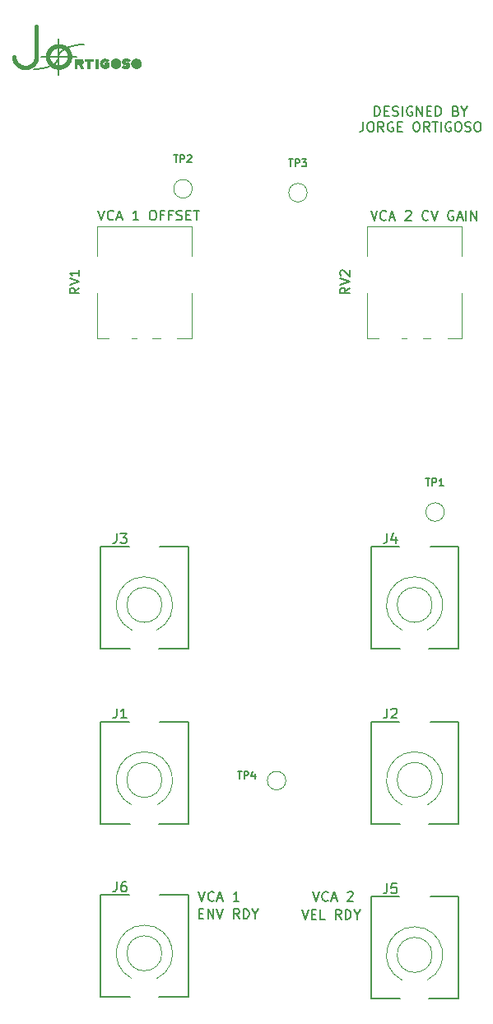
<source format=gto>
%TF.GenerationSoftware,KiCad,Pcbnew,(6.0.1)*%
%TF.CreationDate,2022-09-11T09:04:56+02:00*%
%TF.ProjectId,vca,7663612e-6b69-4636-9164-5f7063625858,rev?*%
%TF.SameCoordinates,Original*%
%TF.FileFunction,Legend,Top*%
%TF.FilePolarity,Positive*%
%FSLAX46Y46*%
G04 Gerber Fmt 4.6, Leading zero omitted, Abs format (unit mm)*
G04 Created by KiCad (PCBNEW (6.0.1)) date 2022-09-11 09:04:56*
%MOMM*%
%LPD*%
G01*
G04 APERTURE LIST*
%ADD10C,0.456022*%
%ADD11C,0.013218*%
%ADD12C,0.138789*%
%ADD13C,0.128875*%
%ADD14C,0.150000*%
%ADD15C,0.120000*%
%ADD16C,0.200000*%
G04 APERTURE END LIST*
D10*
X35641404Y-25573524D02*
X35621283Y-25623153D01*
X30968036Y-26309154D02*
X31025574Y-26315766D01*
X30695296Y-26236529D02*
X30747610Y-26256099D01*
X32249546Y-25486271D02*
X32234092Y-25539395D01*
X32262351Y-25432104D02*
X32249546Y-25486271D01*
X31733289Y-26163617D02*
X31685225Y-26190547D01*
D11*
X36835109Y-25728520D02*
X36835025Y-25725387D01*
X36835025Y-25725387D02*
X36834775Y-25722289D01*
X36834775Y-25722289D02*
X36834364Y-25719231D01*
X36834364Y-25719231D02*
X36833795Y-25716218D01*
X36833795Y-25716218D02*
X36833074Y-25713253D01*
X36833074Y-25713253D02*
X36832205Y-25710340D01*
X36832205Y-25710340D02*
X36831191Y-25707484D01*
X36831191Y-25707484D02*
X36830037Y-25704689D01*
X36830037Y-25704689D02*
X36828748Y-25701958D01*
X36828748Y-25701958D02*
X36827328Y-25699297D01*
X36827328Y-25699297D02*
X36825780Y-25696710D01*
X36825780Y-25696710D02*
X36824110Y-25694200D01*
X36824110Y-25694200D02*
X36822321Y-25691771D01*
X36822321Y-25691771D02*
X36820419Y-25689429D01*
X36820419Y-25689429D02*
X36818406Y-25687176D01*
X36818406Y-25687176D02*
X36816288Y-25685018D01*
X36816288Y-25685018D02*
X36814069Y-25682959D01*
X36814069Y-25682959D02*
X36811753Y-25681002D01*
X36811753Y-25681002D02*
X36809344Y-25679151D01*
X36809344Y-25679151D02*
X36806847Y-25677412D01*
X36806847Y-25677412D02*
X36804265Y-25675788D01*
X36804265Y-25675788D02*
X36801604Y-25674283D01*
X36801604Y-25674283D02*
X36798868Y-25672902D01*
X36798868Y-25672902D02*
X36796060Y-25671648D01*
X36796060Y-25671648D02*
X36793186Y-25670526D01*
X36793186Y-25670526D02*
X36790249Y-25669540D01*
X36790249Y-25669540D02*
X36787254Y-25668695D01*
X36787254Y-25668695D02*
X36784204Y-25667993D01*
X36784204Y-25667993D02*
X36781105Y-25667441D01*
X36781105Y-25667441D02*
X36777961Y-25667041D01*
X36777961Y-25667041D02*
X36774775Y-25666798D01*
X36774775Y-25666798D02*
X36771553Y-25666716D01*
X36771553Y-25666716D02*
X36455072Y-25666716D01*
X36455072Y-25666716D02*
X36455072Y-25791704D01*
X36455072Y-25791704D02*
X36771553Y-25791704D01*
X36771553Y-25791704D02*
X36774775Y-25791622D01*
X36774775Y-25791622D02*
X36777961Y-25791378D01*
X36777961Y-25791378D02*
X36781105Y-25790978D01*
X36781105Y-25790978D02*
X36784204Y-25790423D01*
X36784204Y-25790423D02*
X36787254Y-25789720D01*
X36787254Y-25789720D02*
X36790249Y-25788870D01*
X36790249Y-25788870D02*
X36793186Y-25787879D01*
X36793186Y-25787879D02*
X36796060Y-25786750D01*
X36796060Y-25786750D02*
X36798868Y-25785487D01*
X36798868Y-25785487D02*
X36801604Y-25784095D01*
X36801604Y-25784095D02*
X36804265Y-25782576D01*
X36804265Y-25782576D02*
X36806847Y-25780935D01*
X36806847Y-25780935D02*
X36809344Y-25779176D01*
X36809344Y-25779176D02*
X36811753Y-25777303D01*
X36811753Y-25777303D02*
X36814069Y-25775319D01*
X36814069Y-25775319D02*
X36816288Y-25773229D01*
X36816288Y-25773229D02*
X36818406Y-25771037D01*
X36818406Y-25771037D02*
X36820419Y-25768746D01*
X36820419Y-25768746D02*
X36822321Y-25766360D01*
X36822321Y-25766360D02*
X36824110Y-25763884D01*
X36824110Y-25763884D02*
X36825780Y-25761321D01*
X36825780Y-25761321D02*
X36827328Y-25758675D01*
X36827328Y-25758675D02*
X36828748Y-25755950D01*
X36828748Y-25755950D02*
X36830037Y-25753150D01*
X36830037Y-25753150D02*
X36831191Y-25750279D01*
X36831191Y-25750279D02*
X36832205Y-25747340D01*
X36832205Y-25747340D02*
X36833074Y-25744339D01*
X36833074Y-25744339D02*
X36833795Y-25741278D01*
X36833795Y-25741278D02*
X36834364Y-25738162D01*
X36834364Y-25738162D02*
X36834775Y-25734994D01*
X36834775Y-25734994D02*
X36835025Y-25731779D01*
X36835025Y-25731779D02*
X36835109Y-25728520D01*
X36835109Y-25728520D02*
X36835109Y-25728520D01*
G36*
X36774775Y-25666798D02*
G01*
X36777961Y-25667041D01*
X36781105Y-25667441D01*
X36784204Y-25667993D01*
X36787254Y-25668695D01*
X36790249Y-25669540D01*
X36793186Y-25670526D01*
X36796060Y-25671648D01*
X36798868Y-25672902D01*
X36801604Y-25674283D01*
X36804265Y-25675788D01*
X36806847Y-25677412D01*
X36809344Y-25679151D01*
X36811753Y-25681002D01*
X36814069Y-25682959D01*
X36816288Y-25685018D01*
X36818406Y-25687176D01*
X36820419Y-25689429D01*
X36822321Y-25691771D01*
X36824110Y-25694200D01*
X36825780Y-25696710D01*
X36827328Y-25699297D01*
X36828748Y-25701958D01*
X36830037Y-25704689D01*
X36831191Y-25707484D01*
X36832205Y-25710340D01*
X36833074Y-25713253D01*
X36833795Y-25716218D01*
X36834364Y-25719231D01*
X36834775Y-25722289D01*
X36835025Y-25725387D01*
X36835109Y-25728520D01*
X36835025Y-25731779D01*
X36834775Y-25734994D01*
X36834364Y-25738162D01*
X36833795Y-25741278D01*
X36833074Y-25744339D01*
X36832205Y-25747340D01*
X36831191Y-25750279D01*
X36830037Y-25753150D01*
X36828748Y-25755950D01*
X36827328Y-25758675D01*
X36825780Y-25761321D01*
X36824110Y-25763884D01*
X36822321Y-25766360D01*
X36820419Y-25768746D01*
X36818406Y-25771037D01*
X36816288Y-25773229D01*
X36814069Y-25775319D01*
X36811753Y-25777303D01*
X36809344Y-25779176D01*
X36806847Y-25780935D01*
X36804265Y-25782576D01*
X36801604Y-25784095D01*
X36798868Y-25785487D01*
X36796060Y-25786750D01*
X36793186Y-25787879D01*
X36790249Y-25788870D01*
X36787254Y-25789720D01*
X36784204Y-25790423D01*
X36781105Y-25790978D01*
X36777961Y-25791378D01*
X36774775Y-25791622D01*
X36771553Y-25791704D01*
X36455072Y-25791704D01*
X36455072Y-25666716D01*
X36771553Y-25666716D01*
X36774775Y-25666798D01*
G37*
X36774775Y-25666798D02*
X36777961Y-25667041D01*
X36781105Y-25667441D01*
X36784204Y-25667993D01*
X36787254Y-25668695D01*
X36790249Y-25669540D01*
X36793186Y-25670526D01*
X36796060Y-25671648D01*
X36798868Y-25672902D01*
X36801604Y-25674283D01*
X36804265Y-25675788D01*
X36806847Y-25677412D01*
X36809344Y-25679151D01*
X36811753Y-25681002D01*
X36814069Y-25682959D01*
X36816288Y-25685018D01*
X36818406Y-25687176D01*
X36820419Y-25689429D01*
X36822321Y-25691771D01*
X36824110Y-25694200D01*
X36825780Y-25696710D01*
X36827328Y-25699297D01*
X36828748Y-25701958D01*
X36830037Y-25704689D01*
X36831191Y-25707484D01*
X36832205Y-25710340D01*
X36833074Y-25713253D01*
X36833795Y-25716218D01*
X36834364Y-25719231D01*
X36834775Y-25722289D01*
X36835025Y-25725387D01*
X36835109Y-25728520D01*
X36835025Y-25731779D01*
X36834775Y-25734994D01*
X36834364Y-25738162D01*
X36833795Y-25741278D01*
X36833074Y-25744339D01*
X36832205Y-25747340D01*
X36831191Y-25750279D01*
X36830037Y-25753150D01*
X36828748Y-25755950D01*
X36827328Y-25758675D01*
X36825780Y-25761321D01*
X36824110Y-25763884D01*
X36822321Y-25766360D01*
X36820419Y-25768746D01*
X36818406Y-25771037D01*
X36816288Y-25773229D01*
X36814069Y-25775319D01*
X36811753Y-25777303D01*
X36809344Y-25779176D01*
X36806847Y-25780935D01*
X36804265Y-25782576D01*
X36801604Y-25784095D01*
X36798868Y-25785487D01*
X36796060Y-25786750D01*
X36793186Y-25787879D01*
X36790249Y-25788870D01*
X36787254Y-25789720D01*
X36784204Y-25790423D01*
X36781105Y-25790978D01*
X36777961Y-25791378D01*
X36774775Y-25791622D01*
X36771553Y-25791704D01*
X36455072Y-25791704D01*
X36455072Y-25666716D01*
X36771553Y-25666716D01*
X36774775Y-25666798D01*
D10*
X32272436Y-25376966D02*
X32262351Y-25432104D01*
X30039700Y-25543965D02*
X30058208Y-25595817D01*
D11*
X31245885Y-26273273D02*
X31245922Y-26269855D01*
X31245922Y-26269855D02*
X31246033Y-26266439D01*
X31246033Y-26266439D02*
X31246221Y-26263024D01*
X31246221Y-26263024D02*
X31246489Y-26259610D01*
X31246489Y-26259610D02*
X31246838Y-26256197D01*
X31246838Y-26256197D02*
X31247272Y-26252785D01*
X31247272Y-26252785D02*
X31247792Y-26249373D01*
X31247792Y-26249373D02*
X31248401Y-26245963D01*
X31248401Y-26245963D02*
X31249102Y-26242552D01*
X31249102Y-26242552D02*
X31249897Y-26239143D01*
X31249897Y-26239143D02*
X31250787Y-26235734D01*
X31250787Y-26235734D02*
X31251777Y-26232325D01*
X31251777Y-26232325D02*
X31252867Y-26228916D01*
X31252867Y-26228916D02*
X31254061Y-26225507D01*
X31254061Y-26225507D02*
X31255360Y-26222098D01*
X31255360Y-26222098D02*
X31256768Y-26218688D01*
X31256768Y-26218688D02*
X31259771Y-26212520D01*
X31259771Y-26212520D02*
X31262955Y-26206508D01*
X31262955Y-26206508D02*
X31264626Y-26203567D01*
X31264626Y-26203567D02*
X31266356Y-26200671D01*
X31266356Y-26200671D02*
X31268150Y-26197824D01*
X31268150Y-26197824D02*
X31270012Y-26195027D01*
X31270012Y-26195027D02*
X31271947Y-26192284D01*
X31271947Y-26192284D02*
X31273960Y-26189595D01*
X31273960Y-26189595D02*
X31276055Y-26186964D01*
X31276055Y-26186964D02*
X31278237Y-26184394D01*
X31278237Y-26184394D02*
X31280511Y-26181885D01*
X31280511Y-26181885D02*
X31282882Y-26179441D01*
X31282882Y-26179441D02*
X31285353Y-26177063D01*
X31285353Y-26177063D02*
X31287930Y-26174755D01*
X31287930Y-26174755D02*
X31290301Y-26172249D01*
X31290301Y-26172249D02*
X31292743Y-26169847D01*
X31292743Y-26169847D02*
X31295255Y-26167542D01*
X31295255Y-26167542D02*
X31297833Y-26165332D01*
X31297833Y-26165332D02*
X31300476Y-26163210D01*
X31300476Y-26163210D02*
X31303180Y-26161174D01*
X31303180Y-26161174D02*
X31305945Y-26159217D01*
X31305945Y-26159217D02*
X31308766Y-26157337D01*
X31308766Y-26157337D02*
X31311642Y-26155527D01*
X31311642Y-26155527D02*
X31314571Y-26153784D01*
X31314571Y-26153784D02*
X31317549Y-26152103D01*
X31317549Y-26152103D02*
X31320576Y-26150479D01*
X31320576Y-26150479D02*
X31323647Y-26148907D01*
X31323647Y-26148907D02*
X31326762Y-26147384D01*
X31326762Y-26147384D02*
X31333110Y-26144465D01*
X31333110Y-26144465D02*
X31339620Y-26142270D01*
X31339620Y-26142270D02*
X31346272Y-26140254D01*
X31346272Y-26140254D02*
X31353068Y-26138452D01*
X31353068Y-26138452D02*
X31356520Y-26137643D01*
X31356520Y-26137643D02*
X31360008Y-26136900D01*
X31360008Y-26136900D02*
X31363533Y-26136228D01*
X31363533Y-26136228D02*
X31367093Y-26135632D01*
X31367093Y-26135632D02*
X31370691Y-26135115D01*
X31370691Y-26135115D02*
X31374325Y-26134682D01*
X31374325Y-26134682D02*
X31377995Y-26134338D01*
X31377995Y-26134338D02*
X31381703Y-26134087D01*
X31381703Y-26134087D02*
X31385447Y-26133934D01*
X31385447Y-26133934D02*
X31389228Y-26133881D01*
X31389228Y-26133881D02*
X31393000Y-26133934D01*
X31393000Y-26133934D02*
X31396738Y-26134087D01*
X31396738Y-26134087D02*
X31400441Y-26134338D01*
X31400441Y-26134338D02*
X31404108Y-26134682D01*
X31404108Y-26134682D02*
X31407740Y-26135115D01*
X31407740Y-26135115D02*
X31411337Y-26135632D01*
X31411337Y-26135632D02*
X31414898Y-26136228D01*
X31414898Y-26136228D02*
X31418423Y-26136900D01*
X31418423Y-26136900D02*
X31425364Y-26138452D01*
X31425364Y-26138452D02*
X31432159Y-26140254D01*
X31432159Y-26140254D02*
X31438807Y-26142270D01*
X31438807Y-26142270D02*
X31445305Y-26144465D01*
X31445305Y-26144465D02*
X31451653Y-26147384D01*
X31451653Y-26147384D02*
X31457857Y-26150479D01*
X31457857Y-26150479D02*
X31460906Y-26152103D01*
X31460906Y-26152103D02*
X31463918Y-26153784D01*
X31463918Y-26153784D02*
X31466895Y-26155527D01*
X31466895Y-26155527D02*
X31469836Y-26157337D01*
X31469836Y-26157337D02*
X31472740Y-26159217D01*
X31472740Y-26159217D02*
X31475609Y-26161174D01*
X31475609Y-26161174D02*
X31478441Y-26163210D01*
X31478441Y-26163210D02*
X31481237Y-26165332D01*
X31481237Y-26165332D02*
X31483996Y-26167542D01*
X31483996Y-26167542D02*
X31486719Y-26169847D01*
X31486719Y-26169847D02*
X31489405Y-26172249D01*
X31489405Y-26172249D02*
X31492054Y-26174755D01*
X31492054Y-26174755D02*
X31494355Y-26177063D01*
X31494355Y-26177063D02*
X31496584Y-26179440D01*
X31496584Y-26179440D02*
X31498744Y-26181884D01*
X31498744Y-26181884D02*
X31500838Y-26184392D01*
X31500838Y-26184392D02*
X31502867Y-26186963D01*
X31502867Y-26186963D02*
X31504834Y-26189593D01*
X31504834Y-26189593D02*
X31506742Y-26192282D01*
X31506742Y-26192282D02*
X31508593Y-26195025D01*
X31508593Y-26195025D02*
X31510390Y-26197822D01*
X31510390Y-26197822D02*
X31512134Y-26200669D01*
X31512134Y-26200669D02*
X31513828Y-26203565D01*
X31513828Y-26203565D02*
X31515475Y-26206507D01*
X31515475Y-26206507D02*
X31517076Y-26209492D01*
X31517076Y-26209492D02*
X31518635Y-26212519D01*
X31518635Y-26212519D02*
X31521634Y-26218688D01*
X31521634Y-26218688D02*
X31523043Y-26222098D01*
X31523043Y-26222098D02*
X31524344Y-26225507D01*
X31524344Y-26225507D02*
X31525540Y-26228916D01*
X31525540Y-26228916D02*
X31526634Y-26232325D01*
X31526634Y-26232325D02*
X31527627Y-26235734D01*
X31527627Y-26235734D02*
X31528523Y-26239143D01*
X31528523Y-26239143D02*
X31529322Y-26242552D01*
X31529322Y-26242552D02*
X31530028Y-26245963D01*
X31530028Y-26245963D02*
X31530642Y-26249373D01*
X31530642Y-26249373D02*
X31531167Y-26252785D01*
X31531167Y-26252785D02*
X31531605Y-26256197D01*
X31531605Y-26256197D02*
X31531959Y-26259610D01*
X31531959Y-26259610D02*
X31532230Y-26263024D01*
X31532230Y-26263024D02*
X31532421Y-26266439D01*
X31532421Y-26266439D02*
X31532534Y-26269855D01*
X31532534Y-26269855D02*
X31532571Y-26273273D01*
X31532571Y-26273273D02*
X31532534Y-26276942D01*
X31532534Y-26276942D02*
X31532421Y-26280576D01*
X31532421Y-26280576D02*
X31532230Y-26284176D01*
X31532230Y-26284176D02*
X31531959Y-26287743D01*
X31531959Y-26287743D02*
X31531605Y-26291275D01*
X31531605Y-26291275D02*
X31531167Y-26294772D01*
X31531167Y-26294772D02*
X31530642Y-26298235D01*
X31530642Y-26298235D02*
X31530028Y-26301662D01*
X31530028Y-26301662D02*
X31529322Y-26305055D01*
X31529322Y-26305055D02*
X31528523Y-26308412D01*
X31528523Y-26308412D02*
X31527627Y-26311734D01*
X31527627Y-26311734D02*
X31526634Y-26315020D01*
X31526634Y-26315020D02*
X31525540Y-26318271D01*
X31525540Y-26318271D02*
X31524344Y-26321485D01*
X31524344Y-26321485D02*
X31523043Y-26324663D01*
X31523043Y-26324663D02*
X31521634Y-26327805D01*
X31521634Y-26327805D02*
X31520154Y-26331159D01*
X31520154Y-26331159D02*
X31518635Y-26334414D01*
X31518635Y-26334414D02*
X31517076Y-26337576D01*
X31517076Y-26337576D02*
X31515475Y-26340653D01*
X31515475Y-26340653D02*
X31513828Y-26343650D01*
X31513828Y-26343650D02*
X31512134Y-26346574D01*
X31512134Y-26346574D02*
X31510390Y-26349431D01*
X31510390Y-26349431D02*
X31508593Y-26352230D01*
X31508593Y-26352230D02*
X31506742Y-26354975D01*
X31506742Y-26354975D02*
X31504834Y-26357674D01*
X31504834Y-26357674D02*
X31502867Y-26360333D01*
X31502867Y-26360333D02*
X31500838Y-26362959D01*
X31500838Y-26362959D02*
X31498744Y-26365558D01*
X31498744Y-26365558D02*
X31496584Y-26368138D01*
X31496584Y-26368138D02*
X31492054Y-26373264D01*
X31492054Y-26373264D02*
X31486719Y-26377728D01*
X31486719Y-26377728D02*
X31483996Y-26379896D01*
X31483996Y-26379896D02*
X31481237Y-26382015D01*
X31481237Y-26382015D02*
X31478441Y-26384080D01*
X31478441Y-26384080D02*
X31475609Y-26386089D01*
X31475609Y-26386089D02*
X31472740Y-26388035D01*
X31472740Y-26388035D02*
X31469836Y-26389915D01*
X31469836Y-26389915D02*
X31466895Y-26391723D01*
X31466895Y-26391723D02*
X31463918Y-26393457D01*
X31463918Y-26393457D02*
X31460906Y-26395111D01*
X31460906Y-26395111D02*
X31457857Y-26396680D01*
X31457857Y-26396680D02*
X31454773Y-26398161D01*
X31454773Y-26398161D02*
X31451653Y-26399549D01*
X31451653Y-26399549D02*
X31448497Y-26400840D01*
X31448497Y-26400840D02*
X31445305Y-26402028D01*
X31445305Y-26402028D02*
X31442075Y-26403398D01*
X31442075Y-26403398D02*
X31438807Y-26404662D01*
X31438807Y-26404662D02*
X31435502Y-26405823D01*
X31435502Y-26405823D02*
X31432159Y-26406883D01*
X31432159Y-26406883D02*
X31428780Y-26407845D01*
X31428780Y-26407845D02*
X31425364Y-26408711D01*
X31425364Y-26408711D02*
X31421912Y-26409484D01*
X31421912Y-26409484D02*
X31418423Y-26410165D01*
X31418423Y-26410165D02*
X31414898Y-26410758D01*
X31414898Y-26410758D02*
X31411337Y-26411264D01*
X31411337Y-26411264D02*
X31407740Y-26411685D01*
X31407740Y-26411685D02*
X31404108Y-26412025D01*
X31404108Y-26412025D02*
X31400441Y-26412285D01*
X31400441Y-26412285D02*
X31396738Y-26412468D01*
X31396738Y-26412468D02*
X31393000Y-26412576D01*
X31393000Y-26412576D02*
X31389228Y-26412612D01*
X31389228Y-26412612D02*
X31381703Y-26412468D01*
X31381703Y-26412468D02*
X31377995Y-26412285D01*
X31377995Y-26412285D02*
X31374325Y-26412025D01*
X31374325Y-26412025D02*
X31370691Y-26411685D01*
X31370691Y-26411685D02*
X31367093Y-26411264D01*
X31367093Y-26411264D02*
X31363533Y-26410758D01*
X31363533Y-26410758D02*
X31360008Y-26410165D01*
X31360008Y-26410165D02*
X31356520Y-26409484D01*
X31356520Y-26409484D02*
X31353068Y-26408711D01*
X31353068Y-26408711D02*
X31349652Y-26407845D01*
X31349652Y-26407845D02*
X31346272Y-26406883D01*
X31346272Y-26406883D02*
X31342928Y-26405823D01*
X31342928Y-26405823D02*
X31339620Y-26404662D01*
X31339620Y-26404662D02*
X31336347Y-26403398D01*
X31336347Y-26403398D02*
X31333110Y-26402028D01*
X31333110Y-26402028D02*
X31329917Y-26400840D01*
X31329917Y-26400840D02*
X31326762Y-26399549D01*
X31326762Y-26399549D02*
X31323647Y-26398161D01*
X31323647Y-26398161D02*
X31320576Y-26396680D01*
X31320576Y-26396680D02*
X31317549Y-26395111D01*
X31317549Y-26395111D02*
X31314571Y-26393457D01*
X31314571Y-26393457D02*
X31311642Y-26391723D01*
X31311642Y-26391723D02*
X31308766Y-26389915D01*
X31308766Y-26389915D02*
X31305945Y-26388035D01*
X31305945Y-26388035D02*
X31303180Y-26386089D01*
X31303180Y-26386089D02*
X31300476Y-26384080D01*
X31300476Y-26384080D02*
X31297833Y-26382015D01*
X31297833Y-26382015D02*
X31295255Y-26379896D01*
X31295255Y-26379896D02*
X31292743Y-26377728D01*
X31292743Y-26377728D02*
X31290301Y-26375516D01*
X31290301Y-26375516D02*
X31287930Y-26373264D01*
X31287930Y-26373264D02*
X31285353Y-26370704D01*
X31285353Y-26370704D02*
X31282882Y-26368138D01*
X31282882Y-26368138D02*
X31280511Y-26365558D01*
X31280511Y-26365558D02*
X31278237Y-26362959D01*
X31278237Y-26362959D02*
X31276055Y-26360333D01*
X31276055Y-26360333D02*
X31273960Y-26357674D01*
X31273960Y-26357674D02*
X31271947Y-26354976D01*
X31271947Y-26354976D02*
X31270012Y-26352231D01*
X31270012Y-26352231D02*
X31268150Y-26349432D01*
X31268150Y-26349432D02*
X31266356Y-26346575D01*
X31266356Y-26346575D02*
X31264626Y-26343651D01*
X31264626Y-26343651D02*
X31262955Y-26340654D01*
X31262955Y-26340654D02*
X31261338Y-26337577D01*
X31261338Y-26337577D02*
X31259771Y-26334415D01*
X31259771Y-26334415D02*
X31258249Y-26331159D01*
X31258249Y-26331159D02*
X31256768Y-26327805D01*
X31256768Y-26327805D02*
X31255360Y-26324663D01*
X31255360Y-26324663D02*
X31254061Y-26321485D01*
X31254061Y-26321485D02*
X31252867Y-26318271D01*
X31252867Y-26318271D02*
X31251777Y-26315020D01*
X31251777Y-26315020D02*
X31250787Y-26311734D01*
X31250787Y-26311734D02*
X31249897Y-26308412D01*
X31249897Y-26308412D02*
X31249102Y-26305055D01*
X31249102Y-26305055D02*
X31248401Y-26301662D01*
X31248401Y-26301662D02*
X31247792Y-26298235D01*
X31247792Y-26298235D02*
X31247272Y-26294772D01*
X31247272Y-26294772D02*
X31246838Y-26291275D01*
X31246838Y-26291275D02*
X31246489Y-26287743D01*
X31246489Y-26287743D02*
X31246221Y-26284176D01*
X31246221Y-26284176D02*
X31246033Y-26280576D01*
X31246033Y-26280576D02*
X31245922Y-26276942D01*
X31245922Y-26276942D02*
X31245885Y-26273273D01*
X31245885Y-26273273D02*
X31245885Y-26273273D01*
G36*
X31393000Y-26133934D02*
G01*
X31396738Y-26134087D01*
X31400441Y-26134338D01*
X31404108Y-26134682D01*
X31407740Y-26135115D01*
X31411337Y-26135632D01*
X31414898Y-26136228D01*
X31418423Y-26136900D01*
X31425364Y-26138452D01*
X31432159Y-26140254D01*
X31438807Y-26142270D01*
X31445305Y-26144465D01*
X31451653Y-26147384D01*
X31457857Y-26150479D01*
X31460906Y-26152103D01*
X31463918Y-26153784D01*
X31466895Y-26155527D01*
X31469836Y-26157337D01*
X31472740Y-26159217D01*
X31475609Y-26161174D01*
X31478441Y-26163210D01*
X31481237Y-26165332D01*
X31483996Y-26167542D01*
X31486719Y-26169847D01*
X31489405Y-26172249D01*
X31492054Y-26174755D01*
X31494355Y-26177063D01*
X31496584Y-26179440D01*
X31498744Y-26181884D01*
X31500838Y-26184392D01*
X31502867Y-26186963D01*
X31504834Y-26189593D01*
X31506742Y-26192282D01*
X31508593Y-26195025D01*
X31510390Y-26197822D01*
X31512134Y-26200669D01*
X31513828Y-26203565D01*
X31515475Y-26206507D01*
X31517076Y-26209492D01*
X31518635Y-26212519D01*
X31521634Y-26218688D01*
X31523043Y-26222098D01*
X31524344Y-26225507D01*
X31525540Y-26228916D01*
X31526634Y-26232325D01*
X31527627Y-26235734D01*
X31528523Y-26239143D01*
X31529322Y-26242552D01*
X31530028Y-26245963D01*
X31530642Y-26249373D01*
X31531167Y-26252785D01*
X31531605Y-26256197D01*
X31531959Y-26259610D01*
X31532230Y-26263024D01*
X31532421Y-26266439D01*
X31532534Y-26269855D01*
X31532571Y-26273273D01*
X31532534Y-26276942D01*
X31532421Y-26280576D01*
X31532230Y-26284176D01*
X31531959Y-26287743D01*
X31531605Y-26291275D01*
X31531167Y-26294772D01*
X31530642Y-26298235D01*
X31530028Y-26301662D01*
X31529322Y-26305055D01*
X31528523Y-26308412D01*
X31527627Y-26311734D01*
X31526634Y-26315020D01*
X31525540Y-26318271D01*
X31524344Y-26321485D01*
X31523043Y-26324663D01*
X31521634Y-26327805D01*
X31520154Y-26331159D01*
X31518635Y-26334414D01*
X31517076Y-26337576D01*
X31515475Y-26340653D01*
X31513828Y-26343650D01*
X31512134Y-26346574D01*
X31510390Y-26349431D01*
X31508593Y-26352230D01*
X31506742Y-26354975D01*
X31504834Y-26357674D01*
X31502867Y-26360333D01*
X31500838Y-26362959D01*
X31498744Y-26365558D01*
X31496584Y-26368138D01*
X31492054Y-26373264D01*
X31486719Y-26377728D01*
X31483996Y-26379896D01*
X31481237Y-26382015D01*
X31478441Y-26384080D01*
X31475609Y-26386089D01*
X31472740Y-26388035D01*
X31469836Y-26389915D01*
X31466895Y-26391723D01*
X31463918Y-26393457D01*
X31460906Y-26395111D01*
X31457857Y-26396680D01*
X31454773Y-26398161D01*
X31451653Y-26399549D01*
X31448497Y-26400840D01*
X31445305Y-26402028D01*
X31442075Y-26403398D01*
X31438807Y-26404662D01*
X31435502Y-26405823D01*
X31432159Y-26406883D01*
X31428780Y-26407845D01*
X31425364Y-26408711D01*
X31421912Y-26409484D01*
X31418423Y-26410165D01*
X31414898Y-26410758D01*
X31411337Y-26411264D01*
X31407740Y-26411685D01*
X31404108Y-26412025D01*
X31400441Y-26412285D01*
X31396738Y-26412468D01*
X31393000Y-26412576D01*
X31389228Y-26412612D01*
X31381703Y-26412468D01*
X31377995Y-26412285D01*
X31374325Y-26412025D01*
X31370691Y-26411685D01*
X31367093Y-26411264D01*
X31363533Y-26410758D01*
X31360008Y-26410165D01*
X31356520Y-26409484D01*
X31353068Y-26408711D01*
X31349652Y-26407845D01*
X31346272Y-26406883D01*
X31342928Y-26405823D01*
X31339620Y-26404662D01*
X31336347Y-26403398D01*
X31333110Y-26402028D01*
X31329917Y-26400840D01*
X31326762Y-26399549D01*
X31323647Y-26398161D01*
X31320576Y-26396680D01*
X31317549Y-26395111D01*
X31314571Y-26393457D01*
X31311642Y-26391723D01*
X31308766Y-26389915D01*
X31305945Y-26388035D01*
X31303180Y-26386089D01*
X31300476Y-26384080D01*
X31297833Y-26382015D01*
X31295255Y-26379896D01*
X31292743Y-26377728D01*
X31290301Y-26375516D01*
X31287930Y-26373264D01*
X31285353Y-26370704D01*
X31282882Y-26368138D01*
X31280511Y-26365558D01*
X31278237Y-26362959D01*
X31276055Y-26360333D01*
X31273960Y-26357674D01*
X31271947Y-26354976D01*
X31270012Y-26352231D01*
X31268150Y-26349432D01*
X31266356Y-26346575D01*
X31264626Y-26343651D01*
X31262955Y-26340654D01*
X31261338Y-26337577D01*
X31259771Y-26334415D01*
X31258249Y-26331159D01*
X31256768Y-26327805D01*
X31255360Y-26324663D01*
X31254061Y-26321485D01*
X31252867Y-26318271D01*
X31251777Y-26315020D01*
X31250787Y-26311734D01*
X31249897Y-26308412D01*
X31249102Y-26305055D01*
X31248401Y-26301662D01*
X31247792Y-26298235D01*
X31247272Y-26294772D01*
X31246838Y-26291275D01*
X31246489Y-26287743D01*
X31246221Y-26284176D01*
X31246033Y-26280576D01*
X31245922Y-26276942D01*
X31245885Y-26273273D01*
X31245922Y-26269855D01*
X31246033Y-26266439D01*
X31246221Y-26263024D01*
X31246489Y-26259610D01*
X31246838Y-26256197D01*
X31247272Y-26252785D01*
X31247792Y-26249373D01*
X31248401Y-26245963D01*
X31249102Y-26242552D01*
X31249897Y-26239143D01*
X31250787Y-26235734D01*
X31251777Y-26232325D01*
X31252867Y-26228916D01*
X31254061Y-26225507D01*
X31255360Y-26222098D01*
X31256768Y-26218688D01*
X31259771Y-26212520D01*
X31262955Y-26206508D01*
X31264626Y-26203567D01*
X31266356Y-26200671D01*
X31268150Y-26197824D01*
X31270012Y-26195027D01*
X31271947Y-26192284D01*
X31273960Y-26189595D01*
X31276055Y-26186964D01*
X31278237Y-26184394D01*
X31280511Y-26181885D01*
X31282882Y-26179441D01*
X31285353Y-26177063D01*
X31287930Y-26174755D01*
X31290301Y-26172249D01*
X31292743Y-26169847D01*
X31295255Y-26167542D01*
X31297833Y-26165332D01*
X31300476Y-26163210D01*
X31303180Y-26161174D01*
X31305945Y-26159217D01*
X31308766Y-26157337D01*
X31311642Y-26155527D01*
X31314571Y-26153784D01*
X31317549Y-26152103D01*
X31320576Y-26150479D01*
X31323647Y-26148907D01*
X31326762Y-26147384D01*
X31333110Y-26144465D01*
X31339620Y-26142270D01*
X31346272Y-26140254D01*
X31353068Y-26138452D01*
X31356520Y-26137643D01*
X31360008Y-26136900D01*
X31363533Y-26136228D01*
X31367093Y-26135632D01*
X31370691Y-26135115D01*
X31374325Y-26134682D01*
X31377995Y-26134338D01*
X31381703Y-26134087D01*
X31385447Y-26133934D01*
X31389228Y-26133881D01*
X31393000Y-26133934D01*
G37*
X31393000Y-26133934D02*
X31396738Y-26134087D01*
X31400441Y-26134338D01*
X31404108Y-26134682D01*
X31407740Y-26135115D01*
X31411337Y-26135632D01*
X31414898Y-26136228D01*
X31418423Y-26136900D01*
X31425364Y-26138452D01*
X31432159Y-26140254D01*
X31438807Y-26142270D01*
X31445305Y-26144465D01*
X31451653Y-26147384D01*
X31457857Y-26150479D01*
X31460906Y-26152103D01*
X31463918Y-26153784D01*
X31466895Y-26155527D01*
X31469836Y-26157337D01*
X31472740Y-26159217D01*
X31475609Y-26161174D01*
X31478441Y-26163210D01*
X31481237Y-26165332D01*
X31483996Y-26167542D01*
X31486719Y-26169847D01*
X31489405Y-26172249D01*
X31492054Y-26174755D01*
X31494355Y-26177063D01*
X31496584Y-26179440D01*
X31498744Y-26181884D01*
X31500838Y-26184392D01*
X31502867Y-26186963D01*
X31504834Y-26189593D01*
X31506742Y-26192282D01*
X31508593Y-26195025D01*
X31510390Y-26197822D01*
X31512134Y-26200669D01*
X31513828Y-26203565D01*
X31515475Y-26206507D01*
X31517076Y-26209492D01*
X31518635Y-26212519D01*
X31521634Y-26218688D01*
X31523043Y-26222098D01*
X31524344Y-26225507D01*
X31525540Y-26228916D01*
X31526634Y-26232325D01*
X31527627Y-26235734D01*
X31528523Y-26239143D01*
X31529322Y-26242552D01*
X31530028Y-26245963D01*
X31530642Y-26249373D01*
X31531167Y-26252785D01*
X31531605Y-26256197D01*
X31531959Y-26259610D01*
X31532230Y-26263024D01*
X31532421Y-26266439D01*
X31532534Y-26269855D01*
X31532571Y-26273273D01*
X31532534Y-26276942D01*
X31532421Y-26280576D01*
X31532230Y-26284176D01*
X31531959Y-26287743D01*
X31531605Y-26291275D01*
X31531167Y-26294772D01*
X31530642Y-26298235D01*
X31530028Y-26301662D01*
X31529322Y-26305055D01*
X31528523Y-26308412D01*
X31527627Y-26311734D01*
X31526634Y-26315020D01*
X31525540Y-26318271D01*
X31524344Y-26321485D01*
X31523043Y-26324663D01*
X31521634Y-26327805D01*
X31520154Y-26331159D01*
X31518635Y-26334414D01*
X31517076Y-26337576D01*
X31515475Y-26340653D01*
X31513828Y-26343650D01*
X31512134Y-26346574D01*
X31510390Y-26349431D01*
X31508593Y-26352230D01*
X31506742Y-26354975D01*
X31504834Y-26357674D01*
X31502867Y-26360333D01*
X31500838Y-26362959D01*
X31498744Y-26365558D01*
X31496584Y-26368138D01*
X31492054Y-26373264D01*
X31486719Y-26377728D01*
X31483996Y-26379896D01*
X31481237Y-26382015D01*
X31478441Y-26384080D01*
X31475609Y-26386089D01*
X31472740Y-26388035D01*
X31469836Y-26389915D01*
X31466895Y-26391723D01*
X31463918Y-26393457D01*
X31460906Y-26395111D01*
X31457857Y-26396680D01*
X31454773Y-26398161D01*
X31451653Y-26399549D01*
X31448497Y-26400840D01*
X31445305Y-26402028D01*
X31442075Y-26403398D01*
X31438807Y-26404662D01*
X31435502Y-26405823D01*
X31432159Y-26406883D01*
X31428780Y-26407845D01*
X31425364Y-26408711D01*
X31421912Y-26409484D01*
X31418423Y-26410165D01*
X31414898Y-26410758D01*
X31411337Y-26411264D01*
X31407740Y-26411685D01*
X31404108Y-26412025D01*
X31400441Y-26412285D01*
X31396738Y-26412468D01*
X31393000Y-26412576D01*
X31389228Y-26412612D01*
X31381703Y-26412468D01*
X31377995Y-26412285D01*
X31374325Y-26412025D01*
X31370691Y-26411685D01*
X31367093Y-26411264D01*
X31363533Y-26410758D01*
X31360008Y-26410165D01*
X31356520Y-26409484D01*
X31353068Y-26408711D01*
X31349652Y-26407845D01*
X31346272Y-26406883D01*
X31342928Y-26405823D01*
X31339620Y-26404662D01*
X31336347Y-26403398D01*
X31333110Y-26402028D01*
X31329917Y-26400840D01*
X31326762Y-26399549D01*
X31323647Y-26398161D01*
X31320576Y-26396680D01*
X31317549Y-26395111D01*
X31314571Y-26393457D01*
X31311642Y-26391723D01*
X31308766Y-26389915D01*
X31305945Y-26388035D01*
X31303180Y-26386089D01*
X31300476Y-26384080D01*
X31297833Y-26382015D01*
X31295255Y-26379896D01*
X31292743Y-26377728D01*
X31290301Y-26375516D01*
X31287930Y-26373264D01*
X31285353Y-26370704D01*
X31282882Y-26368138D01*
X31280511Y-26365558D01*
X31278237Y-26362959D01*
X31276055Y-26360333D01*
X31273960Y-26357674D01*
X31271947Y-26354976D01*
X31270012Y-26352231D01*
X31268150Y-26349432D01*
X31266356Y-26346575D01*
X31264626Y-26343651D01*
X31262955Y-26340654D01*
X31261338Y-26337577D01*
X31259771Y-26334415D01*
X31258249Y-26331159D01*
X31256768Y-26327805D01*
X31255360Y-26324663D01*
X31254061Y-26321485D01*
X31252867Y-26318271D01*
X31251777Y-26315020D01*
X31250787Y-26311734D01*
X31249897Y-26308412D01*
X31249102Y-26305055D01*
X31248401Y-26301662D01*
X31247792Y-26298235D01*
X31247272Y-26294772D01*
X31246838Y-26291275D01*
X31246489Y-26287743D01*
X31246221Y-26284176D01*
X31246033Y-26280576D01*
X31245922Y-26276942D01*
X31245885Y-26273273D01*
X31245922Y-26269855D01*
X31246033Y-26266439D01*
X31246221Y-26263024D01*
X31246489Y-26259610D01*
X31246838Y-26256197D01*
X31247272Y-26252785D01*
X31247792Y-26249373D01*
X31248401Y-26245963D01*
X31249102Y-26242552D01*
X31249897Y-26239143D01*
X31250787Y-26235734D01*
X31251777Y-26232325D01*
X31252867Y-26228916D01*
X31254061Y-26225507D01*
X31255360Y-26222098D01*
X31256768Y-26218688D01*
X31259771Y-26212520D01*
X31262955Y-26206508D01*
X31264626Y-26203567D01*
X31266356Y-26200671D01*
X31268150Y-26197824D01*
X31270012Y-26195027D01*
X31271947Y-26192284D01*
X31273960Y-26189595D01*
X31276055Y-26186964D01*
X31278237Y-26184394D01*
X31280511Y-26181885D01*
X31282882Y-26179441D01*
X31285353Y-26177063D01*
X31287930Y-26174755D01*
X31290301Y-26172249D01*
X31292743Y-26169847D01*
X31295255Y-26167542D01*
X31297833Y-26165332D01*
X31300476Y-26163210D01*
X31303180Y-26161174D01*
X31305945Y-26159217D01*
X31308766Y-26157337D01*
X31311642Y-26155527D01*
X31314571Y-26153784D01*
X31317549Y-26152103D01*
X31320576Y-26150479D01*
X31323647Y-26148907D01*
X31326762Y-26147384D01*
X31333110Y-26144465D01*
X31339620Y-26142270D01*
X31346272Y-26140254D01*
X31353068Y-26138452D01*
X31356520Y-26137643D01*
X31360008Y-26136900D01*
X31363533Y-26136228D01*
X31367093Y-26135632D01*
X31370691Y-26135115D01*
X31374325Y-26134682D01*
X31377995Y-26134338D01*
X31381703Y-26134087D01*
X31385447Y-26133934D01*
X31389228Y-26133881D01*
X31393000Y-26133934D01*
D12*
X35257575Y-24367519D02*
X35343228Y-24324657D01*
D10*
X33512432Y-25522746D02*
X33497287Y-25470885D01*
X33957404Y-24291545D02*
X34003002Y-24263120D01*
X34756903Y-26278040D02*
X34700657Y-26284990D01*
D11*
X40936996Y-25905944D02*
X40936354Y-25930733D01*
X40936354Y-25930733D02*
X40934446Y-25955193D01*
X40934446Y-25955193D02*
X40931304Y-25979293D01*
X40931304Y-25979293D02*
X40926960Y-26003004D01*
X40926960Y-26003004D02*
X40921443Y-26026296D01*
X40921443Y-26026296D02*
X40914784Y-26049139D01*
X40914784Y-26049139D02*
X40907015Y-26071502D01*
X40907015Y-26071502D02*
X40898167Y-26093357D01*
X40898167Y-26093357D02*
X40888270Y-26114672D01*
X40888270Y-26114672D02*
X40877355Y-26135417D01*
X40877355Y-26135417D02*
X40865454Y-26155563D01*
X40865454Y-26155563D02*
X40852596Y-26175080D01*
X40852596Y-26175080D02*
X40838813Y-26193938D01*
X40838813Y-26193938D02*
X40824136Y-26212106D01*
X40824136Y-26212106D02*
X40808596Y-26229554D01*
X40808596Y-26229554D02*
X40792223Y-26246253D01*
X40792223Y-26246253D02*
X40775048Y-26262173D01*
X40775048Y-26262173D02*
X40757103Y-26277283D01*
X40757103Y-26277283D02*
X40738418Y-26291554D01*
X40738418Y-26291554D02*
X40719024Y-26304955D01*
X40719024Y-26304955D02*
X40698953Y-26317457D01*
X40698953Y-26317457D02*
X40678234Y-26329028D01*
X40678234Y-26329028D02*
X40656898Y-26339641D01*
X40656898Y-26339641D02*
X40634978Y-26349264D01*
X40634978Y-26349264D02*
X40612503Y-26357867D01*
X40612503Y-26357867D02*
X40589504Y-26365420D01*
X40589504Y-26365420D02*
X40566013Y-26371894D01*
X40566013Y-26371894D02*
X40542059Y-26377258D01*
X40542059Y-26377258D02*
X40517675Y-26381482D01*
X40517675Y-26381482D02*
X40492891Y-26384536D01*
X40492891Y-26384536D02*
X40467738Y-26386391D01*
X40467738Y-26386391D02*
X40442247Y-26387016D01*
X40442247Y-26387016D02*
X40416875Y-26386391D01*
X40416875Y-26386391D02*
X40391827Y-26384536D01*
X40391827Y-26384536D02*
X40367133Y-26381482D01*
X40367133Y-26381482D02*
X40342825Y-26377258D01*
X40342825Y-26377258D02*
X40318936Y-26371894D01*
X40318936Y-26371894D02*
X40295496Y-26365420D01*
X40295496Y-26365420D02*
X40272537Y-26357867D01*
X40272537Y-26357867D02*
X40250091Y-26349264D01*
X40250091Y-26349264D02*
X40228189Y-26339641D01*
X40228189Y-26339641D02*
X40206864Y-26329028D01*
X40206864Y-26329028D02*
X40186146Y-26317457D01*
X40186146Y-26317457D02*
X40166068Y-26304955D01*
X40166068Y-26304955D02*
X40146661Y-26291554D01*
X40146661Y-26291554D02*
X40127956Y-26277283D01*
X40127956Y-26277283D02*
X40109986Y-26262173D01*
X40109986Y-26262173D02*
X40092782Y-26246253D01*
X40092782Y-26246253D02*
X40076375Y-26229554D01*
X40076375Y-26229554D02*
X40060797Y-26212106D01*
X40060797Y-26212106D02*
X40046080Y-26193938D01*
X40046080Y-26193938D02*
X40032256Y-26175080D01*
X40032256Y-26175080D02*
X40019356Y-26155563D01*
X40019356Y-26155563D02*
X40007412Y-26135417D01*
X40007412Y-26135417D02*
X39996455Y-26114672D01*
X39996455Y-26114672D02*
X39986517Y-26093357D01*
X39986517Y-26093357D02*
X39977630Y-26071502D01*
X39977630Y-26071502D02*
X39969825Y-26049139D01*
X39969825Y-26049139D02*
X39963134Y-26026296D01*
X39963134Y-26026296D02*
X39957588Y-26003004D01*
X39957588Y-26003004D02*
X39953220Y-25979293D01*
X39953220Y-25979293D02*
X39950061Y-25955193D01*
X39950061Y-25955193D02*
X39948142Y-25930733D01*
X39948142Y-25930733D02*
X39947496Y-25905944D01*
X39947496Y-25905944D02*
X39948142Y-25881268D01*
X39948142Y-25881268D02*
X39950061Y-25856905D01*
X39950061Y-25856905D02*
X39953220Y-25832888D01*
X39953220Y-25832888D02*
X39957588Y-25809247D01*
X39957588Y-25809247D02*
X39963134Y-25786012D01*
X39963134Y-25786012D02*
X39969825Y-25763215D01*
X39969825Y-25763215D02*
X39977630Y-25740886D01*
X39977630Y-25740886D02*
X39986517Y-25719056D01*
X39986517Y-25719056D02*
X39996455Y-25697756D01*
X39996455Y-25697756D02*
X40007412Y-25677016D01*
X40007412Y-25677016D02*
X40019356Y-25656867D01*
X40019356Y-25656867D02*
X40032256Y-25637340D01*
X40032256Y-25637340D02*
X40046080Y-25618466D01*
X40046080Y-25618466D02*
X40060797Y-25600276D01*
X40060797Y-25600276D02*
X40076375Y-25582800D01*
X40076375Y-25582800D02*
X40092782Y-25566068D01*
X40092782Y-25566068D02*
X40109986Y-25550113D01*
X40109986Y-25550113D02*
X40127956Y-25534963D01*
X40127956Y-25534963D02*
X40146661Y-25520651D01*
X40146661Y-25520651D02*
X40166068Y-25507208D01*
X40166068Y-25507208D02*
X40186146Y-25494662D01*
X40186146Y-25494662D02*
X40206864Y-25483047D01*
X40206864Y-25483047D02*
X40228189Y-25472392D01*
X40228189Y-25472392D02*
X40250091Y-25462727D01*
X40250091Y-25462727D02*
X40272537Y-25454085D01*
X40272537Y-25454085D02*
X40295496Y-25446495D01*
X40295496Y-25446495D02*
X40318936Y-25439988D01*
X40318936Y-25439988D02*
X40342825Y-25434596D01*
X40342825Y-25434596D02*
X40367133Y-25430348D01*
X40367133Y-25430348D02*
X40391827Y-25427276D01*
X40391827Y-25427276D02*
X40416875Y-25425410D01*
X40416875Y-25425410D02*
X40442247Y-25424781D01*
X40442247Y-25424781D02*
X40467738Y-25425410D01*
X40467738Y-25425410D02*
X40492891Y-25427276D01*
X40492891Y-25427276D02*
X40517676Y-25430348D01*
X40517676Y-25430348D02*
X40542060Y-25434596D01*
X40542060Y-25434596D02*
X40566013Y-25439988D01*
X40566013Y-25439988D02*
X40589504Y-25446495D01*
X40589504Y-25446495D02*
X40612503Y-25454085D01*
X40612503Y-25454085D02*
X40634978Y-25462727D01*
X40634978Y-25462727D02*
X40656899Y-25472392D01*
X40656899Y-25472392D02*
X40678234Y-25483047D01*
X40678234Y-25483047D02*
X40698953Y-25494662D01*
X40698953Y-25494662D02*
X40719025Y-25507208D01*
X40719025Y-25507208D02*
X40738419Y-25520651D01*
X40738419Y-25520651D02*
X40757104Y-25534963D01*
X40757104Y-25534963D02*
X40775049Y-25550113D01*
X40775049Y-25550113D02*
X40792223Y-25566068D01*
X40792223Y-25566068D02*
X40808596Y-25582800D01*
X40808596Y-25582800D02*
X40824136Y-25600276D01*
X40824136Y-25600276D02*
X40838813Y-25618466D01*
X40838813Y-25618466D02*
X40852596Y-25637340D01*
X40852596Y-25637340D02*
X40865454Y-25656867D01*
X40865454Y-25656867D02*
X40877356Y-25677016D01*
X40877356Y-25677016D02*
X40888270Y-25697756D01*
X40888270Y-25697756D02*
X40898167Y-25719056D01*
X40898167Y-25719056D02*
X40907016Y-25740886D01*
X40907016Y-25740886D02*
X40914784Y-25763215D01*
X40914784Y-25763215D02*
X40921443Y-25786012D01*
X40921443Y-25786012D02*
X40926960Y-25809247D01*
X40926960Y-25809247D02*
X40931304Y-25832888D01*
X40931304Y-25832888D02*
X40934446Y-25856905D01*
X40934446Y-25856905D02*
X40936354Y-25881268D01*
X40936354Y-25881268D02*
X40936996Y-25905944D01*
X40936996Y-25905944D02*
X40936996Y-25905944D01*
G36*
X40467738Y-25425410D02*
G01*
X40492891Y-25427276D01*
X40517676Y-25430348D01*
X40542060Y-25434596D01*
X40566013Y-25439988D01*
X40589504Y-25446495D01*
X40612503Y-25454085D01*
X40634978Y-25462727D01*
X40656899Y-25472392D01*
X40678234Y-25483047D01*
X40698953Y-25494662D01*
X40719025Y-25507208D01*
X40738419Y-25520651D01*
X40757104Y-25534963D01*
X40775049Y-25550113D01*
X40792223Y-25566068D01*
X40808596Y-25582800D01*
X40824136Y-25600276D01*
X40838813Y-25618466D01*
X40852596Y-25637340D01*
X40865454Y-25656867D01*
X40877356Y-25677016D01*
X40888270Y-25697756D01*
X40898167Y-25719056D01*
X40907016Y-25740886D01*
X40914784Y-25763215D01*
X40921443Y-25786012D01*
X40926960Y-25809247D01*
X40931304Y-25832888D01*
X40934446Y-25856905D01*
X40936354Y-25881268D01*
X40936996Y-25905944D01*
X40936354Y-25930733D01*
X40934446Y-25955193D01*
X40931304Y-25979293D01*
X40926960Y-26003004D01*
X40921443Y-26026296D01*
X40914784Y-26049139D01*
X40907015Y-26071502D01*
X40898167Y-26093357D01*
X40888270Y-26114672D01*
X40877355Y-26135417D01*
X40865454Y-26155563D01*
X40852596Y-26175080D01*
X40838813Y-26193938D01*
X40824136Y-26212106D01*
X40808596Y-26229554D01*
X40792223Y-26246253D01*
X40775048Y-26262173D01*
X40757103Y-26277283D01*
X40738418Y-26291554D01*
X40719024Y-26304955D01*
X40698953Y-26317457D01*
X40678234Y-26329028D01*
X40656898Y-26339641D01*
X40634978Y-26349264D01*
X40612503Y-26357867D01*
X40589504Y-26365420D01*
X40566013Y-26371894D01*
X40542059Y-26377258D01*
X40517675Y-26381482D01*
X40492891Y-26384536D01*
X40467738Y-26386391D01*
X40442247Y-26387016D01*
X40416875Y-26386391D01*
X40391827Y-26384536D01*
X40367133Y-26381482D01*
X40342825Y-26377258D01*
X40318936Y-26371894D01*
X40295496Y-26365420D01*
X40272537Y-26357867D01*
X40250091Y-26349264D01*
X40228189Y-26339641D01*
X40206864Y-26329028D01*
X40186146Y-26317457D01*
X40166068Y-26304955D01*
X40146661Y-26291554D01*
X40127956Y-26277283D01*
X40109986Y-26262173D01*
X40092782Y-26246253D01*
X40076375Y-26229554D01*
X40060797Y-26212106D01*
X40046080Y-26193938D01*
X40032256Y-26175080D01*
X40019356Y-26155563D01*
X40007412Y-26135417D01*
X39996455Y-26114672D01*
X39986517Y-26093357D01*
X39977630Y-26071502D01*
X39969825Y-26049139D01*
X39963134Y-26026296D01*
X39957588Y-26003004D01*
X39953220Y-25979293D01*
X39950061Y-25955193D01*
X39948142Y-25930733D01*
X39947496Y-25905944D01*
X39948142Y-25881268D01*
X39950061Y-25856905D01*
X39953220Y-25832888D01*
X39957588Y-25809247D01*
X39963134Y-25786012D01*
X39969825Y-25763215D01*
X39977630Y-25740886D01*
X39986517Y-25719056D01*
X39996455Y-25697756D01*
X40007412Y-25677016D01*
X40019356Y-25656867D01*
X40032256Y-25637340D01*
X40046080Y-25618466D01*
X40060797Y-25600276D01*
X40076375Y-25582800D01*
X40092782Y-25566068D01*
X40109986Y-25550113D01*
X40127956Y-25534963D01*
X40146661Y-25520651D01*
X40166068Y-25507208D01*
X40186146Y-25494662D01*
X40206864Y-25483047D01*
X40228189Y-25472392D01*
X40250091Y-25462727D01*
X40272537Y-25454085D01*
X40295496Y-25446495D01*
X40318936Y-25439988D01*
X40342825Y-25434596D01*
X40367133Y-25430348D01*
X40391827Y-25427276D01*
X40416875Y-25425410D01*
X40442247Y-25424781D01*
X40467738Y-25425410D01*
G37*
X40467738Y-25425410D02*
X40492891Y-25427276D01*
X40517676Y-25430348D01*
X40542060Y-25434596D01*
X40566013Y-25439988D01*
X40589504Y-25446495D01*
X40612503Y-25454085D01*
X40634978Y-25462727D01*
X40656899Y-25472392D01*
X40678234Y-25483047D01*
X40698953Y-25494662D01*
X40719025Y-25507208D01*
X40738419Y-25520651D01*
X40757104Y-25534963D01*
X40775049Y-25550113D01*
X40792223Y-25566068D01*
X40808596Y-25582800D01*
X40824136Y-25600276D01*
X40838813Y-25618466D01*
X40852596Y-25637340D01*
X40865454Y-25656867D01*
X40877356Y-25677016D01*
X40888270Y-25697756D01*
X40898167Y-25719056D01*
X40907016Y-25740886D01*
X40914784Y-25763215D01*
X40921443Y-25786012D01*
X40926960Y-25809247D01*
X40931304Y-25832888D01*
X40934446Y-25856905D01*
X40936354Y-25881268D01*
X40936996Y-25905944D01*
X40936354Y-25930733D01*
X40934446Y-25955193D01*
X40931304Y-25979293D01*
X40926960Y-26003004D01*
X40921443Y-26026296D01*
X40914784Y-26049139D01*
X40907015Y-26071502D01*
X40898167Y-26093357D01*
X40888270Y-26114672D01*
X40877355Y-26135417D01*
X40865454Y-26155563D01*
X40852596Y-26175080D01*
X40838813Y-26193938D01*
X40824136Y-26212106D01*
X40808596Y-26229554D01*
X40792223Y-26246253D01*
X40775048Y-26262173D01*
X40757103Y-26277283D01*
X40738418Y-26291554D01*
X40719024Y-26304955D01*
X40698953Y-26317457D01*
X40678234Y-26329028D01*
X40656898Y-26339641D01*
X40634978Y-26349264D01*
X40612503Y-26357867D01*
X40589504Y-26365420D01*
X40566013Y-26371894D01*
X40542059Y-26377258D01*
X40517675Y-26381482D01*
X40492891Y-26384536D01*
X40467738Y-26386391D01*
X40442247Y-26387016D01*
X40416875Y-26386391D01*
X40391827Y-26384536D01*
X40367133Y-26381482D01*
X40342825Y-26377258D01*
X40318936Y-26371894D01*
X40295496Y-26365420D01*
X40272537Y-26357867D01*
X40250091Y-26349264D01*
X40228189Y-26339641D01*
X40206864Y-26329028D01*
X40186146Y-26317457D01*
X40166068Y-26304955D01*
X40146661Y-26291554D01*
X40127956Y-26277283D01*
X40109986Y-26262173D01*
X40092782Y-26246253D01*
X40076375Y-26229554D01*
X40060797Y-26212106D01*
X40046080Y-26193938D01*
X40032256Y-26175080D01*
X40019356Y-26155563D01*
X40007412Y-26135417D01*
X39996455Y-26114672D01*
X39986517Y-26093357D01*
X39977630Y-26071502D01*
X39969825Y-26049139D01*
X39963134Y-26026296D01*
X39957588Y-26003004D01*
X39953220Y-25979293D01*
X39950061Y-25955193D01*
X39948142Y-25930733D01*
X39947496Y-25905944D01*
X39948142Y-25881268D01*
X39950061Y-25856905D01*
X39953220Y-25832888D01*
X39957588Y-25809247D01*
X39963134Y-25786012D01*
X39969825Y-25763215D01*
X39977630Y-25740886D01*
X39986517Y-25719056D01*
X39996455Y-25697756D01*
X40007412Y-25677016D01*
X40019356Y-25656867D01*
X40032256Y-25637340D01*
X40046080Y-25618466D01*
X40060797Y-25600276D01*
X40076375Y-25582800D01*
X40092782Y-25566068D01*
X40109986Y-25550113D01*
X40127956Y-25534963D01*
X40146661Y-25520651D01*
X40166068Y-25507208D01*
X40186146Y-25494662D01*
X40206864Y-25483047D01*
X40228189Y-25472392D01*
X40250091Y-25462727D01*
X40272537Y-25454085D01*
X40295496Y-25446495D01*
X40318936Y-25439988D01*
X40342825Y-25434596D01*
X40367133Y-25430348D01*
X40391827Y-25427276D01*
X40416875Y-25425410D01*
X40442247Y-25424781D01*
X40467738Y-25425410D01*
D12*
X36283220Y-24038129D02*
X36403484Y-24018734D01*
D10*
X34470841Y-24110553D02*
X34527913Y-24106333D01*
D12*
X33827146Y-26106915D02*
X33737169Y-26149462D01*
X33338539Y-26297223D02*
X33230011Y-26328155D01*
D10*
X31824846Y-26103339D02*
X31779853Y-26134524D01*
X35121454Y-26158727D02*
X35072996Y-26182862D01*
D12*
X37040125Y-23964883D02*
X37173382Y-23963278D01*
D10*
X35659073Y-24872772D02*
X35674216Y-24924634D01*
D12*
X34533141Y-25456996D02*
X34504229Y-25519213D01*
D10*
X34527913Y-26289211D02*
X34470841Y-26284990D01*
X33474854Y-25031327D02*
X33484738Y-24977508D01*
X35258178Y-26073515D02*
X35214116Y-26103985D01*
D12*
X34330393Y-25755309D02*
X34273199Y-25810738D01*
D10*
X29987106Y-25269080D02*
X29992057Y-25325909D01*
X34866625Y-24139315D02*
X34919957Y-24154041D01*
X35168518Y-26132412D02*
X35121454Y-26158727D01*
X30594529Y-26190309D02*
X30644245Y-26214576D01*
X33461905Y-25197766D02*
X33463367Y-25141525D01*
X35214117Y-24291545D02*
X35258179Y-24322013D01*
X31197032Y-26324056D02*
X31137926Y-26325511D01*
X33718542Y-24502596D02*
X33753865Y-24462942D01*
X29999865Y-25381881D02*
X30010456Y-25436928D01*
X34003002Y-26132412D02*
X33957404Y-26103985D01*
X35486337Y-24543880D02*
X35517669Y-24586726D01*
X30186709Y-25835637D02*
X30219094Y-25879227D01*
D12*
X34615532Y-25009646D02*
X34638269Y-24948825D01*
D10*
X32279728Y-25320926D02*
X32272436Y-25376966D01*
X30156455Y-25790497D02*
X30186709Y-25835637D01*
X33791077Y-25970534D02*
X33753865Y-25932579D01*
D12*
X34599091Y-25071461D02*
X34615532Y-25009646D01*
D10*
X34304886Y-24139315D02*
X34359257Y-24127113D01*
X33913342Y-26073515D02*
X33870887Y-26041070D01*
X35417653Y-24462942D02*
X35452975Y-24502596D01*
X32147227Y-25740074D02*
X32119607Y-25786939D01*
X35072997Y-24212673D02*
X35121455Y-24236807D01*
X35708133Y-25254003D02*
X35703793Y-25309502D01*
X33512432Y-24872772D02*
X33530101Y-24821993D01*
X35709596Y-25197766D02*
X35709595Y-25197766D01*
X34098523Y-24212673D02*
X34148304Y-24190789D01*
D11*
X43036319Y-25905944D02*
X43035676Y-25930733D01*
X43035676Y-25930733D02*
X43033768Y-25955193D01*
X43033768Y-25955193D02*
X43030627Y-25979293D01*
X43030627Y-25979293D02*
X43026282Y-26003004D01*
X43026282Y-26003004D02*
X43020765Y-26026296D01*
X43020765Y-26026296D02*
X43014107Y-26049139D01*
X43014107Y-26049139D02*
X43006338Y-26071502D01*
X43006338Y-26071502D02*
X42997490Y-26093357D01*
X42997490Y-26093357D02*
X42987593Y-26114672D01*
X42987593Y-26114672D02*
X42976678Y-26135417D01*
X42976678Y-26135417D02*
X42964776Y-26155563D01*
X42964776Y-26155563D02*
X42951918Y-26175080D01*
X42951918Y-26175080D02*
X42938136Y-26193938D01*
X42938136Y-26193938D02*
X42923458Y-26212106D01*
X42923458Y-26212106D02*
X42907918Y-26229554D01*
X42907918Y-26229554D02*
X42891545Y-26246253D01*
X42891545Y-26246253D02*
X42874371Y-26262173D01*
X42874371Y-26262173D02*
X42856425Y-26277283D01*
X42856425Y-26277283D02*
X42837740Y-26291554D01*
X42837740Y-26291554D02*
X42818347Y-26304955D01*
X42818347Y-26304955D02*
X42798275Y-26317457D01*
X42798275Y-26317457D02*
X42777556Y-26329028D01*
X42777556Y-26329028D02*
X42756220Y-26339641D01*
X42756220Y-26339641D02*
X42734300Y-26349264D01*
X42734300Y-26349264D02*
X42711825Y-26357867D01*
X42711825Y-26357867D02*
X42688826Y-26365420D01*
X42688826Y-26365420D02*
X42665334Y-26371894D01*
X42665334Y-26371894D02*
X42641381Y-26377258D01*
X42641381Y-26377258D02*
X42616997Y-26381482D01*
X42616997Y-26381482D02*
X42592213Y-26384536D01*
X42592213Y-26384536D02*
X42567059Y-26386391D01*
X42567059Y-26386391D02*
X42541568Y-26387016D01*
X42541568Y-26387016D02*
X42516195Y-26386391D01*
X42516195Y-26386391D02*
X42491146Y-26384536D01*
X42491146Y-26384536D02*
X42466451Y-26381482D01*
X42466451Y-26381482D02*
X42442143Y-26377258D01*
X42442143Y-26377258D02*
X42418253Y-26371894D01*
X42418253Y-26371894D02*
X42394813Y-26365420D01*
X42394813Y-26365420D02*
X42371853Y-26357867D01*
X42371853Y-26357867D02*
X42349407Y-26349264D01*
X42349407Y-26349264D02*
X42327505Y-26339641D01*
X42327505Y-26339641D02*
X42306180Y-26329028D01*
X42306180Y-26329028D02*
X42285462Y-26317457D01*
X42285462Y-26317457D02*
X42265384Y-26304955D01*
X42265384Y-26304955D02*
X42245977Y-26291554D01*
X42245977Y-26291554D02*
X42227272Y-26277283D01*
X42227272Y-26277283D02*
X42209302Y-26262173D01*
X42209302Y-26262173D02*
X42192098Y-26246253D01*
X42192098Y-26246253D02*
X42175692Y-26229554D01*
X42175692Y-26229554D02*
X42160114Y-26212106D01*
X42160114Y-26212106D02*
X42145398Y-26193938D01*
X42145398Y-26193938D02*
X42131574Y-26175080D01*
X42131574Y-26175080D02*
X42118674Y-26155563D01*
X42118674Y-26155563D02*
X42106731Y-26135417D01*
X42106731Y-26135417D02*
X42095774Y-26114672D01*
X42095774Y-26114672D02*
X42085836Y-26093357D01*
X42085836Y-26093357D02*
X42076950Y-26071502D01*
X42076950Y-26071502D02*
X42069145Y-26049139D01*
X42069145Y-26049139D02*
X42062454Y-26026296D01*
X42062454Y-26026296D02*
X42056909Y-26003004D01*
X42056909Y-26003004D02*
X42052541Y-25979293D01*
X42052541Y-25979293D02*
X42049382Y-25955193D01*
X42049382Y-25955193D02*
X42047463Y-25930733D01*
X42047463Y-25930733D02*
X42046817Y-25905944D01*
X42046817Y-25905944D02*
X42047463Y-25881268D01*
X42047463Y-25881268D02*
X42049382Y-25856905D01*
X42049382Y-25856905D02*
X42052541Y-25832888D01*
X42052541Y-25832888D02*
X42056909Y-25809247D01*
X42056909Y-25809247D02*
X42062454Y-25786012D01*
X42062454Y-25786012D02*
X42069145Y-25763215D01*
X42069145Y-25763215D02*
X42076950Y-25740886D01*
X42076950Y-25740886D02*
X42085836Y-25719056D01*
X42085836Y-25719056D02*
X42095774Y-25697756D01*
X42095774Y-25697756D02*
X42106731Y-25677016D01*
X42106731Y-25677016D02*
X42118674Y-25656867D01*
X42118674Y-25656867D02*
X42131574Y-25637340D01*
X42131574Y-25637340D02*
X42145398Y-25618466D01*
X42145398Y-25618466D02*
X42160114Y-25600276D01*
X42160114Y-25600276D02*
X42175692Y-25582800D01*
X42175692Y-25582800D02*
X42192098Y-25566068D01*
X42192098Y-25566068D02*
X42209302Y-25550113D01*
X42209302Y-25550113D02*
X42227272Y-25534963D01*
X42227272Y-25534963D02*
X42245977Y-25520651D01*
X42245977Y-25520651D02*
X42265384Y-25507208D01*
X42265384Y-25507208D02*
X42285462Y-25494662D01*
X42285462Y-25494662D02*
X42306180Y-25483047D01*
X42306180Y-25483047D02*
X42327505Y-25472392D01*
X42327505Y-25472392D02*
X42349407Y-25462727D01*
X42349407Y-25462727D02*
X42371853Y-25454085D01*
X42371853Y-25454085D02*
X42394813Y-25446495D01*
X42394813Y-25446495D02*
X42418253Y-25439988D01*
X42418253Y-25439988D02*
X42442143Y-25434596D01*
X42442143Y-25434596D02*
X42466451Y-25430348D01*
X42466451Y-25430348D02*
X42491146Y-25427276D01*
X42491146Y-25427276D02*
X42516195Y-25425410D01*
X42516195Y-25425410D02*
X42541568Y-25424781D01*
X42541568Y-25424781D02*
X42567059Y-25425410D01*
X42567059Y-25425410D02*
X42592213Y-25427276D01*
X42592213Y-25427276D02*
X42616997Y-25430348D01*
X42616997Y-25430348D02*
X42641381Y-25434596D01*
X42641381Y-25434596D02*
X42665334Y-25439988D01*
X42665334Y-25439988D02*
X42688826Y-25446495D01*
X42688826Y-25446495D02*
X42711825Y-25454085D01*
X42711825Y-25454085D02*
X42734300Y-25462727D01*
X42734300Y-25462727D02*
X42756220Y-25472392D01*
X42756220Y-25472392D02*
X42777556Y-25483047D01*
X42777556Y-25483047D02*
X42798275Y-25494662D01*
X42798275Y-25494662D02*
X42818347Y-25507208D01*
X42818347Y-25507208D02*
X42837740Y-25520651D01*
X42837740Y-25520651D02*
X42856425Y-25534963D01*
X42856425Y-25534963D02*
X42874371Y-25550113D01*
X42874371Y-25550113D02*
X42891545Y-25566068D01*
X42891545Y-25566068D02*
X42907918Y-25582800D01*
X42907918Y-25582800D02*
X42923458Y-25600276D01*
X42923458Y-25600276D02*
X42938136Y-25618466D01*
X42938136Y-25618466D02*
X42951918Y-25637340D01*
X42951918Y-25637340D02*
X42964776Y-25656867D01*
X42964776Y-25656867D02*
X42976678Y-25677016D01*
X42976678Y-25677016D02*
X42987593Y-25697756D01*
X42987593Y-25697756D02*
X42997490Y-25719056D01*
X42997490Y-25719056D02*
X43006338Y-25740886D01*
X43006338Y-25740886D02*
X43014107Y-25763215D01*
X43014107Y-25763215D02*
X43020765Y-25786012D01*
X43020765Y-25786012D02*
X43026282Y-25809247D01*
X43026282Y-25809247D02*
X43030627Y-25832888D01*
X43030627Y-25832888D02*
X43033768Y-25856905D01*
X43033768Y-25856905D02*
X43035676Y-25881268D01*
X43035676Y-25881268D02*
X43036319Y-25905944D01*
X43036319Y-25905944D02*
X43036319Y-25905944D01*
G36*
X42567059Y-25425410D02*
G01*
X42592213Y-25427276D01*
X42616997Y-25430348D01*
X42641381Y-25434596D01*
X42665334Y-25439988D01*
X42688826Y-25446495D01*
X42711825Y-25454085D01*
X42734300Y-25462727D01*
X42756220Y-25472392D01*
X42777556Y-25483047D01*
X42798275Y-25494662D01*
X42818347Y-25507208D01*
X42837740Y-25520651D01*
X42856425Y-25534963D01*
X42874371Y-25550113D01*
X42891545Y-25566068D01*
X42907918Y-25582800D01*
X42923458Y-25600276D01*
X42938136Y-25618466D01*
X42951918Y-25637340D01*
X42964776Y-25656867D01*
X42976678Y-25677016D01*
X42987593Y-25697756D01*
X42997490Y-25719056D01*
X43006338Y-25740886D01*
X43014107Y-25763215D01*
X43020765Y-25786012D01*
X43026282Y-25809247D01*
X43030627Y-25832888D01*
X43033768Y-25856905D01*
X43035676Y-25881268D01*
X43036319Y-25905944D01*
X43035676Y-25930733D01*
X43033768Y-25955193D01*
X43030627Y-25979293D01*
X43026282Y-26003004D01*
X43020765Y-26026296D01*
X43014107Y-26049139D01*
X43006338Y-26071502D01*
X42997490Y-26093357D01*
X42987593Y-26114672D01*
X42976678Y-26135417D01*
X42964776Y-26155563D01*
X42951918Y-26175080D01*
X42938136Y-26193938D01*
X42923458Y-26212106D01*
X42907918Y-26229554D01*
X42891545Y-26246253D01*
X42874371Y-26262173D01*
X42856425Y-26277283D01*
X42837740Y-26291554D01*
X42818347Y-26304955D01*
X42798275Y-26317457D01*
X42777556Y-26329028D01*
X42756220Y-26339641D01*
X42734300Y-26349264D01*
X42711825Y-26357867D01*
X42688826Y-26365420D01*
X42665334Y-26371894D01*
X42641381Y-26377258D01*
X42616997Y-26381482D01*
X42592213Y-26384536D01*
X42567059Y-26386391D01*
X42541568Y-26387016D01*
X42516195Y-26386391D01*
X42491146Y-26384536D01*
X42466451Y-26381482D01*
X42442143Y-26377258D01*
X42418253Y-26371894D01*
X42394813Y-26365420D01*
X42371853Y-26357867D01*
X42349407Y-26349264D01*
X42327505Y-26339641D01*
X42306180Y-26329028D01*
X42285462Y-26317457D01*
X42265384Y-26304955D01*
X42245977Y-26291554D01*
X42227272Y-26277283D01*
X42209302Y-26262173D01*
X42192098Y-26246253D01*
X42175692Y-26229554D01*
X42160114Y-26212106D01*
X42145398Y-26193938D01*
X42131574Y-26175080D01*
X42118674Y-26155563D01*
X42106731Y-26135417D01*
X42095774Y-26114672D01*
X42085836Y-26093357D01*
X42076950Y-26071502D01*
X42069145Y-26049139D01*
X42062454Y-26026296D01*
X42056909Y-26003004D01*
X42052541Y-25979293D01*
X42049382Y-25955193D01*
X42047463Y-25930733D01*
X42046817Y-25905944D01*
X42047463Y-25881268D01*
X42049382Y-25856905D01*
X42052541Y-25832888D01*
X42056909Y-25809247D01*
X42062454Y-25786012D01*
X42069145Y-25763215D01*
X42076950Y-25740886D01*
X42085836Y-25719056D01*
X42095774Y-25697756D01*
X42106731Y-25677016D01*
X42118674Y-25656867D01*
X42131574Y-25637340D01*
X42145398Y-25618466D01*
X42160114Y-25600276D01*
X42175692Y-25582800D01*
X42192098Y-25566068D01*
X42209302Y-25550113D01*
X42227272Y-25534963D01*
X42245977Y-25520651D01*
X42265384Y-25507208D01*
X42285462Y-25494662D01*
X42306180Y-25483047D01*
X42327505Y-25472392D01*
X42349407Y-25462727D01*
X42371853Y-25454085D01*
X42394813Y-25446495D01*
X42418253Y-25439988D01*
X42442143Y-25434596D01*
X42466451Y-25430348D01*
X42491146Y-25427276D01*
X42516195Y-25425410D01*
X42541568Y-25424781D01*
X42567059Y-25425410D01*
G37*
X42567059Y-25425410D02*
X42592213Y-25427276D01*
X42616997Y-25430348D01*
X42641381Y-25434596D01*
X42665334Y-25439988D01*
X42688826Y-25446495D01*
X42711825Y-25454085D01*
X42734300Y-25462727D01*
X42756220Y-25472392D01*
X42777556Y-25483047D01*
X42798275Y-25494662D01*
X42818347Y-25507208D01*
X42837740Y-25520651D01*
X42856425Y-25534963D01*
X42874371Y-25550113D01*
X42891545Y-25566068D01*
X42907918Y-25582800D01*
X42923458Y-25600276D01*
X42938136Y-25618466D01*
X42951918Y-25637340D01*
X42964776Y-25656867D01*
X42976678Y-25677016D01*
X42987593Y-25697756D01*
X42997490Y-25719056D01*
X43006338Y-25740886D01*
X43014107Y-25763215D01*
X43020765Y-25786012D01*
X43026282Y-25809247D01*
X43030627Y-25832888D01*
X43033768Y-25856905D01*
X43035676Y-25881268D01*
X43036319Y-25905944D01*
X43035676Y-25930733D01*
X43033768Y-25955193D01*
X43030627Y-25979293D01*
X43026282Y-26003004D01*
X43020765Y-26026296D01*
X43014107Y-26049139D01*
X43006338Y-26071502D01*
X42997490Y-26093357D01*
X42987593Y-26114672D01*
X42976678Y-26135417D01*
X42964776Y-26155563D01*
X42951918Y-26175080D01*
X42938136Y-26193938D01*
X42923458Y-26212106D01*
X42907918Y-26229554D01*
X42891545Y-26246253D01*
X42874371Y-26262173D01*
X42856425Y-26277283D01*
X42837740Y-26291554D01*
X42818347Y-26304955D01*
X42798275Y-26317457D01*
X42777556Y-26329028D01*
X42756220Y-26339641D01*
X42734300Y-26349264D01*
X42711825Y-26357867D01*
X42688826Y-26365420D01*
X42665334Y-26371894D01*
X42641381Y-26377258D01*
X42616997Y-26381482D01*
X42592213Y-26384536D01*
X42567059Y-26386391D01*
X42541568Y-26387016D01*
X42516195Y-26386391D01*
X42491146Y-26384536D01*
X42466451Y-26381482D01*
X42442143Y-26377258D01*
X42418253Y-26371894D01*
X42394813Y-26365420D01*
X42371853Y-26357867D01*
X42349407Y-26349264D01*
X42327505Y-26339641D01*
X42306180Y-26329028D01*
X42285462Y-26317457D01*
X42265384Y-26304955D01*
X42245977Y-26291554D01*
X42227272Y-26277283D01*
X42209302Y-26262173D01*
X42192098Y-26246253D01*
X42175692Y-26229554D01*
X42160114Y-26212106D01*
X42145398Y-26193938D01*
X42131574Y-26175080D01*
X42118674Y-26155563D01*
X42106731Y-26135417D01*
X42095774Y-26114672D01*
X42085836Y-26093357D01*
X42076950Y-26071502D01*
X42069145Y-26049139D01*
X42062454Y-26026296D01*
X42056909Y-26003004D01*
X42052541Y-25979293D01*
X42049382Y-25955193D01*
X42047463Y-25930733D01*
X42046817Y-25905944D01*
X42047463Y-25881268D01*
X42049382Y-25856905D01*
X42052541Y-25832888D01*
X42056909Y-25809247D01*
X42062454Y-25786012D01*
X42069145Y-25763215D01*
X42076950Y-25740886D01*
X42085836Y-25719056D01*
X42095774Y-25697756D01*
X42106731Y-25677016D01*
X42118674Y-25656867D01*
X42131574Y-25637340D01*
X42145398Y-25618466D01*
X42160114Y-25600276D01*
X42175692Y-25582800D01*
X42192098Y-25566068D01*
X42209302Y-25550113D01*
X42227272Y-25534963D01*
X42245977Y-25520651D01*
X42265384Y-25507208D01*
X42285462Y-25494662D01*
X42306180Y-25483047D01*
X42327505Y-25472392D01*
X42349407Y-25462727D01*
X42371853Y-25454085D01*
X42394813Y-25446495D01*
X42418253Y-25439988D01*
X42442143Y-25434596D01*
X42466451Y-25430348D01*
X42491146Y-25427276D01*
X42516195Y-25425410D01*
X42541568Y-25424781D01*
X42567059Y-25425410D01*
D10*
X34098522Y-26182862D02*
X34050065Y-26158727D01*
D12*
X34585743Y-25197766D02*
X34589107Y-25134193D01*
D10*
X32172557Y-25691817D02*
X32147227Y-25740074D01*
X30128406Y-25743875D02*
X30156455Y-25790497D01*
X35486337Y-25851639D02*
X35452974Y-25892925D01*
X30911399Y-26299813D02*
X30968036Y-26309154D01*
X30747610Y-26256099D02*
X30801113Y-26273215D01*
X35341411Y-26006721D02*
X35300633Y-26041070D01*
D12*
X34897833Y-24609106D02*
X34960106Y-24557409D01*
D10*
X32284156Y-25264054D02*
X32279728Y-25320926D01*
X34585744Y-24104912D02*
X34585744Y-24104912D01*
X33474854Y-25364195D02*
X33467707Y-25309502D01*
X35546900Y-25764451D02*
X35517669Y-25808792D01*
D12*
X33443681Y-26263807D02*
X33338539Y-26297223D01*
D10*
X31868196Y-26070132D02*
X31824846Y-26103339D01*
X34414599Y-24117503D02*
X34470841Y-24110553D01*
X34414599Y-26278040D02*
X34359257Y-26268429D01*
X31255358Y-26319739D02*
X31197032Y-26324056D01*
D11*
X36927736Y-25977116D02*
X37093542Y-26377643D01*
X37093542Y-26377643D02*
X36835109Y-26377643D01*
X36835109Y-26377643D02*
X36691404Y-26020141D01*
X36691404Y-26020141D02*
X36455072Y-26020141D01*
X36455072Y-26020141D02*
X36455072Y-26377643D01*
X36455072Y-26377643D02*
X36220162Y-26377643D01*
X36220162Y-26377643D02*
X36220162Y-25438229D01*
X36220162Y-25438229D02*
X36771553Y-25438229D01*
X36771553Y-25438229D02*
X36786882Y-25438608D01*
X36786882Y-25438608D02*
X36802022Y-25439733D01*
X36802022Y-25439733D02*
X36816953Y-25441584D01*
X36816953Y-25441584D02*
X36831655Y-25444144D01*
X36831655Y-25444144D02*
X36846109Y-25447394D01*
X36846109Y-25447394D02*
X36860296Y-25451316D01*
X36860296Y-25451316D02*
X36874195Y-25455891D01*
X36874195Y-25455891D02*
X36887789Y-25461101D01*
X36887789Y-25461101D02*
X36901056Y-25466927D01*
X36901056Y-25466927D02*
X36913978Y-25473350D01*
X36913978Y-25473350D02*
X36926536Y-25480353D01*
X36926536Y-25480353D02*
X36938708Y-25487917D01*
X36938708Y-25487917D02*
X36950477Y-25496023D01*
X36950477Y-25496023D02*
X36961823Y-25504653D01*
X36961823Y-25504653D02*
X36972726Y-25513788D01*
X36972726Y-25513788D02*
X36983166Y-25523410D01*
X36983166Y-25523410D02*
X36993125Y-25533501D01*
X36993125Y-25533501D02*
X37002583Y-25544042D01*
X37002583Y-25544042D02*
X37011519Y-25555014D01*
X37011519Y-25555014D02*
X37019916Y-25566400D01*
X37019916Y-25566400D02*
X37027753Y-25578179D01*
X37027753Y-25578179D02*
X37035010Y-25590336D01*
X37035010Y-25590336D02*
X37041669Y-25602849D01*
X37041669Y-25602849D02*
X37047709Y-25615702D01*
X37047709Y-25615702D02*
X37053112Y-25628876D01*
X37053112Y-25628876D02*
X37057858Y-25642352D01*
X37057858Y-25642352D02*
X37061927Y-25656111D01*
X37061927Y-25656111D02*
X37065300Y-25670136D01*
X37065300Y-25670136D02*
X37067958Y-25684408D01*
X37067958Y-25684408D02*
X37069880Y-25698908D01*
X37069880Y-25698908D02*
X37071047Y-25713618D01*
X37071047Y-25713618D02*
X37071441Y-25728520D01*
X37071441Y-25728520D02*
X37070768Y-25748026D01*
X37070768Y-25748026D02*
X37068779Y-25767204D01*
X37068779Y-25767204D02*
X37065518Y-25786012D01*
X37065518Y-25786012D02*
X37061031Y-25804406D01*
X37061031Y-25804406D02*
X37055361Y-25822343D01*
X37055361Y-25822343D02*
X37048553Y-25839779D01*
X37048553Y-25839779D02*
X37040653Y-25856673D01*
X37040653Y-25856673D02*
X37031705Y-25872979D01*
X37031705Y-25872979D02*
X37021752Y-25888655D01*
X37021752Y-25888655D02*
X37010841Y-25903658D01*
X37010841Y-25903658D02*
X36999015Y-25917945D01*
X36999015Y-25917945D02*
X36986320Y-25931471D01*
X36986320Y-25931471D02*
X36972800Y-25944195D01*
X36972800Y-25944195D02*
X36958499Y-25956073D01*
X36958499Y-25956073D02*
X36943462Y-25967061D01*
X36943462Y-25967061D02*
X36927735Y-25977116D01*
X36927735Y-25977116D02*
X36927736Y-25977116D01*
X36927736Y-25977116D02*
X36927736Y-25977116D01*
G36*
X36786882Y-25438608D02*
G01*
X36802022Y-25439733D01*
X36816953Y-25441584D01*
X36831655Y-25444144D01*
X36846109Y-25447394D01*
X36860296Y-25451316D01*
X36874195Y-25455891D01*
X36887789Y-25461101D01*
X36901056Y-25466927D01*
X36913978Y-25473350D01*
X36926536Y-25480353D01*
X36938708Y-25487917D01*
X36950477Y-25496023D01*
X36961823Y-25504653D01*
X36972726Y-25513788D01*
X36983166Y-25523410D01*
X36993125Y-25533501D01*
X37002583Y-25544042D01*
X37011519Y-25555014D01*
X37019916Y-25566400D01*
X37027753Y-25578179D01*
X37035010Y-25590336D01*
X37041669Y-25602849D01*
X37047709Y-25615702D01*
X37053112Y-25628876D01*
X37057858Y-25642352D01*
X37061927Y-25656111D01*
X37065300Y-25670136D01*
X37067958Y-25684408D01*
X37069880Y-25698908D01*
X37071047Y-25713618D01*
X37071441Y-25728520D01*
X37070768Y-25748026D01*
X37068779Y-25767204D01*
X37065518Y-25786012D01*
X37061031Y-25804406D01*
X37055361Y-25822343D01*
X37048553Y-25839779D01*
X37040653Y-25856673D01*
X37031705Y-25872979D01*
X37021752Y-25888655D01*
X37010841Y-25903658D01*
X36999015Y-25917945D01*
X36986320Y-25931471D01*
X36972800Y-25944195D01*
X36958499Y-25956073D01*
X36943462Y-25967061D01*
X36927735Y-25977116D01*
X36927736Y-25977116D01*
X37093542Y-26377643D01*
X36835109Y-26377643D01*
X36691404Y-26020141D01*
X36455072Y-26020141D01*
X36455072Y-26377643D01*
X36220162Y-26377643D01*
X36220162Y-25438229D01*
X36771553Y-25438229D01*
X36786882Y-25438608D01*
G37*
X36786882Y-25438608D02*
X36802022Y-25439733D01*
X36816953Y-25441584D01*
X36831655Y-25444144D01*
X36846109Y-25447394D01*
X36860296Y-25451316D01*
X36874195Y-25455891D01*
X36887789Y-25461101D01*
X36901056Y-25466927D01*
X36913978Y-25473350D01*
X36926536Y-25480353D01*
X36938708Y-25487917D01*
X36950477Y-25496023D01*
X36961823Y-25504653D01*
X36972726Y-25513788D01*
X36983166Y-25523410D01*
X36993125Y-25533501D01*
X37002583Y-25544042D01*
X37011519Y-25555014D01*
X37019916Y-25566400D01*
X37027753Y-25578179D01*
X37035010Y-25590336D01*
X37041669Y-25602849D01*
X37047709Y-25615702D01*
X37053112Y-25628876D01*
X37057858Y-25642352D01*
X37061927Y-25656111D01*
X37065300Y-25670136D01*
X37067958Y-25684408D01*
X37069880Y-25698908D01*
X37071047Y-25713618D01*
X37071441Y-25728520D01*
X37070768Y-25748026D01*
X37068779Y-25767204D01*
X37065518Y-25786012D01*
X37061031Y-25804406D01*
X37055361Y-25822343D01*
X37048553Y-25839779D01*
X37040653Y-25856673D01*
X37031705Y-25872979D01*
X37021752Y-25888655D01*
X37010841Y-25903658D01*
X36999015Y-25917945D01*
X36986320Y-25931471D01*
X36972800Y-25944195D01*
X36958499Y-25956073D01*
X36943462Y-25967061D01*
X36927735Y-25977116D01*
X36927736Y-25977116D01*
X37093542Y-26377643D01*
X36835109Y-26377643D01*
X36691404Y-26020141D01*
X36455072Y-26020141D01*
X36455072Y-26377643D01*
X36220162Y-26377643D01*
X36220162Y-25438229D01*
X36771553Y-25438229D01*
X36786882Y-25438608D01*
D12*
X35176275Y-24412302D02*
X35257575Y-24367519D01*
D10*
X32089770Y-25832341D02*
X32057786Y-25876212D01*
X35300633Y-26041070D02*
X35258178Y-26073515D01*
X30010456Y-25436928D02*
X30023759Y-25490979D01*
D12*
X34273199Y-25810738D02*
X34210835Y-25864568D01*
D10*
X33597550Y-25718685D02*
X33572731Y-25671562D01*
D12*
X33003447Y-26382246D02*
X32885735Y-26405244D01*
D10*
X34643580Y-26289211D02*
X34585743Y-26290633D01*
X33572731Y-25671562D02*
X33550225Y-25623153D01*
D12*
X36779053Y-23977490D02*
X36908628Y-23969646D01*
X34469335Y-25580233D02*
X34428623Y-25639977D01*
D10*
X32119607Y-25786939D02*
X32089770Y-25832341D01*
X33913342Y-24322013D02*
X33957404Y-24291545D01*
D12*
X34960106Y-24557409D02*
X35027378Y-24507325D01*
D10*
X34148304Y-26204748D02*
X34098522Y-26182862D01*
X34359257Y-24127113D02*
X34414599Y-24117503D01*
X35621283Y-24772364D02*
X35641405Y-24821993D01*
X34756904Y-24117503D02*
X34812250Y-24127113D01*
D12*
X32885735Y-26405244D02*
X32765286Y-26425436D01*
D10*
X30219094Y-25879227D02*
X30253538Y-25921197D01*
D12*
X34428623Y-25639977D02*
X34382255Y-25698362D01*
D10*
X33870887Y-24354456D02*
X33913342Y-24322013D01*
X34251557Y-24154041D02*
X34304886Y-24139315D01*
X35072996Y-26182862D02*
X35023213Y-26204748D01*
X35341411Y-24388804D02*
X35380441Y-24424989D01*
X32057786Y-25876212D02*
X32023729Y-25918480D01*
X30499389Y-26135111D02*
X30546219Y-26163797D01*
X33467707Y-25309502D02*
X33463367Y-25254003D01*
X34050065Y-24236807D02*
X34098523Y-24212673D01*
X34812250Y-24127113D02*
X34866625Y-24139315D01*
X33484738Y-25418012D02*
X33474854Y-25364195D01*
X34585743Y-26290633D02*
X34585743Y-26290633D01*
X29985083Y-25211464D02*
X29987106Y-25269080D01*
X31685225Y-26190547D02*
X31635734Y-26215244D01*
X34251556Y-26241499D02*
X34199338Y-26224316D01*
X33624612Y-25764451D02*
X33597550Y-25718685D01*
X35573960Y-25718685D02*
X35546900Y-25764451D01*
D12*
X32642261Y-26442743D02*
X32516824Y-26457083D01*
X33118260Y-26356522D02*
X33003447Y-26382246D01*
D10*
X35380441Y-25970534D02*
X35341411Y-26006721D01*
X35214116Y-26103985D02*
X35168518Y-26132412D01*
X31584887Y-26237640D02*
X31532756Y-26257663D01*
D12*
X36403484Y-24018734D02*
X36526320Y-24002111D01*
D10*
X35709595Y-25197766D02*
X35708133Y-25254003D01*
D12*
X35726120Y-24173973D02*
X35831103Y-24141879D01*
D10*
X32285648Y-22103767D02*
X32285648Y-25206420D01*
X30102634Y-25695842D02*
X30128406Y-25743875D01*
X35686765Y-24977508D02*
X35696647Y-25031327D01*
X34919957Y-24154041D02*
X34972177Y-24171222D01*
X33753865Y-24462942D02*
X33791078Y-24424989D01*
X31635734Y-26215244D02*
X31584887Y-26237640D01*
X30023759Y-25490979D02*
X30039700Y-25543965D01*
X31532756Y-26257663D02*
X31479413Y-26275243D01*
D12*
X34788936Y-24717029D02*
X34840723Y-24662339D01*
D10*
X31369379Y-26302796D02*
X31312831Y-26312629D01*
X32285648Y-25206420D02*
X32284156Y-25264054D01*
X34585743Y-26290633D02*
X34527913Y-26289211D01*
D12*
X34667140Y-24889075D02*
X34701983Y-24830475D01*
D10*
X35517669Y-25808792D02*
X35486337Y-25851639D01*
X34585744Y-24104912D02*
X34643580Y-24106333D01*
X33484738Y-24977508D02*
X33497288Y-24924634D01*
D12*
X35939467Y-24112170D02*
X36051049Y-24084924D01*
X34582375Y-25263966D02*
X34572377Y-25329292D01*
D10*
X35674216Y-24924634D02*
X35686765Y-24977508D01*
D12*
X32259360Y-26476544D02*
X32127657Y-26481502D01*
D10*
X33572731Y-24723954D02*
X33597550Y-24676832D01*
D12*
X32389136Y-26468377D02*
X32259360Y-26476544D01*
D10*
X35258179Y-24322013D02*
X35300634Y-24354456D01*
X33830108Y-24388804D02*
X33870887Y-24354456D01*
X31083939Y-26319577D02*
X31143059Y-26320519D01*
X30253538Y-25921197D02*
X30289969Y-25961477D01*
X35598778Y-25671562D02*
X35573960Y-25718685D01*
X33685178Y-24543880D02*
X33718542Y-24502596D01*
X34359257Y-26268429D02*
X34304886Y-26256226D01*
X33463367Y-25141525D02*
X33467707Y-25086022D01*
X34050065Y-26158727D02*
X34003002Y-26132412D01*
D12*
X36908628Y-23969646D02*
X37040125Y-23964883D01*
X36051049Y-24084924D02*
X36165687Y-24060218D01*
D10*
X33467707Y-25086022D02*
X33474854Y-25031327D01*
X30079210Y-25646466D02*
X30102634Y-25695842D01*
X34304886Y-26256226D02*
X34251556Y-26241499D01*
X33497288Y-24924634D02*
X33512432Y-24872772D01*
D12*
X34143464Y-25916718D02*
X34071247Y-25967108D01*
D10*
X33653845Y-24586726D02*
X33685178Y-24543880D01*
D11*
X39308971Y-25832018D02*
X39740166Y-25832018D01*
X39740166Y-25832018D02*
X39740166Y-26206933D01*
X39740166Y-26206933D02*
X39706982Y-26240534D01*
X39706982Y-26240534D02*
X39689720Y-26256795D01*
X39689720Y-26256795D02*
X39671159Y-26272292D01*
X39671159Y-26272292D02*
X39651395Y-26286986D01*
X39651395Y-26286986D02*
X39630524Y-26300838D01*
X39630524Y-26300838D02*
X39608640Y-26313808D01*
X39608640Y-26313808D02*
X39585839Y-26325857D01*
X39585839Y-26325857D02*
X39562216Y-26336945D01*
X39562216Y-26336945D02*
X39537866Y-26347033D01*
X39537866Y-26347033D02*
X39512885Y-26356082D01*
X39512885Y-26356082D02*
X39487369Y-26364052D01*
X39487369Y-26364052D02*
X39461411Y-26370904D01*
X39461411Y-26370904D02*
X39435109Y-26376598D01*
X39435109Y-26376598D02*
X39408556Y-26381096D01*
X39408556Y-26381096D02*
X39381849Y-26384357D01*
X39381849Y-26384357D02*
X39355082Y-26386343D01*
X39355082Y-26386343D02*
X39328351Y-26387014D01*
X39328351Y-26387014D02*
X39302978Y-26386389D01*
X39302978Y-26386389D02*
X39277936Y-26384534D01*
X39277936Y-26384534D02*
X39253256Y-26381481D01*
X39253256Y-26381481D02*
X39228969Y-26377258D01*
X39228969Y-26377258D02*
X39205107Y-26371896D01*
X39205107Y-26371896D02*
X39181701Y-26365426D01*
X39181701Y-26365426D02*
X39158781Y-26357878D01*
X39158781Y-26357878D02*
X39136379Y-26349282D01*
X39136379Y-26349282D02*
X39114526Y-26339668D01*
X39114526Y-26339668D02*
X39093254Y-26329067D01*
X39093254Y-26329067D02*
X39072592Y-26317508D01*
X39072592Y-26317508D02*
X39052572Y-26305023D01*
X39052572Y-26305023D02*
X39033226Y-26291641D01*
X39033226Y-26291641D02*
X39014584Y-26277392D01*
X39014584Y-26277392D02*
X38996678Y-26262308D01*
X38996678Y-26262308D02*
X38979538Y-26246417D01*
X38979538Y-26246417D02*
X38963197Y-26229751D01*
X38963197Y-26229751D02*
X38947684Y-26212340D01*
X38947684Y-26212340D02*
X38933031Y-26194214D01*
X38933031Y-26194214D02*
X38919269Y-26175403D01*
X38919269Y-26175403D02*
X38906429Y-26155937D01*
X38906429Y-26155937D02*
X38894543Y-26135847D01*
X38894543Y-26135847D02*
X38883641Y-26115163D01*
X38883641Y-26115163D02*
X38873755Y-26093916D01*
X38873755Y-26093916D02*
X38864915Y-26072134D01*
X38864915Y-26072134D02*
X38857153Y-26049850D01*
X38857153Y-26049850D02*
X38850499Y-26027093D01*
X38850499Y-26027093D02*
X38844986Y-26003893D01*
X38844986Y-26003893D02*
X38840644Y-25980281D01*
X38840644Y-25980281D02*
X38837504Y-25956286D01*
X38837504Y-25956286D02*
X38835597Y-25931940D01*
X38835597Y-25931940D02*
X38834954Y-25907272D01*
X38834954Y-25907272D02*
X38835597Y-25882603D01*
X38835597Y-25882603D02*
X38837504Y-25858255D01*
X38837504Y-25858255D02*
X38840644Y-25834259D01*
X38840644Y-25834259D02*
X38844986Y-25810645D01*
X38844986Y-25810645D02*
X38850499Y-25787443D01*
X38850499Y-25787443D02*
X38857153Y-25764684D01*
X38857153Y-25764684D02*
X38864915Y-25742398D01*
X38864915Y-25742398D02*
X38873755Y-25720615D01*
X38873755Y-25720615D02*
X38883641Y-25699365D01*
X38883641Y-25699365D02*
X38894543Y-25678679D01*
X38894543Y-25678679D02*
X38906429Y-25658587D01*
X38906429Y-25658587D02*
X38919269Y-25639119D01*
X38919269Y-25639119D02*
X38933031Y-25620305D01*
X38933031Y-25620305D02*
X38947684Y-25602177D01*
X38947684Y-25602177D02*
X38963197Y-25584763D01*
X38963197Y-25584763D02*
X38979538Y-25568095D01*
X38979538Y-25568095D02*
X38996678Y-25552203D01*
X38996678Y-25552203D02*
X39014584Y-25537116D01*
X39014584Y-25537116D02*
X39033226Y-25522865D01*
X39033226Y-25522865D02*
X39052572Y-25509481D01*
X39052572Y-25509481D02*
X39072592Y-25496994D01*
X39072592Y-25496994D02*
X39093254Y-25485434D01*
X39093254Y-25485434D02*
X39114526Y-25474831D01*
X39114526Y-25474831D02*
X39136379Y-25465215D01*
X39136379Y-25465215D02*
X39158781Y-25456618D01*
X39158781Y-25456618D02*
X39181701Y-25449068D01*
X39181701Y-25449068D02*
X39205107Y-25442597D01*
X39205107Y-25442597D02*
X39228969Y-25437235D01*
X39228969Y-25437235D02*
X39253256Y-25433011D01*
X39253256Y-25433011D02*
X39277936Y-25429957D01*
X39277936Y-25429957D02*
X39302978Y-25428102D01*
X39302978Y-25428102D02*
X39328351Y-25427477D01*
X39328351Y-25427477D02*
X39355206Y-25428198D01*
X39355206Y-25428198D02*
X39381847Y-25430341D01*
X39381847Y-25430341D02*
X39408221Y-25433882D01*
X39408221Y-25433882D02*
X39434275Y-25438796D01*
X39434275Y-25438796D02*
X39459957Y-25445056D01*
X39459957Y-25445056D02*
X39485214Y-25452637D01*
X39485214Y-25452637D02*
X39509993Y-25461513D01*
X39509993Y-25461513D02*
X39534243Y-25471660D01*
X39534243Y-25471660D02*
X39557909Y-25483051D01*
X39557909Y-25483051D02*
X39580940Y-25495662D01*
X39580940Y-25495662D02*
X39603284Y-25509465D01*
X39603284Y-25509465D02*
X39624887Y-25524437D01*
X39624887Y-25524437D02*
X39645696Y-25540550D01*
X39645696Y-25540550D02*
X39665660Y-25557781D01*
X39665660Y-25557781D02*
X39684725Y-25576103D01*
X39684725Y-25576103D02*
X39702840Y-25595490D01*
X39702840Y-25595490D02*
X39524568Y-25744655D01*
X39524568Y-25744655D02*
X39514988Y-25734355D01*
X39514988Y-25734355D02*
X39504917Y-25724635D01*
X39504917Y-25724635D02*
X39494384Y-25715506D01*
X39494384Y-25715506D02*
X39483417Y-25706980D01*
X39483417Y-25706980D02*
X39472045Y-25699069D01*
X39472045Y-25699069D02*
X39460297Y-25691785D01*
X39460297Y-25691785D02*
X39448200Y-25685139D01*
X39448200Y-25685139D02*
X39435784Y-25679143D01*
X39435784Y-25679143D02*
X39423076Y-25673809D01*
X39423076Y-25673809D02*
X39410105Y-25669148D01*
X39410105Y-25669148D02*
X39396899Y-25665172D01*
X39396899Y-25665172D02*
X39383488Y-25661892D01*
X39383488Y-25661892D02*
X39369899Y-25659322D01*
X39369899Y-25659322D02*
X39356161Y-25657471D01*
X39356161Y-25657471D02*
X39342302Y-25656352D01*
X39342302Y-25656352D02*
X39328351Y-25655976D01*
X39328351Y-25655976D02*
X39315086Y-25656304D01*
X39315086Y-25656304D02*
X39301990Y-25657277D01*
X39301990Y-25657277D02*
X39289082Y-25658880D01*
X39289082Y-25658880D02*
X39276377Y-25661096D01*
X39276377Y-25661096D02*
X39263892Y-25663910D01*
X39263892Y-25663910D02*
X39251643Y-25667305D01*
X39251643Y-25667305D02*
X39239646Y-25671265D01*
X39239646Y-25671265D02*
X39227919Y-25675775D01*
X39227919Y-25675775D02*
X39216477Y-25680818D01*
X39216477Y-25680818D02*
X39205337Y-25686378D01*
X39205337Y-25686378D02*
X39194516Y-25692441D01*
X39194516Y-25692441D02*
X39184029Y-25698988D01*
X39184029Y-25698988D02*
X39173894Y-25706005D01*
X39173894Y-25706005D02*
X39164126Y-25713476D01*
X39164126Y-25713476D02*
X39154743Y-25721384D01*
X39154743Y-25721384D02*
X39145760Y-25729714D01*
X39145760Y-25729714D02*
X39137194Y-25738449D01*
X39137194Y-25738449D02*
X39129062Y-25747574D01*
X39129062Y-25747574D02*
X39121380Y-25757072D01*
X39121380Y-25757072D02*
X39114164Y-25766928D01*
X39114164Y-25766928D02*
X39107430Y-25777126D01*
X39107430Y-25777126D02*
X39101196Y-25787649D01*
X39101196Y-25787649D02*
X39095478Y-25798482D01*
X39095478Y-25798482D02*
X39090292Y-25809608D01*
X39090292Y-25809608D02*
X39085654Y-25821012D01*
X39085654Y-25821012D02*
X39081582Y-25832678D01*
X39081582Y-25832678D02*
X39078091Y-25844589D01*
X39078091Y-25844589D02*
X39075197Y-25856731D01*
X39075197Y-25856731D02*
X39072918Y-25869085D01*
X39072918Y-25869085D02*
X39071270Y-25881638D01*
X39071270Y-25881638D02*
X39070269Y-25894372D01*
X39070269Y-25894372D02*
X39069932Y-25907272D01*
X39069932Y-25907272D02*
X39070269Y-25920168D01*
X39070269Y-25920168D02*
X39071270Y-25932892D01*
X39071270Y-25932892D02*
X39072918Y-25945426D01*
X39072918Y-25945426D02*
X39075197Y-25957757D01*
X39075197Y-25957757D02*
X39078091Y-25969868D01*
X39078091Y-25969868D02*
X39081582Y-25981744D01*
X39081582Y-25981744D02*
X39085654Y-25993370D01*
X39085654Y-25993370D02*
X39090292Y-26004730D01*
X39090292Y-26004730D02*
X39095478Y-26015808D01*
X39095478Y-26015808D02*
X39101196Y-26026589D01*
X39101196Y-26026589D02*
X39107430Y-26037058D01*
X39107430Y-26037058D02*
X39114164Y-26047198D01*
X39114164Y-26047198D02*
X39121380Y-26056996D01*
X39121380Y-26056996D02*
X39129062Y-26066434D01*
X39129062Y-26066434D02*
X39137194Y-26075497D01*
X39137194Y-26075497D02*
X39145760Y-26084171D01*
X39145760Y-26084171D02*
X39154743Y-26092439D01*
X39154743Y-26092439D02*
X39164126Y-26100286D01*
X39164126Y-26100286D02*
X39173894Y-26107696D01*
X39173894Y-26107696D02*
X39184029Y-26114655D01*
X39184029Y-26114655D02*
X39194516Y-26121145D01*
X39194516Y-26121145D02*
X39205337Y-26127153D01*
X39205337Y-26127153D02*
X39216477Y-26132662D01*
X39216477Y-26132662D02*
X39227919Y-26137657D01*
X39227919Y-26137657D02*
X39239646Y-26142123D01*
X39239646Y-26142123D02*
X39251643Y-26146043D01*
X39251643Y-26146043D02*
X39263892Y-26149403D01*
X39263892Y-26149403D02*
X39276377Y-26152187D01*
X39276377Y-26152187D02*
X39289082Y-26154379D01*
X39289082Y-26154379D02*
X39301990Y-26155964D01*
X39301990Y-26155964D02*
X39315086Y-26156926D01*
X39315086Y-26156926D02*
X39328351Y-26157250D01*
X39328351Y-26157250D02*
X39339823Y-26157017D01*
X39339823Y-26157017D02*
X39351420Y-26156326D01*
X39351420Y-26156326D02*
X39363103Y-26155195D01*
X39363103Y-26155195D02*
X39374833Y-26153638D01*
X39374833Y-26153638D02*
X39386572Y-26151671D01*
X39386572Y-26151671D02*
X39398282Y-26149310D01*
X39398282Y-26149310D02*
X39409923Y-26146572D01*
X39409923Y-26146572D02*
X39421458Y-26143470D01*
X39421458Y-26143470D02*
X39432847Y-26140023D01*
X39432847Y-26140023D02*
X39444052Y-26136244D01*
X39444052Y-26136244D02*
X39455034Y-26132150D01*
X39455034Y-26132150D02*
X39465756Y-26127756D01*
X39465756Y-26127756D02*
X39476177Y-26123079D01*
X39476177Y-26123079D02*
X39486260Y-26118134D01*
X39486260Y-26118134D02*
X39495965Y-26112936D01*
X39495965Y-26112936D02*
X39505256Y-26107502D01*
X39505256Y-26107502D02*
X39505256Y-26060466D01*
X39505256Y-26060466D02*
X39308971Y-26060466D01*
X39308971Y-26060466D02*
X39308971Y-25832018D01*
X39308971Y-25832018D02*
X39308971Y-25832018D01*
G36*
X39355206Y-25428198D02*
G01*
X39381847Y-25430341D01*
X39408221Y-25433882D01*
X39434275Y-25438796D01*
X39459957Y-25445056D01*
X39485214Y-25452637D01*
X39509993Y-25461513D01*
X39534243Y-25471660D01*
X39557909Y-25483051D01*
X39580940Y-25495662D01*
X39603284Y-25509465D01*
X39624887Y-25524437D01*
X39645696Y-25540550D01*
X39665660Y-25557781D01*
X39684725Y-25576103D01*
X39702840Y-25595490D01*
X39524568Y-25744655D01*
X39514988Y-25734355D01*
X39504917Y-25724635D01*
X39494384Y-25715506D01*
X39483417Y-25706980D01*
X39472045Y-25699069D01*
X39460297Y-25691785D01*
X39448200Y-25685139D01*
X39435784Y-25679143D01*
X39423076Y-25673809D01*
X39410105Y-25669148D01*
X39396899Y-25665172D01*
X39383488Y-25661892D01*
X39369899Y-25659322D01*
X39356161Y-25657471D01*
X39342302Y-25656352D01*
X39328351Y-25655976D01*
X39315086Y-25656304D01*
X39301990Y-25657277D01*
X39289082Y-25658880D01*
X39276377Y-25661096D01*
X39263892Y-25663910D01*
X39251643Y-25667305D01*
X39239646Y-25671265D01*
X39227919Y-25675775D01*
X39216477Y-25680818D01*
X39205337Y-25686378D01*
X39194516Y-25692441D01*
X39184029Y-25698988D01*
X39173894Y-25706005D01*
X39164126Y-25713476D01*
X39154743Y-25721384D01*
X39145760Y-25729714D01*
X39137194Y-25738449D01*
X39129062Y-25747574D01*
X39121380Y-25757072D01*
X39114164Y-25766928D01*
X39107430Y-25777126D01*
X39101196Y-25787649D01*
X39095478Y-25798482D01*
X39090292Y-25809608D01*
X39085654Y-25821012D01*
X39081582Y-25832678D01*
X39078091Y-25844589D01*
X39075197Y-25856731D01*
X39072918Y-25869085D01*
X39071270Y-25881638D01*
X39070269Y-25894372D01*
X39069932Y-25907272D01*
X39070269Y-25920168D01*
X39071270Y-25932892D01*
X39072918Y-25945426D01*
X39075197Y-25957757D01*
X39078091Y-25969868D01*
X39081582Y-25981744D01*
X39085654Y-25993370D01*
X39090292Y-26004730D01*
X39095478Y-26015808D01*
X39101196Y-26026589D01*
X39107430Y-26037058D01*
X39114164Y-26047198D01*
X39121380Y-26056996D01*
X39129062Y-26066434D01*
X39137194Y-26075497D01*
X39145760Y-26084171D01*
X39154743Y-26092439D01*
X39164126Y-26100286D01*
X39173894Y-26107696D01*
X39184029Y-26114655D01*
X39194516Y-26121145D01*
X39205337Y-26127153D01*
X39216477Y-26132662D01*
X39227919Y-26137657D01*
X39239646Y-26142123D01*
X39251643Y-26146043D01*
X39263892Y-26149403D01*
X39276377Y-26152187D01*
X39289082Y-26154379D01*
X39301990Y-26155964D01*
X39315086Y-26156926D01*
X39328351Y-26157250D01*
X39339823Y-26157017D01*
X39351420Y-26156326D01*
X39363103Y-26155195D01*
X39374833Y-26153638D01*
X39386572Y-26151671D01*
X39398282Y-26149310D01*
X39409923Y-26146572D01*
X39421458Y-26143470D01*
X39432847Y-26140023D01*
X39444052Y-26136244D01*
X39455034Y-26132150D01*
X39465756Y-26127756D01*
X39476177Y-26123079D01*
X39486260Y-26118134D01*
X39495965Y-26112936D01*
X39505256Y-26107502D01*
X39505256Y-26060466D01*
X39308971Y-26060466D01*
X39308971Y-25832018D01*
X39740166Y-25832018D01*
X39740166Y-26206933D01*
X39706982Y-26240534D01*
X39689720Y-26256795D01*
X39671159Y-26272292D01*
X39651395Y-26286986D01*
X39630524Y-26300838D01*
X39608640Y-26313808D01*
X39585839Y-26325857D01*
X39562216Y-26336945D01*
X39537866Y-26347033D01*
X39512885Y-26356082D01*
X39487369Y-26364052D01*
X39461411Y-26370904D01*
X39435109Y-26376598D01*
X39408556Y-26381096D01*
X39381849Y-26384357D01*
X39355082Y-26386343D01*
X39328351Y-26387014D01*
X39302978Y-26386389D01*
X39277936Y-26384534D01*
X39253256Y-26381481D01*
X39228969Y-26377258D01*
X39205107Y-26371896D01*
X39181701Y-26365426D01*
X39158781Y-26357878D01*
X39136379Y-26349282D01*
X39114526Y-26339668D01*
X39093254Y-26329067D01*
X39072592Y-26317508D01*
X39052572Y-26305023D01*
X39033226Y-26291641D01*
X39014584Y-26277392D01*
X38996678Y-26262308D01*
X38979538Y-26246417D01*
X38963197Y-26229751D01*
X38947684Y-26212340D01*
X38933031Y-26194214D01*
X38919269Y-26175403D01*
X38906429Y-26155937D01*
X38894543Y-26135847D01*
X38883641Y-26115163D01*
X38873755Y-26093916D01*
X38864915Y-26072134D01*
X38857153Y-26049850D01*
X38850499Y-26027093D01*
X38844986Y-26003893D01*
X38840644Y-25980281D01*
X38837504Y-25956286D01*
X38835597Y-25931940D01*
X38834954Y-25907272D01*
X38835597Y-25882603D01*
X38837504Y-25858255D01*
X38840644Y-25834259D01*
X38844986Y-25810645D01*
X38850499Y-25787443D01*
X38857153Y-25764684D01*
X38864915Y-25742398D01*
X38873755Y-25720615D01*
X38883641Y-25699365D01*
X38894543Y-25678679D01*
X38906429Y-25658587D01*
X38919269Y-25639119D01*
X38933031Y-25620305D01*
X38947684Y-25602177D01*
X38963197Y-25584763D01*
X38979538Y-25568095D01*
X38996678Y-25552203D01*
X39014584Y-25537116D01*
X39033226Y-25522865D01*
X39052572Y-25509481D01*
X39072592Y-25496994D01*
X39093254Y-25485434D01*
X39114526Y-25474831D01*
X39136379Y-25465215D01*
X39158781Y-25456618D01*
X39181701Y-25449068D01*
X39205107Y-25442597D01*
X39228969Y-25437235D01*
X39253256Y-25433011D01*
X39277936Y-25429957D01*
X39302978Y-25428102D01*
X39328351Y-25427477D01*
X39355206Y-25428198D01*
G37*
X39355206Y-25428198D02*
X39381847Y-25430341D01*
X39408221Y-25433882D01*
X39434275Y-25438796D01*
X39459957Y-25445056D01*
X39485214Y-25452637D01*
X39509993Y-25461513D01*
X39534243Y-25471660D01*
X39557909Y-25483051D01*
X39580940Y-25495662D01*
X39603284Y-25509465D01*
X39624887Y-25524437D01*
X39645696Y-25540550D01*
X39665660Y-25557781D01*
X39684725Y-25576103D01*
X39702840Y-25595490D01*
X39524568Y-25744655D01*
X39514988Y-25734355D01*
X39504917Y-25724635D01*
X39494384Y-25715506D01*
X39483417Y-25706980D01*
X39472045Y-25699069D01*
X39460297Y-25691785D01*
X39448200Y-25685139D01*
X39435784Y-25679143D01*
X39423076Y-25673809D01*
X39410105Y-25669148D01*
X39396899Y-25665172D01*
X39383488Y-25661892D01*
X39369899Y-25659322D01*
X39356161Y-25657471D01*
X39342302Y-25656352D01*
X39328351Y-25655976D01*
X39315086Y-25656304D01*
X39301990Y-25657277D01*
X39289082Y-25658880D01*
X39276377Y-25661096D01*
X39263892Y-25663910D01*
X39251643Y-25667305D01*
X39239646Y-25671265D01*
X39227919Y-25675775D01*
X39216477Y-25680818D01*
X39205337Y-25686378D01*
X39194516Y-25692441D01*
X39184029Y-25698988D01*
X39173894Y-25706005D01*
X39164126Y-25713476D01*
X39154743Y-25721384D01*
X39145760Y-25729714D01*
X39137194Y-25738449D01*
X39129062Y-25747574D01*
X39121380Y-25757072D01*
X39114164Y-25766928D01*
X39107430Y-25777126D01*
X39101196Y-25787649D01*
X39095478Y-25798482D01*
X39090292Y-25809608D01*
X39085654Y-25821012D01*
X39081582Y-25832678D01*
X39078091Y-25844589D01*
X39075197Y-25856731D01*
X39072918Y-25869085D01*
X39071270Y-25881638D01*
X39070269Y-25894372D01*
X39069932Y-25907272D01*
X39070269Y-25920168D01*
X39071270Y-25932892D01*
X39072918Y-25945426D01*
X39075197Y-25957757D01*
X39078091Y-25969868D01*
X39081582Y-25981744D01*
X39085654Y-25993370D01*
X39090292Y-26004730D01*
X39095478Y-26015808D01*
X39101196Y-26026589D01*
X39107430Y-26037058D01*
X39114164Y-26047198D01*
X39121380Y-26056996D01*
X39129062Y-26066434D01*
X39137194Y-26075497D01*
X39145760Y-26084171D01*
X39154743Y-26092439D01*
X39164126Y-26100286D01*
X39173894Y-26107696D01*
X39184029Y-26114655D01*
X39194516Y-26121145D01*
X39205337Y-26127153D01*
X39216477Y-26132662D01*
X39227919Y-26137657D01*
X39239646Y-26142123D01*
X39251643Y-26146043D01*
X39263892Y-26149403D01*
X39276377Y-26152187D01*
X39289082Y-26154379D01*
X39301990Y-26155964D01*
X39315086Y-26156926D01*
X39328351Y-26157250D01*
X39339823Y-26157017D01*
X39351420Y-26156326D01*
X39363103Y-26155195D01*
X39374833Y-26153638D01*
X39386572Y-26151671D01*
X39398282Y-26149310D01*
X39409923Y-26146572D01*
X39421458Y-26143470D01*
X39432847Y-26140023D01*
X39444052Y-26136244D01*
X39455034Y-26132150D01*
X39465756Y-26127756D01*
X39476177Y-26123079D01*
X39486260Y-26118134D01*
X39495965Y-26112936D01*
X39505256Y-26107502D01*
X39505256Y-26060466D01*
X39308971Y-26060466D01*
X39308971Y-25832018D01*
X39740166Y-25832018D01*
X39740166Y-26206933D01*
X39706982Y-26240534D01*
X39689720Y-26256795D01*
X39671159Y-26272292D01*
X39651395Y-26286986D01*
X39630524Y-26300838D01*
X39608640Y-26313808D01*
X39585839Y-26325857D01*
X39562216Y-26336945D01*
X39537866Y-26347033D01*
X39512885Y-26356082D01*
X39487369Y-26364052D01*
X39461411Y-26370904D01*
X39435109Y-26376598D01*
X39408556Y-26381096D01*
X39381849Y-26384357D01*
X39355082Y-26386343D01*
X39328351Y-26387014D01*
X39302978Y-26386389D01*
X39277936Y-26384534D01*
X39253256Y-26381481D01*
X39228969Y-26377258D01*
X39205107Y-26371896D01*
X39181701Y-26365426D01*
X39158781Y-26357878D01*
X39136379Y-26349282D01*
X39114526Y-26339668D01*
X39093254Y-26329067D01*
X39072592Y-26317508D01*
X39052572Y-26305023D01*
X39033226Y-26291641D01*
X39014584Y-26277392D01*
X38996678Y-26262308D01*
X38979538Y-26246417D01*
X38963197Y-26229751D01*
X38947684Y-26212340D01*
X38933031Y-26194214D01*
X38919269Y-26175403D01*
X38906429Y-26155937D01*
X38894543Y-26135847D01*
X38883641Y-26115163D01*
X38873755Y-26093916D01*
X38864915Y-26072134D01*
X38857153Y-26049850D01*
X38850499Y-26027093D01*
X38844986Y-26003893D01*
X38840644Y-25980281D01*
X38837504Y-25956286D01*
X38835597Y-25931940D01*
X38834954Y-25907272D01*
X38835597Y-25882603D01*
X38837504Y-25858255D01*
X38840644Y-25834259D01*
X38844986Y-25810645D01*
X38850499Y-25787443D01*
X38857153Y-25764684D01*
X38864915Y-25742398D01*
X38873755Y-25720615D01*
X38883641Y-25699365D01*
X38894543Y-25678679D01*
X38906429Y-25658587D01*
X38919269Y-25639119D01*
X38933031Y-25620305D01*
X38947684Y-25602177D01*
X38963197Y-25584763D01*
X38979538Y-25568095D01*
X38996678Y-25552203D01*
X39014584Y-25537116D01*
X39033226Y-25522865D01*
X39052572Y-25509481D01*
X39072592Y-25496994D01*
X39093254Y-25485434D01*
X39114526Y-25474831D01*
X39136379Y-25465215D01*
X39158781Y-25456618D01*
X39181701Y-25449068D01*
X39205107Y-25442597D01*
X39228969Y-25437235D01*
X39253256Y-25433011D01*
X39277936Y-25429957D01*
X39302978Y-25428102D01*
X39328351Y-25427477D01*
X39355206Y-25428198D01*
D10*
X35703794Y-25086022D02*
X35708134Y-25141525D01*
D11*
X38365080Y-25438229D02*
X38599991Y-25438229D01*
X38599991Y-25438229D02*
X38599991Y-26374946D01*
X38599991Y-26374946D02*
X38365080Y-26374946D01*
X38365080Y-26374946D02*
X38365080Y-25438229D01*
X38365080Y-25438229D02*
X38365080Y-25438229D01*
G36*
X38599991Y-26374946D02*
G01*
X38365080Y-26374946D01*
X38365080Y-25438229D01*
X38599991Y-25438229D01*
X38599991Y-26374946D01*
G37*
X38599991Y-26374946D02*
X38365080Y-26374946D01*
X38365080Y-25438229D01*
X38599991Y-25438229D01*
X38599991Y-26374946D01*
D10*
X30410458Y-26071489D02*
X30454111Y-26104318D01*
D12*
X36651563Y-23988337D02*
X36779053Y-23977490D01*
D10*
X31025574Y-26315766D02*
X31083939Y-26319577D01*
X33597550Y-24676832D02*
X33624612Y-24631067D01*
X31779853Y-26134524D02*
X31733289Y-26163617D01*
X33550225Y-24772364D02*
X33572731Y-24723954D01*
X30801113Y-26273215D02*
X30855734Y-26287810D01*
D12*
X35099488Y-24458930D02*
X35176275Y-24412302D01*
D10*
X34700657Y-26284990D02*
X34643580Y-26289211D01*
X32234092Y-25539395D02*
X32216062Y-25591408D01*
X33463367Y-25254003D02*
X33461905Y-25197766D01*
D12*
X34589107Y-25134193D02*
X34599091Y-25071461D01*
X35526941Y-24245008D02*
X35624679Y-24208375D01*
D10*
X31312831Y-26312629D02*
X31255358Y-26319739D01*
X33870887Y-26041070D02*
X33830108Y-26006721D01*
X30289969Y-25961477D02*
X30328314Y-25999999D01*
X33791078Y-24424989D02*
X33830108Y-24388804D01*
D12*
X34555911Y-25393662D02*
X34533141Y-25456996D01*
D10*
X34643580Y-24106333D02*
X34700657Y-24110553D01*
X30058208Y-25595817D02*
X30079210Y-25646466D01*
X35621283Y-25623153D02*
X35598778Y-25671562D01*
X35708134Y-25141525D02*
X35709596Y-25197766D01*
X32195526Y-25642239D02*
X32172557Y-25691817D01*
X33718542Y-25892925D02*
X33685178Y-25851639D01*
D12*
X36526320Y-24002111D02*
X36651563Y-23988337D01*
D10*
X35417652Y-25932579D02*
X35380441Y-25970534D01*
D12*
X33545275Y-26227988D02*
X33443681Y-26263807D01*
X34210835Y-25864568D02*
X34143464Y-25916718D01*
D10*
X35300634Y-24354456D02*
X35341411Y-24388804D01*
X34972176Y-26224316D02*
X34919956Y-26241499D01*
X31479413Y-26275243D02*
X31424930Y-26290311D01*
X35546901Y-24631067D02*
X35573960Y-24676832D01*
X31424930Y-26290311D02*
X31369379Y-26302796D01*
D12*
X34638269Y-24948825D02*
X34667140Y-24889075D01*
D10*
X33550225Y-25623153D02*
X33530101Y-25573524D01*
X34866624Y-26256226D02*
X34812249Y-26268429D01*
X34812249Y-26268429D02*
X34756903Y-26278040D01*
X32216062Y-25591408D02*
X32195526Y-25642239D01*
D12*
X33230011Y-26328155D02*
X33118260Y-26356522D01*
X34701983Y-24830475D02*
X34742636Y-24773100D01*
D10*
X33753865Y-25932579D02*
X33718542Y-25892925D01*
X35121455Y-24236807D02*
X35168519Y-24263120D01*
X30328314Y-25999999D02*
X30368501Y-26036693D01*
X34199339Y-24171222D02*
X34251557Y-24154041D01*
X33653844Y-25808792D02*
X33624612Y-25764451D01*
X34919956Y-26241499D02*
X34866624Y-26256226D01*
X31987670Y-25959076D02*
X31949680Y-25997930D01*
X35380441Y-24424989D02*
X35417653Y-24462942D01*
X35703793Y-25309502D02*
X35696647Y-25364195D01*
X30855734Y-26287810D02*
X30911399Y-26299813D01*
X33685178Y-25851639D02*
X33653844Y-25808792D01*
D12*
X33643158Y-26189846D02*
X33545275Y-26227988D01*
X33994347Y-26015658D02*
X33912926Y-26062287D01*
D10*
X33461905Y-25197766D02*
X33461905Y-25197766D01*
X34003002Y-24263120D02*
X34050065Y-24236807D01*
X35696647Y-25364195D02*
X35686764Y-25418012D01*
X33530101Y-24821993D02*
X33550225Y-24772364D01*
D11*
X41369612Y-25705659D02*
X41373741Y-25715082D01*
X41373741Y-25715082D02*
X41375464Y-25717921D01*
X41375464Y-25717921D02*
X41377267Y-25720646D01*
X41377267Y-25720646D02*
X41379145Y-25723260D01*
X41379145Y-25723260D02*
X41381096Y-25725768D01*
X41381096Y-25725768D02*
X41383118Y-25728172D01*
X41383118Y-25728172D02*
X41385209Y-25730477D01*
X41385209Y-25730477D02*
X41387365Y-25732685D01*
X41387365Y-25732685D02*
X41389585Y-25734802D01*
X41389585Y-25734802D02*
X41391866Y-25736831D01*
X41391866Y-25736831D02*
X41394204Y-25738774D01*
X41394204Y-25738774D02*
X41399046Y-25742422D01*
X41399046Y-25742422D02*
X41404090Y-25745774D01*
X41404090Y-25745774D02*
X41409316Y-25748861D01*
X41409316Y-25748861D02*
X41414705Y-25751711D01*
X41414705Y-25751711D02*
X41420235Y-25754355D01*
X41420235Y-25754355D02*
X41425886Y-25756821D01*
X41425886Y-25756821D02*
X41431639Y-25759139D01*
X41431639Y-25759139D02*
X41437472Y-25761338D01*
X41437472Y-25761338D02*
X41443367Y-25763448D01*
X41443367Y-25763448D02*
X41455257Y-25767517D01*
X41455257Y-25767517D02*
X41482916Y-25775796D01*
X41482916Y-25775796D02*
X41510845Y-25783687D01*
X41510845Y-25783687D02*
X41567061Y-25799243D01*
X41567061Y-25799243D02*
X41595122Y-25807380D01*
X41595122Y-25807380D02*
X41623003Y-25816068D01*
X41623003Y-25816068D02*
X41650590Y-25825545D01*
X41650590Y-25825545D02*
X41664238Y-25830652D01*
X41664238Y-25830652D02*
X41677770Y-25836044D01*
X41677770Y-25836044D02*
X41688659Y-25840699D01*
X41688659Y-25840699D02*
X41699511Y-25845611D01*
X41699511Y-25845611D02*
X41710296Y-25850777D01*
X41710296Y-25850777D02*
X41720983Y-25856197D01*
X41720983Y-25856197D02*
X41731539Y-25861869D01*
X41731539Y-25861869D02*
X41741934Y-25867792D01*
X41741934Y-25867792D02*
X41752136Y-25873965D01*
X41752136Y-25873965D02*
X41762115Y-25880385D01*
X41762115Y-25880385D02*
X41769054Y-25885256D01*
X41769054Y-25885256D02*
X41775885Y-25890285D01*
X41775885Y-25890285D02*
X41782596Y-25895474D01*
X41782596Y-25895474D02*
X41789174Y-25900826D01*
X41789174Y-25900826D02*
X41795608Y-25906343D01*
X41795608Y-25906343D02*
X41801885Y-25912027D01*
X41801885Y-25912027D02*
X41807992Y-25917880D01*
X41807992Y-25917880D02*
X41813918Y-25923904D01*
X41813918Y-25923904D02*
X41819650Y-25930100D01*
X41819650Y-25930100D02*
X41825176Y-25936472D01*
X41825176Y-25936472D02*
X41830483Y-25943021D01*
X41830483Y-25943021D02*
X41835559Y-25949750D01*
X41835559Y-25949750D02*
X41840391Y-25956660D01*
X41840391Y-25956660D02*
X41844969Y-25963753D01*
X41844969Y-25963753D02*
X41849278Y-25971032D01*
X41849278Y-25971032D02*
X41853307Y-25978498D01*
X41853307Y-25978498D02*
X41860078Y-25992297D01*
X41860078Y-25992297D02*
X41865885Y-26006457D01*
X41865885Y-26006457D02*
X41870736Y-26020930D01*
X41870736Y-26020930D02*
X41874639Y-26035665D01*
X41874639Y-26035665D02*
X41877603Y-26050613D01*
X41877603Y-26050613D02*
X41879636Y-26065725D01*
X41879636Y-26065725D02*
X41880746Y-26080952D01*
X41880746Y-26080952D02*
X41880940Y-26096245D01*
X41880940Y-26096245D02*
X41880228Y-26111554D01*
X41880228Y-26111554D02*
X41878617Y-26126829D01*
X41878617Y-26126829D02*
X41876116Y-26142022D01*
X41876116Y-26142022D02*
X41872732Y-26157084D01*
X41872732Y-26157084D02*
X41868473Y-26171964D01*
X41868473Y-26171964D02*
X41863348Y-26186614D01*
X41863348Y-26186614D02*
X41857365Y-26200985D01*
X41857365Y-26200985D02*
X41850533Y-26215026D01*
X41850533Y-26215026D02*
X41843168Y-26228440D01*
X41843168Y-26228440D02*
X41835094Y-26241465D01*
X41835094Y-26241465D02*
X41826344Y-26254088D01*
X41826344Y-26254088D02*
X41816954Y-26266298D01*
X41816954Y-26266298D02*
X41806957Y-26278084D01*
X41806957Y-26278084D02*
X41796388Y-26289433D01*
X41796388Y-26289433D02*
X41785280Y-26300332D01*
X41785280Y-26300332D02*
X41773668Y-26310771D01*
X41773668Y-26310771D02*
X41761586Y-26320737D01*
X41761586Y-26320737D02*
X41749068Y-26330219D01*
X41749068Y-26330219D02*
X41736149Y-26339204D01*
X41736149Y-26339204D02*
X41722862Y-26347680D01*
X41722862Y-26347680D02*
X41709242Y-26355636D01*
X41709242Y-26355636D02*
X41695324Y-26363060D01*
X41695324Y-26363060D02*
X41681140Y-26369939D01*
X41681140Y-26369939D02*
X41666727Y-26376262D01*
X41666727Y-26376262D02*
X41652106Y-26382033D01*
X41652106Y-26382033D02*
X41637279Y-26387252D01*
X41637279Y-26387252D02*
X41622266Y-26391935D01*
X41622266Y-26391935D02*
X41607087Y-26396097D01*
X41607087Y-26396097D02*
X41591762Y-26399755D01*
X41591762Y-26399755D02*
X41576311Y-26402923D01*
X41576311Y-26402923D02*
X41560754Y-26405618D01*
X41560754Y-26405618D02*
X41545113Y-26407856D01*
X41545113Y-26407856D02*
X41529406Y-26409652D01*
X41529406Y-26409652D02*
X41513654Y-26411022D01*
X41513654Y-26411022D02*
X41497878Y-26411983D01*
X41497878Y-26411983D02*
X41482098Y-26412549D01*
X41482098Y-26412549D02*
X41466334Y-26412737D01*
X41466334Y-26412737D02*
X41450605Y-26412563D01*
X41450605Y-26412563D02*
X41434933Y-26412042D01*
X41434933Y-26412042D02*
X41419338Y-26411191D01*
X41419338Y-26411191D02*
X41393712Y-26408975D01*
X41393712Y-26408975D02*
X41368168Y-26405839D01*
X41368168Y-26405839D02*
X41342758Y-26401776D01*
X41342758Y-26401776D02*
X41317532Y-26396780D01*
X41317532Y-26396780D02*
X41292541Y-26390847D01*
X41292541Y-26390847D02*
X41267836Y-26383969D01*
X41267836Y-26383969D02*
X41243466Y-26376142D01*
X41243466Y-26376142D02*
X41219483Y-26367360D01*
X41219483Y-26367360D02*
X41195938Y-26357617D01*
X41195938Y-26357617D02*
X41172880Y-26346907D01*
X41172880Y-26346907D02*
X41150362Y-26335224D01*
X41150362Y-26335224D02*
X41128433Y-26322564D01*
X41128433Y-26322564D02*
X41107144Y-26308919D01*
X41107144Y-26308919D02*
X41086545Y-26294285D01*
X41086545Y-26294285D02*
X41066688Y-26278656D01*
X41066688Y-26278656D02*
X41047624Y-26262026D01*
X41047624Y-26262026D02*
X41236939Y-26091367D01*
X41236939Y-26091367D02*
X41250764Y-26104122D01*
X41250764Y-26104122D02*
X41265255Y-26116164D01*
X41265255Y-26116164D02*
X41280365Y-26127472D01*
X41280365Y-26127472D02*
X41296047Y-26138027D01*
X41296047Y-26138027D02*
X41312255Y-26147811D01*
X41312255Y-26147811D02*
X41328943Y-26156802D01*
X41328943Y-26156802D02*
X41346063Y-26164983D01*
X41346063Y-26164983D02*
X41363570Y-26172333D01*
X41363570Y-26172333D02*
X41381417Y-26178833D01*
X41381417Y-26178833D02*
X41399558Y-26184463D01*
X41399558Y-26184463D02*
X41417946Y-26189204D01*
X41417946Y-26189204D02*
X41436534Y-26193036D01*
X41436534Y-26193036D02*
X41455277Y-26195941D01*
X41455277Y-26195941D02*
X41474127Y-26197898D01*
X41474127Y-26197898D02*
X41493038Y-26198888D01*
X41493038Y-26198888D02*
X41511965Y-26198891D01*
X41511965Y-26198891D02*
X41522439Y-26198361D01*
X41522439Y-26198361D02*
X41533044Y-26197273D01*
X41533044Y-26197273D02*
X41543654Y-26195603D01*
X41543654Y-26195603D02*
X41554139Y-26193328D01*
X41554139Y-26193328D02*
X41564374Y-26190424D01*
X41564374Y-26190424D02*
X41574229Y-26186867D01*
X41574229Y-26186867D02*
X41583578Y-26182635D01*
X41583578Y-26182635D02*
X41592294Y-26177702D01*
X41592294Y-26177702D02*
X41596374Y-26174965D01*
X41596374Y-26174965D02*
X41600248Y-26172045D01*
X41600248Y-26172045D02*
X41603899Y-26168938D01*
X41603899Y-26168938D02*
X41607312Y-26165641D01*
X41607312Y-26165641D02*
X41610472Y-26162152D01*
X41610472Y-26162152D02*
X41613361Y-26158467D01*
X41613361Y-26158467D02*
X41615964Y-26154583D01*
X41615964Y-26154583D02*
X41618265Y-26150497D01*
X41618265Y-26150497D02*
X41620249Y-26146207D01*
X41620249Y-26146207D02*
X41621898Y-26141710D01*
X41621898Y-26141710D02*
X41623198Y-26137001D01*
X41623198Y-26137001D02*
X41624132Y-26132080D01*
X41624132Y-26132080D02*
X41624684Y-26126942D01*
X41624684Y-26126942D02*
X41624839Y-26121584D01*
X41624839Y-26121584D02*
X41624580Y-26116005D01*
X41624580Y-26116005D02*
X41623892Y-26110200D01*
X41623892Y-26110200D02*
X41623381Y-26108241D01*
X41623381Y-26108241D02*
X41622866Y-26106411D01*
X41622866Y-26106411D02*
X41622347Y-26104709D01*
X41622347Y-26104709D02*
X41621827Y-26103134D01*
X41621827Y-26103134D02*
X41621307Y-26101686D01*
X41621307Y-26101686D02*
X41620789Y-26100364D01*
X41620789Y-26100364D02*
X41620274Y-26099166D01*
X41620274Y-26099166D02*
X41619764Y-26098093D01*
X41619764Y-26098093D02*
X41617887Y-26094262D01*
X41617887Y-26094262D02*
X41615893Y-26090576D01*
X41615893Y-26090576D02*
X41613786Y-26087032D01*
X41613786Y-26087032D02*
X41611570Y-26083626D01*
X41611570Y-26083626D02*
X41609249Y-26080354D01*
X41609249Y-26080354D02*
X41606828Y-26077212D01*
X41606828Y-26077212D02*
X41604309Y-26074195D01*
X41604309Y-26074195D02*
X41601697Y-26071301D01*
X41601697Y-26071301D02*
X41598997Y-26068525D01*
X41598997Y-26068525D02*
X41596212Y-26065863D01*
X41596212Y-26065863D02*
X41593346Y-26063311D01*
X41593346Y-26063311D02*
X41590403Y-26060865D01*
X41590403Y-26060865D02*
X41587387Y-26058522D01*
X41587387Y-26058522D02*
X41584303Y-26056278D01*
X41584303Y-26056278D02*
X41577945Y-26052068D01*
X41577945Y-26052068D02*
X41571361Y-26048205D01*
X41571361Y-26048205D02*
X41564582Y-26044657D01*
X41564582Y-26044657D02*
X41557641Y-26041393D01*
X41557641Y-26041393D02*
X41550571Y-26038382D01*
X41550571Y-26038382D02*
X41543404Y-26035592D01*
X41543404Y-26035592D02*
X41536172Y-26032991D01*
X41536172Y-26032991D02*
X41528907Y-26030548D01*
X41528907Y-26030548D02*
X41521641Y-26028232D01*
X41521641Y-26028232D02*
X41336468Y-25975800D01*
X41336468Y-25975800D02*
X41313750Y-25967841D01*
X41313750Y-25967841D02*
X41302497Y-25963539D01*
X41302497Y-25963539D02*
X41291343Y-25959001D01*
X41291343Y-25959001D02*
X41280311Y-25954212D01*
X41280311Y-25954212D02*
X41269423Y-25949155D01*
X41269423Y-25949155D02*
X41258702Y-25943814D01*
X41258702Y-25943814D02*
X41248170Y-25938174D01*
X41248170Y-25938174D02*
X41237849Y-25932219D01*
X41237849Y-25932219D02*
X41227761Y-25925933D01*
X41227761Y-25925933D02*
X41217929Y-25919301D01*
X41217929Y-25919301D02*
X41208375Y-25912306D01*
X41208375Y-25912306D02*
X41199121Y-25904932D01*
X41199121Y-25904932D02*
X41190190Y-25897164D01*
X41190190Y-25897164D02*
X41181603Y-25888987D01*
X41181603Y-25888987D02*
X41173383Y-25880383D01*
X41173383Y-25880383D02*
X41165093Y-25871363D01*
X41165093Y-25871363D02*
X41157322Y-25861960D01*
X41157322Y-25861960D02*
X41150074Y-25852198D01*
X41150074Y-25852198D02*
X41143349Y-25842104D01*
X41143349Y-25842104D02*
X41137150Y-25831702D01*
X41137150Y-25831702D02*
X41131480Y-25821020D01*
X41131480Y-25821020D02*
X41126340Y-25810081D01*
X41126340Y-25810081D02*
X41121732Y-25798912D01*
X41121732Y-25798912D02*
X41117658Y-25787539D01*
X41117658Y-25787539D02*
X41114120Y-25775986D01*
X41114120Y-25775986D02*
X41111122Y-25764280D01*
X41111122Y-25764280D02*
X41108663Y-25752446D01*
X41108663Y-25752446D02*
X41106748Y-25740510D01*
X41106748Y-25740510D02*
X41105377Y-25728497D01*
X41105377Y-25728497D02*
X41104553Y-25716433D01*
X41104553Y-25716433D02*
X41104278Y-25704343D01*
X41104278Y-25704343D02*
X41104822Y-25692251D01*
X41104822Y-25692251D02*
X41105943Y-25680185D01*
X41105943Y-25680185D02*
X41107631Y-25668170D01*
X41107631Y-25668170D02*
X41109880Y-25656232D01*
X41109880Y-25656232D02*
X41112679Y-25644397D01*
X41112679Y-25644397D02*
X41116022Y-25632690D01*
X41116022Y-25632690D02*
X41119900Y-25621136D01*
X41119900Y-25621136D02*
X41124304Y-25609762D01*
X41124304Y-25609762D02*
X41129228Y-25598593D01*
X41129228Y-25598593D02*
X41134662Y-25587653D01*
X41134662Y-25587653D02*
X41140597Y-25576970D01*
X41140597Y-25576970D02*
X41147027Y-25566569D01*
X41147027Y-25566569D02*
X41153943Y-25556474D01*
X41153943Y-25556474D02*
X41161337Y-25546712D01*
X41161337Y-25546712D02*
X41169200Y-25537308D01*
X41169200Y-25537308D02*
X41177524Y-25528288D01*
X41177524Y-25528288D02*
X41186832Y-25518458D01*
X41186832Y-25518458D02*
X41196599Y-25509121D01*
X41196599Y-25509121D02*
X41206800Y-25500264D01*
X41206800Y-25500264D02*
X41217408Y-25491877D01*
X41217408Y-25491877D02*
X41228396Y-25483946D01*
X41228396Y-25483946D02*
X41239739Y-25476460D01*
X41239739Y-25476460D02*
X41251409Y-25469408D01*
X41251409Y-25469408D02*
X41263380Y-25462777D01*
X41263380Y-25462777D02*
X41275627Y-25456555D01*
X41275627Y-25456555D02*
X41288122Y-25450730D01*
X41288122Y-25450730D02*
X41300839Y-25445291D01*
X41300839Y-25445291D02*
X41313753Y-25440226D01*
X41313753Y-25440226D02*
X41326835Y-25435522D01*
X41326835Y-25435522D02*
X41340061Y-25431168D01*
X41340061Y-25431168D02*
X41353404Y-25427152D01*
X41353404Y-25427152D02*
X41366838Y-25423461D01*
X41366838Y-25423461D02*
X41383488Y-25419192D01*
X41383488Y-25419192D02*
X41400252Y-25415452D01*
X41400252Y-25415452D02*
X41417115Y-25412236D01*
X41417115Y-25412236D02*
X41434065Y-25409537D01*
X41434065Y-25409537D02*
X41451087Y-25407349D01*
X41451087Y-25407349D02*
X41468166Y-25405668D01*
X41468166Y-25405668D02*
X41485290Y-25404487D01*
X41485290Y-25404487D02*
X41502444Y-25403801D01*
X41502444Y-25403801D02*
X41519613Y-25403603D01*
X41519613Y-25403603D02*
X41536785Y-25403889D01*
X41536785Y-25403889D02*
X41553945Y-25404651D01*
X41553945Y-25404651D02*
X41571079Y-25405885D01*
X41571079Y-25405885D02*
X41588173Y-25407585D01*
X41588173Y-25407585D02*
X41605213Y-25409745D01*
X41605213Y-25409745D02*
X41622185Y-25412358D01*
X41622185Y-25412358D02*
X41639075Y-25415421D01*
X41639075Y-25415421D02*
X41656389Y-25418944D01*
X41656389Y-25418944D02*
X41673590Y-25422968D01*
X41673590Y-25422968D02*
X41690666Y-25427487D01*
X41690666Y-25427487D02*
X41707601Y-25432499D01*
X41707601Y-25432499D02*
X41724382Y-25437999D01*
X41724382Y-25437999D02*
X41740995Y-25443984D01*
X41740995Y-25443984D02*
X41757425Y-25450449D01*
X41757425Y-25450449D02*
X41773659Y-25457391D01*
X41773659Y-25457391D02*
X41789683Y-25464805D01*
X41789683Y-25464805D02*
X41805482Y-25472687D01*
X41805482Y-25472687D02*
X41821042Y-25481035D01*
X41821042Y-25481035D02*
X41836350Y-25489843D01*
X41836350Y-25489843D02*
X41851391Y-25499108D01*
X41851391Y-25499108D02*
X41866151Y-25508826D01*
X41866151Y-25508826D02*
X41880617Y-25518993D01*
X41880617Y-25518993D02*
X41894773Y-25529605D01*
X41894773Y-25529605D02*
X41815979Y-25603530D01*
X41815979Y-25603530D02*
X41802903Y-25616130D01*
X41802903Y-25616130D02*
X41789618Y-25628730D01*
X41789618Y-25628730D02*
X41762613Y-25653932D01*
X41762613Y-25653932D02*
X41708180Y-25704343D01*
X41708180Y-25704343D02*
X41695527Y-25691433D01*
X41695527Y-25691433D02*
X41681980Y-25679434D01*
X41681980Y-25679434D02*
X41667615Y-25668371D01*
X41667615Y-25668371D02*
X41652510Y-25658272D01*
X41652510Y-25658272D02*
X41636742Y-25649166D01*
X41636742Y-25649166D02*
X41620387Y-25641080D01*
X41620387Y-25641080D02*
X41603522Y-25634041D01*
X41603522Y-25634041D02*
X41586225Y-25628077D01*
X41586225Y-25628077D02*
X41568571Y-25623216D01*
X41568571Y-25623216D02*
X41550639Y-25619485D01*
X41550639Y-25619485D02*
X41532505Y-25616912D01*
X41532505Y-25616912D02*
X41514245Y-25615524D01*
X41514245Y-25615524D02*
X41495937Y-25615349D01*
X41495937Y-25615349D02*
X41477657Y-25616414D01*
X41477657Y-25616414D02*
X41459483Y-25618748D01*
X41459483Y-25618748D02*
X41441491Y-25622377D01*
X41441491Y-25622377D02*
X41433923Y-25624347D01*
X41433923Y-25624347D02*
X41426322Y-25626730D01*
X41426322Y-25626730D02*
X41418781Y-25629531D01*
X41418781Y-25629531D02*
X41411397Y-25632752D01*
X41411397Y-25632752D02*
X41404264Y-25636399D01*
X41404264Y-25636399D02*
X41397478Y-25640474D01*
X41397478Y-25640474D02*
X41391134Y-25644982D01*
X41391134Y-25644982D02*
X41388157Y-25647400D01*
X41388157Y-25647400D02*
X41385327Y-25649927D01*
X41385327Y-25649927D02*
X41382654Y-25652564D01*
X41382654Y-25652564D02*
X41380151Y-25655312D01*
X41380151Y-25655312D02*
X41377830Y-25658171D01*
X41377830Y-25658171D02*
X41375703Y-25661141D01*
X41375703Y-25661141D02*
X41373781Y-25664224D01*
X41373781Y-25664224D02*
X41372077Y-25667418D01*
X41372077Y-25667418D02*
X41370602Y-25670726D01*
X41370602Y-25670726D02*
X41369369Y-25674147D01*
X41369369Y-25674147D02*
X41368388Y-25677682D01*
X41368388Y-25677682D02*
X41367673Y-25681332D01*
X41367673Y-25681332D02*
X41367234Y-25685096D01*
X41367234Y-25685096D02*
X41367085Y-25688976D01*
X41367085Y-25688976D02*
X41367236Y-25692972D01*
X41367236Y-25692972D02*
X41367700Y-25697084D01*
X41367700Y-25697084D02*
X41368488Y-25701313D01*
X41368488Y-25701313D02*
X41369612Y-25705659D01*
X41369612Y-25705659D02*
X41369612Y-25705659D01*
G36*
X41536785Y-25403889D02*
G01*
X41553945Y-25404651D01*
X41571079Y-25405885D01*
X41588173Y-25407585D01*
X41605213Y-25409745D01*
X41622185Y-25412358D01*
X41639075Y-25415421D01*
X41656389Y-25418944D01*
X41673590Y-25422968D01*
X41690666Y-25427487D01*
X41707601Y-25432499D01*
X41724382Y-25437999D01*
X41740995Y-25443984D01*
X41757425Y-25450449D01*
X41773659Y-25457391D01*
X41789683Y-25464805D01*
X41805482Y-25472687D01*
X41821042Y-25481035D01*
X41836350Y-25489843D01*
X41851391Y-25499108D01*
X41866151Y-25508826D01*
X41880617Y-25518993D01*
X41894773Y-25529605D01*
X41815979Y-25603530D01*
X41802903Y-25616130D01*
X41789618Y-25628730D01*
X41762613Y-25653932D01*
X41708180Y-25704343D01*
X41695527Y-25691433D01*
X41681980Y-25679434D01*
X41667615Y-25668371D01*
X41652510Y-25658272D01*
X41636742Y-25649166D01*
X41620387Y-25641080D01*
X41603522Y-25634041D01*
X41586225Y-25628077D01*
X41568571Y-25623216D01*
X41550639Y-25619485D01*
X41532505Y-25616912D01*
X41514245Y-25615524D01*
X41495937Y-25615349D01*
X41477657Y-25616414D01*
X41459483Y-25618748D01*
X41441491Y-25622377D01*
X41433923Y-25624347D01*
X41426322Y-25626730D01*
X41418781Y-25629531D01*
X41411397Y-25632752D01*
X41404264Y-25636399D01*
X41397478Y-25640474D01*
X41391134Y-25644982D01*
X41388157Y-25647400D01*
X41385327Y-25649927D01*
X41382654Y-25652564D01*
X41380151Y-25655312D01*
X41377830Y-25658171D01*
X41375703Y-25661141D01*
X41373781Y-25664224D01*
X41372077Y-25667418D01*
X41370602Y-25670726D01*
X41369369Y-25674147D01*
X41368388Y-25677682D01*
X41367673Y-25681332D01*
X41367234Y-25685096D01*
X41367085Y-25688976D01*
X41367236Y-25692972D01*
X41367700Y-25697084D01*
X41368488Y-25701313D01*
X41369612Y-25705659D01*
X41373741Y-25715082D01*
X41375464Y-25717921D01*
X41377267Y-25720646D01*
X41379145Y-25723260D01*
X41381096Y-25725768D01*
X41383118Y-25728172D01*
X41385209Y-25730477D01*
X41387365Y-25732685D01*
X41389585Y-25734802D01*
X41391866Y-25736831D01*
X41394204Y-25738774D01*
X41399046Y-25742422D01*
X41404090Y-25745774D01*
X41409316Y-25748861D01*
X41414705Y-25751711D01*
X41420235Y-25754355D01*
X41425886Y-25756821D01*
X41431639Y-25759139D01*
X41437472Y-25761338D01*
X41443367Y-25763448D01*
X41455257Y-25767517D01*
X41482916Y-25775796D01*
X41510845Y-25783687D01*
X41567061Y-25799243D01*
X41595122Y-25807380D01*
X41623003Y-25816068D01*
X41650590Y-25825545D01*
X41664238Y-25830652D01*
X41677770Y-25836044D01*
X41688659Y-25840699D01*
X41699511Y-25845611D01*
X41710296Y-25850777D01*
X41720983Y-25856197D01*
X41731539Y-25861869D01*
X41741934Y-25867792D01*
X41752136Y-25873965D01*
X41762115Y-25880385D01*
X41769054Y-25885256D01*
X41775885Y-25890285D01*
X41782596Y-25895474D01*
X41789174Y-25900826D01*
X41795608Y-25906343D01*
X41801885Y-25912027D01*
X41807992Y-25917880D01*
X41813918Y-25923904D01*
X41819650Y-25930100D01*
X41825176Y-25936472D01*
X41830483Y-25943021D01*
X41835559Y-25949750D01*
X41840391Y-25956660D01*
X41844969Y-25963753D01*
X41849278Y-25971032D01*
X41853307Y-25978498D01*
X41860078Y-25992297D01*
X41865885Y-26006457D01*
X41870736Y-26020930D01*
X41874639Y-26035665D01*
X41877603Y-26050613D01*
X41879636Y-26065725D01*
X41880746Y-26080952D01*
X41880940Y-26096245D01*
X41880228Y-26111554D01*
X41878617Y-26126829D01*
X41876116Y-26142022D01*
X41872732Y-26157084D01*
X41868473Y-26171964D01*
X41863348Y-26186614D01*
X41857365Y-26200985D01*
X41850533Y-26215026D01*
X41843168Y-26228440D01*
X41835094Y-26241465D01*
X41826344Y-26254088D01*
X41816954Y-26266298D01*
X41806957Y-26278084D01*
X41796388Y-26289433D01*
X41785280Y-26300332D01*
X41773668Y-26310771D01*
X41761586Y-26320737D01*
X41749068Y-26330219D01*
X41736149Y-26339204D01*
X41722862Y-26347680D01*
X41709242Y-26355636D01*
X41695324Y-26363060D01*
X41681140Y-26369939D01*
X41666727Y-26376262D01*
X41652106Y-26382033D01*
X41637279Y-26387252D01*
X41622266Y-26391935D01*
X41607087Y-26396097D01*
X41591762Y-26399755D01*
X41576311Y-26402923D01*
X41560754Y-26405618D01*
X41545113Y-26407856D01*
X41529406Y-26409652D01*
X41513654Y-26411022D01*
X41497878Y-26411983D01*
X41482098Y-26412549D01*
X41466334Y-26412737D01*
X41450605Y-26412563D01*
X41434933Y-26412042D01*
X41419338Y-26411191D01*
X41393712Y-26408975D01*
X41368168Y-26405839D01*
X41342758Y-26401776D01*
X41317532Y-26396780D01*
X41292541Y-26390847D01*
X41267836Y-26383969D01*
X41243466Y-26376142D01*
X41219483Y-26367360D01*
X41195938Y-26357617D01*
X41172880Y-26346907D01*
X41150362Y-26335224D01*
X41128433Y-26322564D01*
X41107144Y-26308919D01*
X41086545Y-26294285D01*
X41066688Y-26278656D01*
X41047624Y-26262026D01*
X41236939Y-26091367D01*
X41250764Y-26104122D01*
X41265255Y-26116164D01*
X41280365Y-26127472D01*
X41296047Y-26138027D01*
X41312255Y-26147811D01*
X41328943Y-26156802D01*
X41346063Y-26164983D01*
X41363570Y-26172333D01*
X41381417Y-26178833D01*
X41399558Y-26184463D01*
X41417946Y-26189204D01*
X41436534Y-26193036D01*
X41455277Y-26195941D01*
X41474127Y-26197898D01*
X41493038Y-26198888D01*
X41511965Y-26198891D01*
X41522439Y-26198361D01*
X41533044Y-26197273D01*
X41543654Y-26195603D01*
X41554139Y-26193328D01*
X41564374Y-26190424D01*
X41574229Y-26186867D01*
X41583578Y-26182635D01*
X41592294Y-26177702D01*
X41596374Y-26174965D01*
X41600248Y-26172045D01*
X41603899Y-26168938D01*
X41607312Y-26165641D01*
X41610472Y-26162152D01*
X41613361Y-26158467D01*
X41615964Y-26154583D01*
X41618265Y-26150497D01*
X41620249Y-26146207D01*
X41621898Y-26141710D01*
X41623198Y-26137001D01*
X41624132Y-26132080D01*
X41624684Y-26126942D01*
X41624839Y-26121584D01*
X41624580Y-26116005D01*
X41623892Y-26110200D01*
X41623381Y-26108241D01*
X41622866Y-26106411D01*
X41622347Y-26104709D01*
X41621827Y-26103134D01*
X41621307Y-26101686D01*
X41620789Y-26100364D01*
X41620274Y-26099166D01*
X41619764Y-26098093D01*
X41617887Y-26094262D01*
X41615893Y-26090576D01*
X41613786Y-26087032D01*
X41611570Y-26083626D01*
X41609249Y-26080354D01*
X41606828Y-26077212D01*
X41604309Y-26074195D01*
X41601697Y-26071301D01*
X41598997Y-26068525D01*
X41596212Y-26065863D01*
X41593346Y-26063311D01*
X41590403Y-26060865D01*
X41587387Y-26058522D01*
X41584303Y-26056278D01*
X41577945Y-26052068D01*
X41571361Y-26048205D01*
X41564582Y-26044657D01*
X41557641Y-26041393D01*
X41550571Y-26038382D01*
X41543404Y-26035592D01*
X41536172Y-26032991D01*
X41528907Y-26030548D01*
X41521641Y-26028232D01*
X41336468Y-25975800D01*
X41313750Y-25967841D01*
X41302497Y-25963539D01*
X41291343Y-25959001D01*
X41280311Y-25954212D01*
X41269423Y-25949155D01*
X41258702Y-25943814D01*
X41248170Y-25938174D01*
X41237849Y-25932219D01*
X41227761Y-25925933D01*
X41217929Y-25919301D01*
X41208375Y-25912306D01*
X41199121Y-25904932D01*
X41190190Y-25897164D01*
X41181603Y-25888987D01*
X41173383Y-25880383D01*
X41165093Y-25871363D01*
X41157322Y-25861960D01*
X41150074Y-25852198D01*
X41143349Y-25842104D01*
X41137150Y-25831702D01*
X41131480Y-25821020D01*
X41126340Y-25810081D01*
X41121732Y-25798912D01*
X41117658Y-25787539D01*
X41114120Y-25775986D01*
X41111122Y-25764280D01*
X41108663Y-25752446D01*
X41106748Y-25740510D01*
X41105377Y-25728497D01*
X41104553Y-25716433D01*
X41104278Y-25704343D01*
X41104822Y-25692251D01*
X41105943Y-25680185D01*
X41107631Y-25668170D01*
X41109880Y-25656232D01*
X41112679Y-25644397D01*
X41116022Y-25632690D01*
X41119900Y-25621136D01*
X41124304Y-25609762D01*
X41129228Y-25598593D01*
X41134662Y-25587653D01*
X41140597Y-25576970D01*
X41147027Y-25566569D01*
X41153943Y-25556474D01*
X41161337Y-25546712D01*
X41169200Y-25537308D01*
X41177524Y-25528288D01*
X41186832Y-25518458D01*
X41196599Y-25509121D01*
X41206800Y-25500264D01*
X41217408Y-25491877D01*
X41228396Y-25483946D01*
X41239739Y-25476460D01*
X41251409Y-25469408D01*
X41263380Y-25462777D01*
X41275627Y-25456555D01*
X41288122Y-25450730D01*
X41300839Y-25445291D01*
X41313753Y-25440226D01*
X41326835Y-25435522D01*
X41340061Y-25431168D01*
X41353404Y-25427152D01*
X41366838Y-25423461D01*
X41383488Y-25419192D01*
X41400252Y-25415452D01*
X41417115Y-25412236D01*
X41434065Y-25409537D01*
X41451087Y-25407349D01*
X41468166Y-25405668D01*
X41485290Y-25404487D01*
X41502444Y-25403801D01*
X41519613Y-25403603D01*
X41536785Y-25403889D01*
G37*
X41536785Y-25403889D02*
X41553945Y-25404651D01*
X41571079Y-25405885D01*
X41588173Y-25407585D01*
X41605213Y-25409745D01*
X41622185Y-25412358D01*
X41639075Y-25415421D01*
X41656389Y-25418944D01*
X41673590Y-25422968D01*
X41690666Y-25427487D01*
X41707601Y-25432499D01*
X41724382Y-25437999D01*
X41740995Y-25443984D01*
X41757425Y-25450449D01*
X41773659Y-25457391D01*
X41789683Y-25464805D01*
X41805482Y-25472687D01*
X41821042Y-25481035D01*
X41836350Y-25489843D01*
X41851391Y-25499108D01*
X41866151Y-25508826D01*
X41880617Y-25518993D01*
X41894773Y-25529605D01*
X41815979Y-25603530D01*
X41802903Y-25616130D01*
X41789618Y-25628730D01*
X41762613Y-25653932D01*
X41708180Y-25704343D01*
X41695527Y-25691433D01*
X41681980Y-25679434D01*
X41667615Y-25668371D01*
X41652510Y-25658272D01*
X41636742Y-25649166D01*
X41620387Y-25641080D01*
X41603522Y-25634041D01*
X41586225Y-25628077D01*
X41568571Y-25623216D01*
X41550639Y-25619485D01*
X41532505Y-25616912D01*
X41514245Y-25615524D01*
X41495937Y-25615349D01*
X41477657Y-25616414D01*
X41459483Y-25618748D01*
X41441491Y-25622377D01*
X41433923Y-25624347D01*
X41426322Y-25626730D01*
X41418781Y-25629531D01*
X41411397Y-25632752D01*
X41404264Y-25636399D01*
X41397478Y-25640474D01*
X41391134Y-25644982D01*
X41388157Y-25647400D01*
X41385327Y-25649927D01*
X41382654Y-25652564D01*
X41380151Y-25655312D01*
X41377830Y-25658171D01*
X41375703Y-25661141D01*
X41373781Y-25664224D01*
X41372077Y-25667418D01*
X41370602Y-25670726D01*
X41369369Y-25674147D01*
X41368388Y-25677682D01*
X41367673Y-25681332D01*
X41367234Y-25685096D01*
X41367085Y-25688976D01*
X41367236Y-25692972D01*
X41367700Y-25697084D01*
X41368488Y-25701313D01*
X41369612Y-25705659D01*
X41373741Y-25715082D01*
X41375464Y-25717921D01*
X41377267Y-25720646D01*
X41379145Y-25723260D01*
X41381096Y-25725768D01*
X41383118Y-25728172D01*
X41385209Y-25730477D01*
X41387365Y-25732685D01*
X41389585Y-25734802D01*
X41391866Y-25736831D01*
X41394204Y-25738774D01*
X41399046Y-25742422D01*
X41404090Y-25745774D01*
X41409316Y-25748861D01*
X41414705Y-25751711D01*
X41420235Y-25754355D01*
X41425886Y-25756821D01*
X41431639Y-25759139D01*
X41437472Y-25761338D01*
X41443367Y-25763448D01*
X41455257Y-25767517D01*
X41482916Y-25775796D01*
X41510845Y-25783687D01*
X41567061Y-25799243D01*
X41595122Y-25807380D01*
X41623003Y-25816068D01*
X41650590Y-25825545D01*
X41664238Y-25830652D01*
X41677770Y-25836044D01*
X41688659Y-25840699D01*
X41699511Y-25845611D01*
X41710296Y-25850777D01*
X41720983Y-25856197D01*
X41731539Y-25861869D01*
X41741934Y-25867792D01*
X41752136Y-25873965D01*
X41762115Y-25880385D01*
X41769054Y-25885256D01*
X41775885Y-25890285D01*
X41782596Y-25895474D01*
X41789174Y-25900826D01*
X41795608Y-25906343D01*
X41801885Y-25912027D01*
X41807992Y-25917880D01*
X41813918Y-25923904D01*
X41819650Y-25930100D01*
X41825176Y-25936472D01*
X41830483Y-25943021D01*
X41835559Y-25949750D01*
X41840391Y-25956660D01*
X41844969Y-25963753D01*
X41849278Y-25971032D01*
X41853307Y-25978498D01*
X41860078Y-25992297D01*
X41865885Y-26006457D01*
X41870736Y-26020930D01*
X41874639Y-26035665D01*
X41877603Y-26050613D01*
X41879636Y-26065725D01*
X41880746Y-26080952D01*
X41880940Y-26096245D01*
X41880228Y-26111554D01*
X41878617Y-26126829D01*
X41876116Y-26142022D01*
X41872732Y-26157084D01*
X41868473Y-26171964D01*
X41863348Y-26186614D01*
X41857365Y-26200985D01*
X41850533Y-26215026D01*
X41843168Y-26228440D01*
X41835094Y-26241465D01*
X41826344Y-26254088D01*
X41816954Y-26266298D01*
X41806957Y-26278084D01*
X41796388Y-26289433D01*
X41785280Y-26300332D01*
X41773668Y-26310771D01*
X41761586Y-26320737D01*
X41749068Y-26330219D01*
X41736149Y-26339204D01*
X41722862Y-26347680D01*
X41709242Y-26355636D01*
X41695324Y-26363060D01*
X41681140Y-26369939D01*
X41666727Y-26376262D01*
X41652106Y-26382033D01*
X41637279Y-26387252D01*
X41622266Y-26391935D01*
X41607087Y-26396097D01*
X41591762Y-26399755D01*
X41576311Y-26402923D01*
X41560754Y-26405618D01*
X41545113Y-26407856D01*
X41529406Y-26409652D01*
X41513654Y-26411022D01*
X41497878Y-26411983D01*
X41482098Y-26412549D01*
X41466334Y-26412737D01*
X41450605Y-26412563D01*
X41434933Y-26412042D01*
X41419338Y-26411191D01*
X41393712Y-26408975D01*
X41368168Y-26405839D01*
X41342758Y-26401776D01*
X41317532Y-26396780D01*
X41292541Y-26390847D01*
X41267836Y-26383969D01*
X41243466Y-26376142D01*
X41219483Y-26367360D01*
X41195938Y-26357617D01*
X41172880Y-26346907D01*
X41150362Y-26335224D01*
X41128433Y-26322564D01*
X41107144Y-26308919D01*
X41086545Y-26294285D01*
X41066688Y-26278656D01*
X41047624Y-26262026D01*
X41236939Y-26091367D01*
X41250764Y-26104122D01*
X41265255Y-26116164D01*
X41280365Y-26127472D01*
X41296047Y-26138027D01*
X41312255Y-26147811D01*
X41328943Y-26156802D01*
X41346063Y-26164983D01*
X41363570Y-26172333D01*
X41381417Y-26178833D01*
X41399558Y-26184463D01*
X41417946Y-26189204D01*
X41436534Y-26193036D01*
X41455277Y-26195941D01*
X41474127Y-26197898D01*
X41493038Y-26198888D01*
X41511965Y-26198891D01*
X41522439Y-26198361D01*
X41533044Y-26197273D01*
X41543654Y-26195603D01*
X41554139Y-26193328D01*
X41564374Y-26190424D01*
X41574229Y-26186867D01*
X41583578Y-26182635D01*
X41592294Y-26177702D01*
X41596374Y-26174965D01*
X41600248Y-26172045D01*
X41603899Y-26168938D01*
X41607312Y-26165641D01*
X41610472Y-26162152D01*
X41613361Y-26158467D01*
X41615964Y-26154583D01*
X41618265Y-26150497D01*
X41620249Y-26146207D01*
X41621898Y-26141710D01*
X41623198Y-26137001D01*
X41624132Y-26132080D01*
X41624684Y-26126942D01*
X41624839Y-26121584D01*
X41624580Y-26116005D01*
X41623892Y-26110200D01*
X41623381Y-26108241D01*
X41622866Y-26106411D01*
X41622347Y-26104709D01*
X41621827Y-26103134D01*
X41621307Y-26101686D01*
X41620789Y-26100364D01*
X41620274Y-26099166D01*
X41619764Y-26098093D01*
X41617887Y-26094262D01*
X41615893Y-26090576D01*
X41613786Y-26087032D01*
X41611570Y-26083626D01*
X41609249Y-26080354D01*
X41606828Y-26077212D01*
X41604309Y-26074195D01*
X41601697Y-26071301D01*
X41598997Y-26068525D01*
X41596212Y-26065863D01*
X41593346Y-26063311D01*
X41590403Y-26060865D01*
X41587387Y-26058522D01*
X41584303Y-26056278D01*
X41577945Y-26052068D01*
X41571361Y-26048205D01*
X41564582Y-26044657D01*
X41557641Y-26041393D01*
X41550571Y-26038382D01*
X41543404Y-26035592D01*
X41536172Y-26032991D01*
X41528907Y-26030548D01*
X41521641Y-26028232D01*
X41336468Y-25975800D01*
X41313750Y-25967841D01*
X41302497Y-25963539D01*
X41291343Y-25959001D01*
X41280311Y-25954212D01*
X41269423Y-25949155D01*
X41258702Y-25943814D01*
X41248170Y-25938174D01*
X41237849Y-25932219D01*
X41227761Y-25925933D01*
X41217929Y-25919301D01*
X41208375Y-25912306D01*
X41199121Y-25904932D01*
X41190190Y-25897164D01*
X41181603Y-25888987D01*
X41173383Y-25880383D01*
X41165093Y-25871363D01*
X41157322Y-25861960D01*
X41150074Y-25852198D01*
X41143349Y-25842104D01*
X41137150Y-25831702D01*
X41131480Y-25821020D01*
X41126340Y-25810081D01*
X41121732Y-25798912D01*
X41117658Y-25787539D01*
X41114120Y-25775986D01*
X41111122Y-25764280D01*
X41108663Y-25752446D01*
X41106748Y-25740510D01*
X41105377Y-25728497D01*
X41104553Y-25716433D01*
X41104278Y-25704343D01*
X41104822Y-25692251D01*
X41105943Y-25680185D01*
X41107631Y-25668170D01*
X41109880Y-25656232D01*
X41112679Y-25644397D01*
X41116022Y-25632690D01*
X41119900Y-25621136D01*
X41124304Y-25609762D01*
X41129228Y-25598593D01*
X41134662Y-25587653D01*
X41140597Y-25576970D01*
X41147027Y-25566569D01*
X41153943Y-25556474D01*
X41161337Y-25546712D01*
X41169200Y-25537308D01*
X41177524Y-25528288D01*
X41186832Y-25518458D01*
X41196599Y-25509121D01*
X41206800Y-25500264D01*
X41217408Y-25491877D01*
X41228396Y-25483946D01*
X41239739Y-25476460D01*
X41251409Y-25469408D01*
X41263380Y-25462777D01*
X41275627Y-25456555D01*
X41288122Y-25450730D01*
X41300839Y-25445291D01*
X41313753Y-25440226D01*
X41326835Y-25435522D01*
X41340061Y-25431168D01*
X41353404Y-25427152D01*
X41366838Y-25423461D01*
X41383488Y-25419192D01*
X41400252Y-25415452D01*
X41417115Y-25412236D01*
X41434065Y-25409537D01*
X41451087Y-25407349D01*
X41468166Y-25405668D01*
X41485290Y-25404487D01*
X41502444Y-25403801D01*
X41519613Y-25403603D01*
X41536785Y-25403889D01*
D10*
X34700657Y-24110553D02*
X34756904Y-24117503D01*
D11*
X38102465Y-25438229D02*
X38102465Y-25666716D01*
X38102465Y-25666716D02*
X37798436Y-25666716D01*
X37798436Y-25666716D02*
X37798436Y-26377643D01*
X37798436Y-26377643D02*
X37563471Y-26377643D01*
X37563471Y-26377643D02*
X37563471Y-25666716D01*
X37563471Y-25666716D02*
X37259455Y-25666716D01*
X37259455Y-25666716D02*
X37259455Y-25438229D01*
X37259455Y-25438229D02*
X38102465Y-25438229D01*
X38102465Y-25438229D02*
X38102465Y-25438229D01*
G36*
X38102465Y-25666716D02*
G01*
X37798436Y-25666716D01*
X37798436Y-26377643D01*
X37563471Y-26377643D01*
X37563471Y-25666716D01*
X37259455Y-25666716D01*
X37259455Y-25438229D01*
X38102465Y-25438229D01*
X38102465Y-25666716D01*
G37*
X38102465Y-25666716D02*
X37798436Y-25666716D01*
X37798436Y-26377643D01*
X37563471Y-26377643D01*
X37563471Y-25666716D01*
X37259455Y-25666716D01*
X37259455Y-25438229D01*
X38102465Y-25438229D01*
X38102465Y-25666716D01*
D12*
X36165687Y-24060218D02*
X36283220Y-24038129D01*
D10*
X35452974Y-25892925D02*
X35417652Y-25932579D01*
X33830108Y-26006721D02*
X33791077Y-25970534D01*
D12*
X34585743Y-25197766D02*
X34582375Y-25263966D01*
D10*
X35168519Y-24263120D02*
X35214117Y-24291545D01*
X35023214Y-24190789D02*
X35072997Y-24212673D01*
D12*
X34742636Y-24773100D02*
X34788936Y-24717029D01*
D10*
X31949680Y-25997930D02*
X31909831Y-26034972D01*
D11*
X42801354Y-25905944D02*
X42801017Y-25892920D01*
X42801017Y-25892920D02*
X42800016Y-25880069D01*
X42800016Y-25880069D02*
X42798367Y-25867407D01*
X42798367Y-25867407D02*
X42796086Y-25854950D01*
X42796086Y-25854950D02*
X42793190Y-25842715D01*
X42793190Y-25842715D02*
X42789695Y-25830715D01*
X42789695Y-25830715D02*
X42785618Y-25818968D01*
X42785618Y-25818968D02*
X42780973Y-25807489D01*
X42780973Y-25807489D02*
X42775778Y-25796293D01*
X42775778Y-25796293D02*
X42770048Y-25785397D01*
X42770048Y-25785397D02*
X42763800Y-25774816D01*
X42763800Y-25774816D02*
X42757051Y-25764566D01*
X42757051Y-25764566D02*
X42749815Y-25754662D01*
X42749815Y-25754662D02*
X42742110Y-25745121D01*
X42742110Y-25745121D02*
X42733951Y-25735958D01*
X42733951Y-25735958D02*
X42725355Y-25727188D01*
X42725355Y-25727188D02*
X42716338Y-25718829D01*
X42716338Y-25718829D02*
X42706917Y-25710894D01*
X42706917Y-25710894D02*
X42697106Y-25703401D01*
X42697106Y-25703401D02*
X42686923Y-25696364D01*
X42686923Y-25696364D02*
X42676384Y-25689800D01*
X42676384Y-25689800D02*
X42665505Y-25683724D01*
X42665505Y-25683724D02*
X42654302Y-25678153D01*
X42654302Y-25678153D02*
X42642791Y-25673100D01*
X42642791Y-25673100D02*
X42630988Y-25668584D01*
X42630988Y-25668584D02*
X42618910Y-25664618D01*
X42618910Y-25664618D02*
X42606573Y-25661219D01*
X42606573Y-25661219D02*
X42593993Y-25658403D01*
X42593993Y-25658403D02*
X42581187Y-25656186D01*
X42581187Y-25656186D02*
X42568169Y-25654582D01*
X42568169Y-25654582D02*
X42554958Y-25653609D01*
X42554958Y-25653609D02*
X42541568Y-25653281D01*
X42541568Y-25653281D02*
X42528298Y-25653609D01*
X42528298Y-25653609D02*
X42515191Y-25654582D01*
X42515191Y-25654582D02*
X42502263Y-25656186D01*
X42502263Y-25656186D02*
X42489532Y-25658403D01*
X42489532Y-25658403D02*
X42477015Y-25661219D01*
X42477015Y-25661219D02*
X42464728Y-25664618D01*
X42464728Y-25664618D02*
X42452689Y-25668584D01*
X42452689Y-25668584D02*
X42440913Y-25673100D01*
X42440913Y-25673100D02*
X42429420Y-25678153D01*
X42429420Y-25678153D02*
X42418224Y-25683724D01*
X42418224Y-25683724D02*
X42407344Y-25689800D01*
X42407344Y-25689800D02*
X42396796Y-25696364D01*
X42396796Y-25696364D02*
X42386597Y-25703401D01*
X42386597Y-25703401D02*
X42376765Y-25710894D01*
X42376765Y-25710894D02*
X42367315Y-25718829D01*
X42367315Y-25718829D02*
X42358266Y-25727188D01*
X42358266Y-25727188D02*
X42349634Y-25735958D01*
X42349634Y-25735958D02*
X42341436Y-25745121D01*
X42341436Y-25745121D02*
X42333688Y-25754662D01*
X42333688Y-25754662D02*
X42326409Y-25764566D01*
X42326409Y-25764566D02*
X42319614Y-25774816D01*
X42319614Y-25774816D02*
X42313322Y-25785397D01*
X42313322Y-25785397D02*
X42307548Y-25796293D01*
X42307548Y-25796293D02*
X42302310Y-25807489D01*
X42302310Y-25807489D02*
X42297624Y-25818968D01*
X42297624Y-25818968D02*
X42293509Y-25830715D01*
X42293509Y-25830715D02*
X42289980Y-25842715D01*
X42289980Y-25842715D02*
X42287054Y-25854950D01*
X42287054Y-25854950D02*
X42284749Y-25867407D01*
X42284749Y-25867407D02*
X42283082Y-25880069D01*
X42283082Y-25880069D02*
X42282069Y-25892920D01*
X42282069Y-25892920D02*
X42281728Y-25905944D01*
X42281728Y-25905944D02*
X42282069Y-25918965D01*
X42282069Y-25918965D02*
X42283082Y-25931812D01*
X42283082Y-25931812D02*
X42284749Y-25944471D01*
X42284749Y-25944471D02*
X42287054Y-25956924D01*
X42287054Y-25956924D02*
X42289980Y-25969158D01*
X42289980Y-25969158D02*
X42293509Y-25981154D01*
X42293509Y-25981154D02*
X42297624Y-25992899D01*
X42297624Y-25992899D02*
X42302310Y-26004376D01*
X42302310Y-26004376D02*
X42307548Y-26015570D01*
X42307548Y-26015570D02*
X42313322Y-26026464D01*
X42313322Y-26026464D02*
X42319614Y-26037044D01*
X42319614Y-26037044D02*
X42326409Y-26047292D01*
X42326409Y-26047292D02*
X42333688Y-26057195D01*
X42333688Y-26057195D02*
X42341436Y-26066735D01*
X42341436Y-26066735D02*
X42349634Y-26075897D01*
X42349634Y-26075897D02*
X42358266Y-26084665D01*
X42358266Y-26084665D02*
X42367315Y-26093024D01*
X42367315Y-26093024D02*
X42376765Y-26100958D01*
X42376765Y-26100958D02*
X42386597Y-26108450D01*
X42386597Y-26108450D02*
X42396796Y-26115486D01*
X42396796Y-26115486D02*
X42407344Y-26122050D01*
X42407344Y-26122050D02*
X42418224Y-26128126D01*
X42418224Y-26128126D02*
X42429420Y-26133697D01*
X42429420Y-26133697D02*
X42440913Y-26138749D01*
X42440913Y-26138749D02*
X42452689Y-26143266D01*
X42452689Y-26143266D02*
X42464728Y-26147231D01*
X42464728Y-26147231D02*
X42477015Y-26150630D01*
X42477015Y-26150630D02*
X42489532Y-26153446D01*
X42489532Y-26153446D02*
X42502263Y-26155664D01*
X42502263Y-26155664D02*
X42515191Y-26157267D01*
X42515191Y-26157267D02*
X42528298Y-26158241D01*
X42528298Y-26158241D02*
X42541568Y-26158569D01*
X42541568Y-26158569D02*
X42554958Y-26158241D01*
X42554958Y-26158241D02*
X42568169Y-26157267D01*
X42568169Y-26157267D02*
X42581187Y-26155664D01*
X42581187Y-26155664D02*
X42593993Y-26153446D01*
X42593993Y-26153446D02*
X42606573Y-26150630D01*
X42606573Y-26150630D02*
X42618910Y-26147231D01*
X42618910Y-26147231D02*
X42630988Y-26143266D01*
X42630988Y-26143266D02*
X42642791Y-26138749D01*
X42642791Y-26138749D02*
X42654302Y-26133697D01*
X42654302Y-26133697D02*
X42665505Y-26128126D01*
X42665505Y-26128126D02*
X42676384Y-26122050D01*
X42676384Y-26122050D02*
X42686923Y-26115486D01*
X42686923Y-26115486D02*
X42697106Y-26108450D01*
X42697106Y-26108450D02*
X42706917Y-26100958D01*
X42706917Y-26100958D02*
X42716338Y-26093024D01*
X42716338Y-26093024D02*
X42725355Y-26084665D01*
X42725355Y-26084665D02*
X42733951Y-26075897D01*
X42733951Y-26075897D02*
X42742110Y-26066735D01*
X42742110Y-26066735D02*
X42749815Y-26057195D01*
X42749815Y-26057195D02*
X42757051Y-26047292D01*
X42757051Y-26047292D02*
X42763800Y-26037044D01*
X42763800Y-26037044D02*
X42770048Y-26026464D01*
X42770048Y-26026464D02*
X42775778Y-26015570D01*
X42775778Y-26015570D02*
X42780973Y-26004376D01*
X42780973Y-26004376D02*
X42785618Y-25992899D01*
X42785618Y-25992899D02*
X42789695Y-25981154D01*
X42789695Y-25981154D02*
X42793190Y-25969158D01*
X42793190Y-25969158D02*
X42796086Y-25956924D01*
X42796086Y-25956924D02*
X42798367Y-25944471D01*
X42798367Y-25944471D02*
X42800016Y-25931812D01*
X42800016Y-25931812D02*
X42801017Y-25918965D01*
X42801017Y-25918965D02*
X42801354Y-25905944D01*
X42801354Y-25905944D02*
X42801354Y-25905944D01*
G36*
X42554958Y-25653609D02*
G01*
X42568169Y-25654582D01*
X42581187Y-25656186D01*
X42593993Y-25658403D01*
X42606573Y-25661219D01*
X42618910Y-25664618D01*
X42630988Y-25668584D01*
X42642791Y-25673100D01*
X42654302Y-25678153D01*
X42665505Y-25683724D01*
X42676384Y-25689800D01*
X42686923Y-25696364D01*
X42697106Y-25703401D01*
X42706917Y-25710894D01*
X42716338Y-25718829D01*
X42725355Y-25727188D01*
X42733951Y-25735958D01*
X42742110Y-25745121D01*
X42749815Y-25754662D01*
X42757051Y-25764566D01*
X42763800Y-25774816D01*
X42770048Y-25785397D01*
X42775778Y-25796293D01*
X42780973Y-25807489D01*
X42785618Y-25818968D01*
X42789695Y-25830715D01*
X42793190Y-25842715D01*
X42796086Y-25854950D01*
X42798367Y-25867407D01*
X42800016Y-25880069D01*
X42801017Y-25892920D01*
X42801354Y-25905944D01*
X42801017Y-25918965D01*
X42800016Y-25931812D01*
X42798367Y-25944471D01*
X42796086Y-25956924D01*
X42793190Y-25969158D01*
X42789695Y-25981154D01*
X42785618Y-25992899D01*
X42780973Y-26004376D01*
X42775778Y-26015570D01*
X42770048Y-26026464D01*
X42763800Y-26037044D01*
X42757051Y-26047292D01*
X42749815Y-26057195D01*
X42742110Y-26066735D01*
X42733951Y-26075897D01*
X42725355Y-26084665D01*
X42716338Y-26093024D01*
X42706917Y-26100958D01*
X42697106Y-26108450D01*
X42686923Y-26115486D01*
X42676384Y-26122050D01*
X42665505Y-26128126D01*
X42654302Y-26133697D01*
X42642791Y-26138749D01*
X42630988Y-26143266D01*
X42618910Y-26147231D01*
X42606573Y-26150630D01*
X42593993Y-26153446D01*
X42581187Y-26155664D01*
X42568169Y-26157267D01*
X42554958Y-26158241D01*
X42541568Y-26158569D01*
X42528298Y-26158241D01*
X42515191Y-26157267D01*
X42502263Y-26155664D01*
X42489532Y-26153446D01*
X42477015Y-26150630D01*
X42464728Y-26147231D01*
X42452689Y-26143266D01*
X42440913Y-26138749D01*
X42429420Y-26133697D01*
X42418224Y-26128126D01*
X42407344Y-26122050D01*
X42396796Y-26115486D01*
X42386597Y-26108450D01*
X42376765Y-26100958D01*
X42367315Y-26093024D01*
X42358266Y-26084665D01*
X42349634Y-26075897D01*
X42341436Y-26066735D01*
X42333688Y-26057195D01*
X42326409Y-26047292D01*
X42319614Y-26037044D01*
X42313322Y-26026464D01*
X42307548Y-26015570D01*
X42302310Y-26004376D01*
X42297624Y-25992899D01*
X42293509Y-25981154D01*
X42289980Y-25969158D01*
X42287054Y-25956924D01*
X42284749Y-25944471D01*
X42283082Y-25931812D01*
X42282069Y-25918965D01*
X42281728Y-25905944D01*
X42282069Y-25892920D01*
X42283082Y-25880069D01*
X42284749Y-25867407D01*
X42287054Y-25854950D01*
X42289980Y-25842715D01*
X42293509Y-25830715D01*
X42297624Y-25818968D01*
X42302310Y-25807489D01*
X42307548Y-25796293D01*
X42313322Y-25785397D01*
X42319614Y-25774816D01*
X42326409Y-25764566D01*
X42333688Y-25754662D01*
X42341436Y-25745121D01*
X42349634Y-25735958D01*
X42358266Y-25727188D01*
X42367315Y-25718829D01*
X42376765Y-25710894D01*
X42386597Y-25703401D01*
X42396796Y-25696364D01*
X42407344Y-25689800D01*
X42418224Y-25683724D01*
X42429420Y-25678153D01*
X42440913Y-25673100D01*
X42452689Y-25668584D01*
X42464728Y-25664618D01*
X42477015Y-25661219D01*
X42489532Y-25658403D01*
X42502263Y-25656186D01*
X42515191Y-25654582D01*
X42528298Y-25653609D01*
X42541568Y-25653281D01*
X42554958Y-25653609D01*
G37*
X42554958Y-25653609D02*
X42568169Y-25654582D01*
X42581187Y-25656186D01*
X42593993Y-25658403D01*
X42606573Y-25661219D01*
X42618910Y-25664618D01*
X42630988Y-25668584D01*
X42642791Y-25673100D01*
X42654302Y-25678153D01*
X42665505Y-25683724D01*
X42676384Y-25689800D01*
X42686923Y-25696364D01*
X42697106Y-25703401D01*
X42706917Y-25710894D01*
X42716338Y-25718829D01*
X42725355Y-25727188D01*
X42733951Y-25735958D01*
X42742110Y-25745121D01*
X42749815Y-25754662D01*
X42757051Y-25764566D01*
X42763800Y-25774816D01*
X42770048Y-25785397D01*
X42775778Y-25796293D01*
X42780973Y-25807489D01*
X42785618Y-25818968D01*
X42789695Y-25830715D01*
X42793190Y-25842715D01*
X42796086Y-25854950D01*
X42798367Y-25867407D01*
X42800016Y-25880069D01*
X42801017Y-25892920D01*
X42801354Y-25905944D01*
X42801017Y-25918965D01*
X42800016Y-25931812D01*
X42798367Y-25944471D01*
X42796086Y-25956924D01*
X42793190Y-25969158D01*
X42789695Y-25981154D01*
X42785618Y-25992899D01*
X42780973Y-26004376D01*
X42775778Y-26015570D01*
X42770048Y-26026464D01*
X42763800Y-26037044D01*
X42757051Y-26047292D01*
X42749815Y-26057195D01*
X42742110Y-26066735D01*
X42733951Y-26075897D01*
X42725355Y-26084665D01*
X42716338Y-26093024D01*
X42706917Y-26100958D01*
X42697106Y-26108450D01*
X42686923Y-26115486D01*
X42676384Y-26122050D01*
X42665505Y-26128126D01*
X42654302Y-26133697D01*
X42642791Y-26138749D01*
X42630988Y-26143266D01*
X42618910Y-26147231D01*
X42606573Y-26150630D01*
X42593993Y-26153446D01*
X42581187Y-26155664D01*
X42568169Y-26157267D01*
X42554958Y-26158241D01*
X42541568Y-26158569D01*
X42528298Y-26158241D01*
X42515191Y-26157267D01*
X42502263Y-26155664D01*
X42489532Y-26153446D01*
X42477015Y-26150630D01*
X42464728Y-26147231D01*
X42452689Y-26143266D01*
X42440913Y-26138749D01*
X42429420Y-26133697D01*
X42418224Y-26128126D01*
X42407344Y-26122050D01*
X42396796Y-26115486D01*
X42386597Y-26108450D01*
X42376765Y-26100958D01*
X42367315Y-26093024D01*
X42358266Y-26084665D01*
X42349634Y-26075897D01*
X42341436Y-26066735D01*
X42333688Y-26057195D01*
X42326409Y-26047292D01*
X42319614Y-26037044D01*
X42313322Y-26026464D01*
X42307548Y-26015570D01*
X42302310Y-26004376D01*
X42297624Y-25992899D01*
X42293509Y-25981154D01*
X42289980Y-25969158D01*
X42287054Y-25956924D01*
X42284749Y-25944471D01*
X42283082Y-25931812D01*
X42282069Y-25918965D01*
X42281728Y-25905944D01*
X42282069Y-25892920D01*
X42283082Y-25880069D01*
X42284749Y-25867407D01*
X42287054Y-25854950D01*
X42289980Y-25842715D01*
X42293509Y-25830715D01*
X42297624Y-25818968D01*
X42302310Y-25807489D01*
X42307548Y-25796293D01*
X42313322Y-25785397D01*
X42319614Y-25774816D01*
X42326409Y-25764566D01*
X42333688Y-25754662D01*
X42341436Y-25745121D01*
X42349634Y-25735958D01*
X42358266Y-25727188D01*
X42367315Y-25718829D01*
X42376765Y-25710894D01*
X42386597Y-25703401D01*
X42396796Y-25696364D01*
X42407344Y-25689800D01*
X42418224Y-25683724D01*
X42429420Y-25678153D01*
X42440913Y-25673100D01*
X42452689Y-25668584D01*
X42464728Y-25664618D01*
X42477015Y-25661219D01*
X42489532Y-25658403D01*
X42502263Y-25656186D01*
X42515191Y-25654582D01*
X42528298Y-25653609D01*
X42541568Y-25653281D01*
X42554958Y-25653609D01*
D12*
X35433071Y-24283794D02*
X35526941Y-24245008D01*
D10*
X34470841Y-26284990D02*
X34414599Y-26278040D01*
X35517669Y-24586726D02*
X35546901Y-24631067D01*
D13*
X34585743Y-23335739D02*
X34585743Y-27059807D01*
D10*
X35641405Y-24821993D02*
X35659073Y-24872772D01*
X33624612Y-24631067D02*
X33653845Y-24586726D01*
D12*
X33737169Y-26149462D02*
X33643158Y-26189846D01*
D10*
X35696647Y-25031327D02*
X35703794Y-25086022D01*
D13*
X32746316Y-25197766D02*
X36425171Y-25197766D01*
D12*
X34071247Y-25967108D02*
X33994347Y-26015658D01*
X34504229Y-25519213D02*
X34469335Y-25580233D01*
X32127657Y-26481502D02*
X31994191Y-26483173D01*
D10*
X33497287Y-25470885D02*
X33484738Y-25418012D01*
X30546219Y-26163797D02*
X30594529Y-26190309D01*
X35674216Y-25470885D02*
X35659072Y-25522746D01*
D12*
X35831103Y-24141879D02*
X35939467Y-24112170D01*
D10*
X34972177Y-24171222D02*
X35023214Y-24190789D01*
X35573960Y-24676832D02*
X35598778Y-24723954D01*
X34148304Y-24190789D02*
X34199339Y-24171222D01*
X32023729Y-25918480D02*
X31987670Y-25959076D01*
X30454111Y-26104318D02*
X30499389Y-26135111D01*
X35659072Y-25522746D02*
X35641404Y-25573524D01*
X33530101Y-25573524D02*
X33512432Y-25522746D01*
X34199338Y-26224316D02*
X34148304Y-26204748D01*
X33957404Y-26103985D02*
X33913342Y-26073515D01*
X30368501Y-26036693D02*
X30410458Y-26071489D01*
X30644245Y-26214576D02*
X30695296Y-26236529D01*
X35023213Y-26204748D02*
X34972176Y-26224316D01*
D12*
X32516824Y-26457083D02*
X32389136Y-26468377D01*
D10*
X35686764Y-25418012D02*
X35674216Y-25470885D01*
X35598778Y-24723954D02*
X35621283Y-24772364D01*
X29992057Y-25325909D02*
X29999865Y-25381881D01*
X34527913Y-24106333D02*
X34585744Y-24104912D01*
D12*
X33912926Y-26062287D02*
X33827146Y-26106915D01*
D10*
X35452975Y-24502596D02*
X35486337Y-24543880D01*
X35709596Y-25197766D02*
X35709596Y-25197766D01*
D12*
X35624679Y-24208375D02*
X35726120Y-24173973D01*
X35027378Y-24507325D02*
X35099488Y-24458930D01*
X34572377Y-25329292D02*
X34555911Y-25393662D01*
X35343228Y-24324657D02*
X35433071Y-24283794D01*
D11*
X40702033Y-25905944D02*
X40701696Y-25892920D01*
X40701696Y-25892920D02*
X40700694Y-25880069D01*
X40700694Y-25880069D02*
X40699045Y-25867407D01*
X40699045Y-25867407D02*
X40696765Y-25854950D01*
X40696765Y-25854950D02*
X40693869Y-25842715D01*
X40693869Y-25842715D02*
X40690374Y-25830715D01*
X40690374Y-25830715D02*
X40686296Y-25818968D01*
X40686296Y-25818968D02*
X40681652Y-25807489D01*
X40681652Y-25807489D02*
X40676456Y-25796293D01*
X40676456Y-25796293D02*
X40670727Y-25785397D01*
X40670727Y-25785397D02*
X40664479Y-25774816D01*
X40664479Y-25774816D02*
X40657729Y-25764566D01*
X40657729Y-25764566D02*
X40650494Y-25754662D01*
X40650494Y-25754662D02*
X40642789Y-25745121D01*
X40642789Y-25745121D02*
X40634630Y-25735958D01*
X40634630Y-25735958D02*
X40626034Y-25727188D01*
X40626034Y-25727188D02*
X40617017Y-25718829D01*
X40617017Y-25718829D02*
X40607595Y-25710894D01*
X40607595Y-25710894D02*
X40597785Y-25703401D01*
X40597785Y-25703401D02*
X40587602Y-25696364D01*
X40587602Y-25696364D02*
X40577063Y-25689800D01*
X40577063Y-25689800D02*
X40566183Y-25683724D01*
X40566183Y-25683724D02*
X40554980Y-25678153D01*
X40554980Y-25678153D02*
X40543469Y-25673100D01*
X40543469Y-25673100D02*
X40531667Y-25668584D01*
X40531667Y-25668584D02*
X40519589Y-25664618D01*
X40519589Y-25664618D02*
X40507252Y-25661219D01*
X40507252Y-25661219D02*
X40494672Y-25658403D01*
X40494672Y-25658403D02*
X40481865Y-25656186D01*
X40481865Y-25656186D02*
X40468848Y-25654582D01*
X40468848Y-25654582D02*
X40455636Y-25653609D01*
X40455636Y-25653609D02*
X40442247Y-25653281D01*
X40442247Y-25653281D02*
X40428977Y-25653609D01*
X40428977Y-25653609D02*
X40415869Y-25654582D01*
X40415869Y-25654582D02*
X40402942Y-25656186D01*
X40402942Y-25656186D02*
X40390211Y-25658403D01*
X40390211Y-25658403D02*
X40377693Y-25661219D01*
X40377693Y-25661219D02*
X40365406Y-25664618D01*
X40365406Y-25664618D02*
X40353367Y-25668584D01*
X40353367Y-25668584D02*
X40341592Y-25673100D01*
X40341592Y-25673100D02*
X40330098Y-25678153D01*
X40330098Y-25678153D02*
X40318902Y-25683724D01*
X40318902Y-25683724D02*
X40308022Y-25689800D01*
X40308022Y-25689800D02*
X40297474Y-25696364D01*
X40297474Y-25696364D02*
X40287276Y-25703401D01*
X40287276Y-25703401D02*
X40277443Y-25710894D01*
X40277443Y-25710894D02*
X40267994Y-25718829D01*
X40267994Y-25718829D02*
X40258944Y-25727188D01*
X40258944Y-25727188D02*
X40250312Y-25735958D01*
X40250312Y-25735958D02*
X40242114Y-25745121D01*
X40242114Y-25745121D02*
X40234367Y-25754662D01*
X40234367Y-25754662D02*
X40227087Y-25764566D01*
X40227087Y-25764566D02*
X40220293Y-25774816D01*
X40220293Y-25774816D02*
X40214000Y-25785397D01*
X40214000Y-25785397D02*
X40208226Y-25796293D01*
X40208226Y-25796293D02*
X40202988Y-25807489D01*
X40202988Y-25807489D02*
X40198303Y-25818968D01*
X40198303Y-25818968D02*
X40194187Y-25830715D01*
X40194187Y-25830715D02*
X40190658Y-25842715D01*
X40190658Y-25842715D02*
X40187733Y-25854950D01*
X40187733Y-25854950D02*
X40185428Y-25867407D01*
X40185428Y-25867407D02*
X40183761Y-25880069D01*
X40183761Y-25880069D02*
X40182748Y-25892920D01*
X40182748Y-25892920D02*
X40182406Y-25905944D01*
X40182406Y-25905944D02*
X40182748Y-25918965D01*
X40182748Y-25918965D02*
X40183761Y-25931812D01*
X40183761Y-25931812D02*
X40185428Y-25944471D01*
X40185428Y-25944471D02*
X40187733Y-25956924D01*
X40187733Y-25956924D02*
X40190658Y-25969158D01*
X40190658Y-25969158D02*
X40194187Y-25981154D01*
X40194187Y-25981154D02*
X40198303Y-25992899D01*
X40198303Y-25992899D02*
X40202988Y-26004376D01*
X40202988Y-26004376D02*
X40208226Y-26015570D01*
X40208226Y-26015570D02*
X40214000Y-26026464D01*
X40214000Y-26026464D02*
X40220293Y-26037044D01*
X40220293Y-26037044D02*
X40227087Y-26047292D01*
X40227087Y-26047292D02*
X40234367Y-26057195D01*
X40234367Y-26057195D02*
X40242114Y-26066735D01*
X40242114Y-26066735D02*
X40250312Y-26075897D01*
X40250312Y-26075897D02*
X40258944Y-26084665D01*
X40258944Y-26084665D02*
X40267994Y-26093024D01*
X40267994Y-26093024D02*
X40277443Y-26100958D01*
X40277443Y-26100958D02*
X40287276Y-26108450D01*
X40287276Y-26108450D02*
X40297474Y-26115486D01*
X40297474Y-26115486D02*
X40308022Y-26122050D01*
X40308022Y-26122050D02*
X40318902Y-26128126D01*
X40318902Y-26128126D02*
X40330098Y-26133697D01*
X40330098Y-26133697D02*
X40341592Y-26138749D01*
X40341592Y-26138749D02*
X40353367Y-26143266D01*
X40353367Y-26143266D02*
X40365406Y-26147231D01*
X40365406Y-26147231D02*
X40377693Y-26150630D01*
X40377693Y-26150630D02*
X40390211Y-26153446D01*
X40390211Y-26153446D02*
X40402942Y-26155664D01*
X40402942Y-26155664D02*
X40415869Y-26157267D01*
X40415869Y-26157267D02*
X40428977Y-26158241D01*
X40428977Y-26158241D02*
X40442247Y-26158569D01*
X40442247Y-26158569D02*
X40455636Y-26158241D01*
X40455636Y-26158241D02*
X40468848Y-26157267D01*
X40468848Y-26157267D02*
X40481865Y-26155664D01*
X40481865Y-26155664D02*
X40494672Y-26153446D01*
X40494672Y-26153446D02*
X40507252Y-26150630D01*
X40507252Y-26150630D02*
X40519589Y-26147231D01*
X40519589Y-26147231D02*
X40531667Y-26143266D01*
X40531667Y-26143266D02*
X40543469Y-26138749D01*
X40543469Y-26138749D02*
X40554980Y-26133697D01*
X40554980Y-26133697D02*
X40566183Y-26128126D01*
X40566183Y-26128126D02*
X40577063Y-26122050D01*
X40577063Y-26122050D02*
X40587602Y-26115486D01*
X40587602Y-26115486D02*
X40597785Y-26108450D01*
X40597785Y-26108450D02*
X40607595Y-26100958D01*
X40607595Y-26100958D02*
X40617017Y-26093024D01*
X40617017Y-26093024D02*
X40626034Y-26084665D01*
X40626034Y-26084665D02*
X40634630Y-26075897D01*
X40634630Y-26075897D02*
X40642789Y-26066735D01*
X40642789Y-26066735D02*
X40650494Y-26057195D01*
X40650494Y-26057195D02*
X40657729Y-26047292D01*
X40657729Y-26047292D02*
X40664479Y-26037044D01*
X40664479Y-26037044D02*
X40670727Y-26026464D01*
X40670727Y-26026464D02*
X40676456Y-26015570D01*
X40676456Y-26015570D02*
X40681652Y-26004376D01*
X40681652Y-26004376D02*
X40686296Y-25992899D01*
X40686296Y-25992899D02*
X40690374Y-25981154D01*
X40690374Y-25981154D02*
X40693869Y-25969158D01*
X40693869Y-25969158D02*
X40696765Y-25956924D01*
X40696765Y-25956924D02*
X40699045Y-25944471D01*
X40699045Y-25944471D02*
X40700694Y-25931812D01*
X40700694Y-25931812D02*
X40701696Y-25918965D01*
X40701696Y-25918965D02*
X40702033Y-25905944D01*
X40702033Y-25905944D02*
X40702033Y-25905944D01*
G36*
X40455636Y-25653609D02*
G01*
X40468848Y-25654582D01*
X40481865Y-25656186D01*
X40494672Y-25658403D01*
X40507252Y-25661219D01*
X40519589Y-25664618D01*
X40531667Y-25668584D01*
X40543469Y-25673100D01*
X40554980Y-25678153D01*
X40566183Y-25683724D01*
X40577063Y-25689800D01*
X40587602Y-25696364D01*
X40597785Y-25703401D01*
X40607595Y-25710894D01*
X40617017Y-25718829D01*
X40626034Y-25727188D01*
X40634630Y-25735958D01*
X40642789Y-25745121D01*
X40650494Y-25754662D01*
X40657729Y-25764566D01*
X40664479Y-25774816D01*
X40670727Y-25785397D01*
X40676456Y-25796293D01*
X40681652Y-25807489D01*
X40686296Y-25818968D01*
X40690374Y-25830715D01*
X40693869Y-25842715D01*
X40696765Y-25854950D01*
X40699045Y-25867407D01*
X40700694Y-25880069D01*
X40701696Y-25892920D01*
X40702033Y-25905944D01*
X40701696Y-25918965D01*
X40700694Y-25931812D01*
X40699045Y-25944471D01*
X40696765Y-25956924D01*
X40693869Y-25969158D01*
X40690374Y-25981154D01*
X40686296Y-25992899D01*
X40681652Y-26004376D01*
X40676456Y-26015570D01*
X40670727Y-26026464D01*
X40664479Y-26037044D01*
X40657729Y-26047292D01*
X40650494Y-26057195D01*
X40642789Y-26066735D01*
X40634630Y-26075897D01*
X40626034Y-26084665D01*
X40617017Y-26093024D01*
X40607595Y-26100958D01*
X40597785Y-26108450D01*
X40587602Y-26115486D01*
X40577063Y-26122050D01*
X40566183Y-26128126D01*
X40554980Y-26133697D01*
X40543469Y-26138749D01*
X40531667Y-26143266D01*
X40519589Y-26147231D01*
X40507252Y-26150630D01*
X40494672Y-26153446D01*
X40481865Y-26155664D01*
X40468848Y-26157267D01*
X40455636Y-26158241D01*
X40442247Y-26158569D01*
X40428977Y-26158241D01*
X40415869Y-26157267D01*
X40402942Y-26155664D01*
X40390211Y-26153446D01*
X40377693Y-26150630D01*
X40365406Y-26147231D01*
X40353367Y-26143266D01*
X40341592Y-26138749D01*
X40330098Y-26133697D01*
X40318902Y-26128126D01*
X40308022Y-26122050D01*
X40297474Y-26115486D01*
X40287276Y-26108450D01*
X40277443Y-26100958D01*
X40267994Y-26093024D01*
X40258944Y-26084665D01*
X40250312Y-26075897D01*
X40242114Y-26066735D01*
X40234367Y-26057195D01*
X40227087Y-26047292D01*
X40220293Y-26037044D01*
X40214000Y-26026464D01*
X40208226Y-26015570D01*
X40202988Y-26004376D01*
X40198303Y-25992899D01*
X40194187Y-25981154D01*
X40190658Y-25969158D01*
X40187733Y-25956924D01*
X40185428Y-25944471D01*
X40183761Y-25931812D01*
X40182748Y-25918965D01*
X40182406Y-25905944D01*
X40182748Y-25892920D01*
X40183761Y-25880069D01*
X40185428Y-25867407D01*
X40187733Y-25854950D01*
X40190658Y-25842715D01*
X40194187Y-25830715D01*
X40198303Y-25818968D01*
X40202988Y-25807489D01*
X40208226Y-25796293D01*
X40214000Y-25785397D01*
X40220293Y-25774816D01*
X40227087Y-25764566D01*
X40234367Y-25754662D01*
X40242114Y-25745121D01*
X40250312Y-25735958D01*
X40258944Y-25727188D01*
X40267994Y-25718829D01*
X40277443Y-25710894D01*
X40287276Y-25703401D01*
X40297474Y-25696364D01*
X40308022Y-25689800D01*
X40318902Y-25683724D01*
X40330098Y-25678153D01*
X40341592Y-25673100D01*
X40353367Y-25668584D01*
X40365406Y-25664618D01*
X40377693Y-25661219D01*
X40390211Y-25658403D01*
X40402942Y-25656186D01*
X40415869Y-25654582D01*
X40428977Y-25653609D01*
X40442247Y-25653281D01*
X40455636Y-25653609D01*
G37*
X40455636Y-25653609D02*
X40468848Y-25654582D01*
X40481865Y-25656186D01*
X40494672Y-25658403D01*
X40507252Y-25661219D01*
X40519589Y-25664618D01*
X40531667Y-25668584D01*
X40543469Y-25673100D01*
X40554980Y-25678153D01*
X40566183Y-25683724D01*
X40577063Y-25689800D01*
X40587602Y-25696364D01*
X40597785Y-25703401D01*
X40607595Y-25710894D01*
X40617017Y-25718829D01*
X40626034Y-25727188D01*
X40634630Y-25735958D01*
X40642789Y-25745121D01*
X40650494Y-25754662D01*
X40657729Y-25764566D01*
X40664479Y-25774816D01*
X40670727Y-25785397D01*
X40676456Y-25796293D01*
X40681652Y-25807489D01*
X40686296Y-25818968D01*
X40690374Y-25830715D01*
X40693869Y-25842715D01*
X40696765Y-25854950D01*
X40699045Y-25867407D01*
X40700694Y-25880069D01*
X40701696Y-25892920D01*
X40702033Y-25905944D01*
X40701696Y-25918965D01*
X40700694Y-25931812D01*
X40699045Y-25944471D01*
X40696765Y-25956924D01*
X40693869Y-25969158D01*
X40690374Y-25981154D01*
X40686296Y-25992899D01*
X40681652Y-26004376D01*
X40676456Y-26015570D01*
X40670727Y-26026464D01*
X40664479Y-26037044D01*
X40657729Y-26047292D01*
X40650494Y-26057195D01*
X40642789Y-26066735D01*
X40634630Y-26075897D01*
X40626034Y-26084665D01*
X40617017Y-26093024D01*
X40607595Y-26100958D01*
X40597785Y-26108450D01*
X40587602Y-26115486D01*
X40577063Y-26122050D01*
X40566183Y-26128126D01*
X40554980Y-26133697D01*
X40543469Y-26138749D01*
X40531667Y-26143266D01*
X40519589Y-26147231D01*
X40507252Y-26150630D01*
X40494672Y-26153446D01*
X40481865Y-26155664D01*
X40468848Y-26157267D01*
X40455636Y-26158241D01*
X40442247Y-26158569D01*
X40428977Y-26158241D01*
X40415869Y-26157267D01*
X40402942Y-26155664D01*
X40390211Y-26153446D01*
X40377693Y-26150630D01*
X40365406Y-26147231D01*
X40353367Y-26143266D01*
X40341592Y-26138749D01*
X40330098Y-26133697D01*
X40318902Y-26128126D01*
X40308022Y-26122050D01*
X40297474Y-26115486D01*
X40287276Y-26108450D01*
X40277443Y-26100958D01*
X40267994Y-26093024D01*
X40258944Y-26084665D01*
X40250312Y-26075897D01*
X40242114Y-26066735D01*
X40234367Y-26057195D01*
X40227087Y-26047292D01*
X40220293Y-26037044D01*
X40214000Y-26026464D01*
X40208226Y-26015570D01*
X40202988Y-26004376D01*
X40198303Y-25992899D01*
X40194187Y-25981154D01*
X40190658Y-25969158D01*
X40187733Y-25956924D01*
X40185428Y-25944471D01*
X40183761Y-25931812D01*
X40182748Y-25918965D01*
X40182406Y-25905944D01*
X40182748Y-25892920D01*
X40183761Y-25880069D01*
X40185428Y-25867407D01*
X40187733Y-25854950D01*
X40190658Y-25842715D01*
X40194187Y-25830715D01*
X40198303Y-25818968D01*
X40202988Y-25807489D01*
X40208226Y-25796293D01*
X40214000Y-25785397D01*
X40220293Y-25774816D01*
X40227087Y-25764566D01*
X40234367Y-25754662D01*
X40242114Y-25745121D01*
X40250312Y-25735958D01*
X40258944Y-25727188D01*
X40267994Y-25718829D01*
X40277443Y-25710894D01*
X40287276Y-25703401D01*
X40297474Y-25696364D01*
X40308022Y-25689800D01*
X40318902Y-25683724D01*
X40330098Y-25678153D01*
X40341592Y-25673100D01*
X40353367Y-25668584D01*
X40365406Y-25664618D01*
X40377693Y-25661219D01*
X40390211Y-25658403D01*
X40402942Y-25656186D01*
X40415869Y-25654582D01*
X40428977Y-25653609D01*
X40442247Y-25653281D01*
X40455636Y-25653609D01*
D12*
X32765286Y-26425436D02*
X32642261Y-26442743D01*
D10*
X31909831Y-26034972D02*
X31868196Y-26070132D01*
D12*
X34840723Y-24662339D02*
X34897833Y-24609106D01*
X34382255Y-25698362D02*
X34330393Y-25755309D01*
D14*
X48980952Y-111077380D02*
X49314285Y-112077380D01*
X49647619Y-111077380D01*
X50552380Y-111982142D02*
X50504761Y-112029761D01*
X50361904Y-112077380D01*
X50266666Y-112077380D01*
X50123809Y-112029761D01*
X50028571Y-111934523D01*
X49980952Y-111839285D01*
X49933333Y-111648809D01*
X49933333Y-111505952D01*
X49980952Y-111315476D01*
X50028571Y-111220238D01*
X50123809Y-111125000D01*
X50266666Y-111077380D01*
X50361904Y-111077380D01*
X50504761Y-111125000D01*
X50552380Y-111172619D01*
X50933333Y-111791666D02*
X51409523Y-111791666D01*
X50838095Y-112077380D02*
X51171428Y-111077380D01*
X51504761Y-112077380D01*
X53123809Y-112077380D02*
X52552380Y-112077380D01*
X52838095Y-112077380D02*
X52838095Y-111077380D01*
X52742857Y-111220238D01*
X52647619Y-111315476D01*
X52552380Y-111363095D01*
X49023809Y-113353571D02*
X49357142Y-113353571D01*
X49500000Y-113877380D02*
X49023809Y-113877380D01*
X49023809Y-112877380D01*
X49500000Y-112877380D01*
X49928571Y-113877380D02*
X49928571Y-112877380D01*
X50500000Y-113877380D01*
X50500000Y-112877380D01*
X50833333Y-112877380D02*
X51166666Y-113877380D01*
X51500000Y-112877380D01*
X53166666Y-113877380D02*
X52833333Y-113401190D01*
X52595238Y-113877380D02*
X52595238Y-112877380D01*
X52976190Y-112877380D01*
X53071428Y-112925000D01*
X53119047Y-112972619D01*
X53166666Y-113067857D01*
X53166666Y-113210714D01*
X53119047Y-113305952D01*
X53071428Y-113353571D01*
X52976190Y-113401190D01*
X52595238Y-113401190D01*
X53595238Y-113877380D02*
X53595238Y-112877380D01*
X53833333Y-112877380D01*
X53976190Y-112925000D01*
X54071428Y-113020238D01*
X54119047Y-113115476D01*
X54166666Y-113305952D01*
X54166666Y-113448809D01*
X54119047Y-113639285D01*
X54071428Y-113734523D01*
X53976190Y-113829761D01*
X53833333Y-113877380D01*
X53595238Y-113877380D01*
X54785714Y-113401190D02*
X54785714Y-113877380D01*
X54452380Y-112877380D02*
X54785714Y-113401190D01*
X55119047Y-112877380D01*
X60730952Y-111077380D02*
X61064285Y-112077380D01*
X61397619Y-111077380D01*
X62302380Y-111982142D02*
X62254761Y-112029761D01*
X62111904Y-112077380D01*
X62016666Y-112077380D01*
X61873809Y-112029761D01*
X61778571Y-111934523D01*
X61730952Y-111839285D01*
X61683333Y-111648809D01*
X61683333Y-111505952D01*
X61730952Y-111315476D01*
X61778571Y-111220238D01*
X61873809Y-111125000D01*
X62016666Y-111077380D01*
X62111904Y-111077380D01*
X62254761Y-111125000D01*
X62302380Y-111172619D01*
X62683333Y-111791666D02*
X63159523Y-111791666D01*
X62588095Y-112077380D02*
X62921428Y-111077380D01*
X63254761Y-112077380D01*
X64302380Y-111172619D02*
X64350000Y-111125000D01*
X64445238Y-111077380D01*
X64683333Y-111077380D01*
X64778571Y-111125000D01*
X64826190Y-111172619D01*
X64873809Y-111267857D01*
X64873809Y-111363095D01*
X64826190Y-111505952D01*
X64254761Y-112077380D01*
X64873809Y-112077380D01*
X67085714Y-31322380D02*
X67085714Y-30322380D01*
X67323809Y-30322380D01*
X67466666Y-30370000D01*
X67561904Y-30465238D01*
X67609523Y-30560476D01*
X67657142Y-30750952D01*
X67657142Y-30893809D01*
X67609523Y-31084285D01*
X67561904Y-31179523D01*
X67466666Y-31274761D01*
X67323809Y-31322380D01*
X67085714Y-31322380D01*
X68085714Y-30798571D02*
X68419047Y-30798571D01*
X68561904Y-31322380D02*
X68085714Y-31322380D01*
X68085714Y-30322380D01*
X68561904Y-30322380D01*
X68942857Y-31274761D02*
X69085714Y-31322380D01*
X69323809Y-31322380D01*
X69419047Y-31274761D01*
X69466666Y-31227142D01*
X69514285Y-31131904D01*
X69514285Y-31036666D01*
X69466666Y-30941428D01*
X69419047Y-30893809D01*
X69323809Y-30846190D01*
X69133333Y-30798571D01*
X69038095Y-30750952D01*
X68990476Y-30703333D01*
X68942857Y-30608095D01*
X68942857Y-30512857D01*
X68990476Y-30417619D01*
X69038095Y-30370000D01*
X69133333Y-30322380D01*
X69371428Y-30322380D01*
X69514285Y-30370000D01*
X69942857Y-31322380D02*
X69942857Y-30322380D01*
X70942857Y-30370000D02*
X70847619Y-30322380D01*
X70704761Y-30322380D01*
X70561904Y-30370000D01*
X70466666Y-30465238D01*
X70419047Y-30560476D01*
X70371428Y-30750952D01*
X70371428Y-30893809D01*
X70419047Y-31084285D01*
X70466666Y-31179523D01*
X70561904Y-31274761D01*
X70704761Y-31322380D01*
X70800000Y-31322380D01*
X70942857Y-31274761D01*
X70990476Y-31227142D01*
X70990476Y-30893809D01*
X70800000Y-30893809D01*
X71419047Y-31322380D02*
X71419047Y-30322380D01*
X71990476Y-31322380D01*
X71990476Y-30322380D01*
X72466666Y-30798571D02*
X72800000Y-30798571D01*
X72942857Y-31322380D02*
X72466666Y-31322380D01*
X72466666Y-30322380D01*
X72942857Y-30322380D01*
X73371428Y-31322380D02*
X73371428Y-30322380D01*
X73609523Y-30322380D01*
X73752380Y-30370000D01*
X73847619Y-30465238D01*
X73895238Y-30560476D01*
X73942857Y-30750952D01*
X73942857Y-30893809D01*
X73895238Y-31084285D01*
X73847619Y-31179523D01*
X73752380Y-31274761D01*
X73609523Y-31322380D01*
X73371428Y-31322380D01*
X75466666Y-30798571D02*
X75609523Y-30846190D01*
X75657142Y-30893809D01*
X75704761Y-30989047D01*
X75704761Y-31131904D01*
X75657142Y-31227142D01*
X75609523Y-31274761D01*
X75514285Y-31322380D01*
X75133333Y-31322380D01*
X75133333Y-30322380D01*
X75466666Y-30322380D01*
X75561904Y-30370000D01*
X75609523Y-30417619D01*
X75657142Y-30512857D01*
X75657142Y-30608095D01*
X75609523Y-30703333D01*
X75561904Y-30750952D01*
X75466666Y-30798571D01*
X75133333Y-30798571D01*
X76323809Y-30846190D02*
X76323809Y-31322380D01*
X75990476Y-30322380D02*
X76323809Y-30846190D01*
X76657142Y-30322380D01*
X65919047Y-31932380D02*
X65919047Y-32646666D01*
X65871428Y-32789523D01*
X65776190Y-32884761D01*
X65633333Y-32932380D01*
X65538095Y-32932380D01*
X66585714Y-31932380D02*
X66776190Y-31932380D01*
X66871428Y-31980000D01*
X66966666Y-32075238D01*
X67014285Y-32265714D01*
X67014285Y-32599047D01*
X66966666Y-32789523D01*
X66871428Y-32884761D01*
X66776190Y-32932380D01*
X66585714Y-32932380D01*
X66490476Y-32884761D01*
X66395238Y-32789523D01*
X66347619Y-32599047D01*
X66347619Y-32265714D01*
X66395238Y-32075238D01*
X66490476Y-31980000D01*
X66585714Y-31932380D01*
X68014285Y-32932380D02*
X67680952Y-32456190D01*
X67442857Y-32932380D02*
X67442857Y-31932380D01*
X67823809Y-31932380D01*
X67919047Y-31980000D01*
X67966666Y-32027619D01*
X68014285Y-32122857D01*
X68014285Y-32265714D01*
X67966666Y-32360952D01*
X67919047Y-32408571D01*
X67823809Y-32456190D01*
X67442857Y-32456190D01*
X68966666Y-31980000D02*
X68871428Y-31932380D01*
X68728571Y-31932380D01*
X68585714Y-31980000D01*
X68490476Y-32075238D01*
X68442857Y-32170476D01*
X68395238Y-32360952D01*
X68395238Y-32503809D01*
X68442857Y-32694285D01*
X68490476Y-32789523D01*
X68585714Y-32884761D01*
X68728571Y-32932380D01*
X68823809Y-32932380D01*
X68966666Y-32884761D01*
X69014285Y-32837142D01*
X69014285Y-32503809D01*
X68823809Y-32503809D01*
X69442857Y-32408571D02*
X69776190Y-32408571D01*
X69919047Y-32932380D02*
X69442857Y-32932380D01*
X69442857Y-31932380D01*
X69919047Y-31932380D01*
X71300000Y-31932380D02*
X71490476Y-31932380D01*
X71585714Y-31980000D01*
X71680952Y-32075238D01*
X71728571Y-32265714D01*
X71728571Y-32599047D01*
X71680952Y-32789523D01*
X71585714Y-32884761D01*
X71490476Y-32932380D01*
X71300000Y-32932380D01*
X71204761Y-32884761D01*
X71109523Y-32789523D01*
X71061904Y-32599047D01*
X71061904Y-32265714D01*
X71109523Y-32075238D01*
X71204761Y-31980000D01*
X71300000Y-31932380D01*
X72728571Y-32932380D02*
X72395238Y-32456190D01*
X72157142Y-32932380D02*
X72157142Y-31932380D01*
X72538095Y-31932380D01*
X72633333Y-31980000D01*
X72680952Y-32027619D01*
X72728571Y-32122857D01*
X72728571Y-32265714D01*
X72680952Y-32360952D01*
X72633333Y-32408571D01*
X72538095Y-32456190D01*
X72157142Y-32456190D01*
X73014285Y-31932380D02*
X73585714Y-31932380D01*
X73300000Y-32932380D02*
X73300000Y-31932380D01*
X73919047Y-32932380D02*
X73919047Y-31932380D01*
X74919047Y-31980000D02*
X74823809Y-31932380D01*
X74680952Y-31932380D01*
X74538095Y-31980000D01*
X74442857Y-32075238D01*
X74395238Y-32170476D01*
X74347619Y-32360952D01*
X74347619Y-32503809D01*
X74395238Y-32694285D01*
X74442857Y-32789523D01*
X74538095Y-32884761D01*
X74680952Y-32932380D01*
X74776190Y-32932380D01*
X74919047Y-32884761D01*
X74966666Y-32837142D01*
X74966666Y-32503809D01*
X74776190Y-32503809D01*
X75585714Y-31932380D02*
X75776190Y-31932380D01*
X75871428Y-31980000D01*
X75966666Y-32075238D01*
X76014285Y-32265714D01*
X76014285Y-32599047D01*
X75966666Y-32789523D01*
X75871428Y-32884761D01*
X75776190Y-32932380D01*
X75585714Y-32932380D01*
X75490476Y-32884761D01*
X75395238Y-32789523D01*
X75347619Y-32599047D01*
X75347619Y-32265714D01*
X75395238Y-32075238D01*
X75490476Y-31980000D01*
X75585714Y-31932380D01*
X76395238Y-32884761D02*
X76538095Y-32932380D01*
X76776190Y-32932380D01*
X76871428Y-32884761D01*
X76919047Y-32837142D01*
X76966666Y-32741904D01*
X76966666Y-32646666D01*
X76919047Y-32551428D01*
X76871428Y-32503809D01*
X76776190Y-32456190D01*
X76585714Y-32408571D01*
X76490476Y-32360952D01*
X76442857Y-32313333D01*
X76395238Y-32218095D01*
X76395238Y-32122857D01*
X76442857Y-32027619D01*
X76490476Y-31980000D01*
X76585714Y-31932380D01*
X76823809Y-31932380D01*
X76966666Y-31980000D01*
X77585714Y-31932380D02*
X77776190Y-31932380D01*
X77871428Y-31980000D01*
X77966666Y-32075238D01*
X78014285Y-32265714D01*
X78014285Y-32599047D01*
X77966666Y-32789523D01*
X77871428Y-32884761D01*
X77776190Y-32932380D01*
X77585714Y-32932380D01*
X77490476Y-32884761D01*
X77395238Y-32789523D01*
X77347619Y-32599047D01*
X77347619Y-32265714D01*
X77395238Y-32075238D01*
X77490476Y-31980000D01*
X77585714Y-31932380D01*
X66700000Y-41052380D02*
X67033333Y-42052380D01*
X67366666Y-41052380D01*
X68271428Y-41957142D02*
X68223809Y-42004761D01*
X68080952Y-42052380D01*
X67985714Y-42052380D01*
X67842857Y-42004761D01*
X67747619Y-41909523D01*
X67700000Y-41814285D01*
X67652380Y-41623809D01*
X67652380Y-41480952D01*
X67700000Y-41290476D01*
X67747619Y-41195238D01*
X67842857Y-41100000D01*
X67985714Y-41052380D01*
X68080952Y-41052380D01*
X68223809Y-41100000D01*
X68271428Y-41147619D01*
X68652380Y-41766666D02*
X69128571Y-41766666D01*
X68557142Y-42052380D02*
X68890476Y-41052380D01*
X69223809Y-42052380D01*
X70271428Y-41147619D02*
X70319047Y-41100000D01*
X70414285Y-41052380D01*
X70652380Y-41052380D01*
X70747619Y-41100000D01*
X70795238Y-41147619D01*
X70842857Y-41242857D01*
X70842857Y-41338095D01*
X70795238Y-41480952D01*
X70223809Y-42052380D01*
X70842857Y-42052380D01*
X72604761Y-41957142D02*
X72557142Y-42004761D01*
X72414285Y-42052380D01*
X72319047Y-42052380D01*
X72176190Y-42004761D01*
X72080952Y-41909523D01*
X72033333Y-41814285D01*
X71985714Y-41623809D01*
X71985714Y-41480952D01*
X72033333Y-41290476D01*
X72080952Y-41195238D01*
X72176190Y-41100000D01*
X72319047Y-41052380D01*
X72414285Y-41052380D01*
X72557142Y-41100000D01*
X72604761Y-41147619D01*
X72890476Y-41052380D02*
X73223809Y-42052380D01*
X73557142Y-41052380D01*
X75176190Y-41100000D02*
X75080952Y-41052380D01*
X74938095Y-41052380D01*
X74795238Y-41100000D01*
X74700000Y-41195238D01*
X74652380Y-41290476D01*
X74604761Y-41480952D01*
X74604761Y-41623809D01*
X74652380Y-41814285D01*
X74700000Y-41909523D01*
X74795238Y-42004761D01*
X74938095Y-42052380D01*
X75033333Y-42052380D01*
X75176190Y-42004761D01*
X75223809Y-41957142D01*
X75223809Y-41623809D01*
X75033333Y-41623809D01*
X75604761Y-41766666D02*
X76080952Y-41766666D01*
X75509523Y-42052380D02*
X75842857Y-41052380D01*
X76176190Y-42052380D01*
X76509523Y-42052380D02*
X76509523Y-41052380D01*
X76985714Y-42052380D02*
X76985714Y-41052380D01*
X77557142Y-42052380D01*
X77557142Y-41052380D01*
X59600000Y-112952380D02*
X59933333Y-113952380D01*
X60266666Y-112952380D01*
X60600000Y-113428571D02*
X60933333Y-113428571D01*
X61076190Y-113952380D02*
X60600000Y-113952380D01*
X60600000Y-112952380D01*
X61076190Y-112952380D01*
X61980952Y-113952380D02*
X61504761Y-113952380D01*
X61504761Y-112952380D01*
X63647619Y-113952380D02*
X63314285Y-113476190D01*
X63076190Y-113952380D02*
X63076190Y-112952380D01*
X63457142Y-112952380D01*
X63552380Y-113000000D01*
X63600000Y-113047619D01*
X63647619Y-113142857D01*
X63647619Y-113285714D01*
X63600000Y-113380952D01*
X63552380Y-113428571D01*
X63457142Y-113476190D01*
X63076190Y-113476190D01*
X64076190Y-113952380D02*
X64076190Y-112952380D01*
X64314285Y-112952380D01*
X64457142Y-113000000D01*
X64552380Y-113095238D01*
X64600000Y-113190476D01*
X64647619Y-113380952D01*
X64647619Y-113523809D01*
X64600000Y-113714285D01*
X64552380Y-113809523D01*
X64457142Y-113904761D01*
X64314285Y-113952380D01*
X64076190Y-113952380D01*
X65266666Y-113476190D02*
X65266666Y-113952380D01*
X64933333Y-112952380D02*
X65266666Y-113476190D01*
X65600000Y-112952380D01*
X38659523Y-41027380D02*
X38992857Y-42027380D01*
X39326190Y-41027380D01*
X40230952Y-41932142D02*
X40183333Y-41979761D01*
X40040476Y-42027380D01*
X39945238Y-42027380D01*
X39802380Y-41979761D01*
X39707142Y-41884523D01*
X39659523Y-41789285D01*
X39611904Y-41598809D01*
X39611904Y-41455952D01*
X39659523Y-41265476D01*
X39707142Y-41170238D01*
X39802380Y-41075000D01*
X39945238Y-41027380D01*
X40040476Y-41027380D01*
X40183333Y-41075000D01*
X40230952Y-41122619D01*
X40611904Y-41741666D02*
X41088095Y-41741666D01*
X40516666Y-42027380D02*
X40850000Y-41027380D01*
X41183333Y-42027380D01*
X42802380Y-42027380D02*
X42230952Y-42027380D01*
X42516666Y-42027380D02*
X42516666Y-41027380D01*
X42421428Y-41170238D01*
X42326190Y-41265476D01*
X42230952Y-41313095D01*
X44183333Y-41027380D02*
X44373809Y-41027380D01*
X44469047Y-41075000D01*
X44564285Y-41170238D01*
X44611904Y-41360714D01*
X44611904Y-41694047D01*
X44564285Y-41884523D01*
X44469047Y-41979761D01*
X44373809Y-42027380D01*
X44183333Y-42027380D01*
X44088095Y-41979761D01*
X43992857Y-41884523D01*
X43945238Y-41694047D01*
X43945238Y-41360714D01*
X43992857Y-41170238D01*
X44088095Y-41075000D01*
X44183333Y-41027380D01*
X45373809Y-41503571D02*
X45040476Y-41503571D01*
X45040476Y-42027380D02*
X45040476Y-41027380D01*
X45516666Y-41027380D01*
X46230952Y-41503571D02*
X45897619Y-41503571D01*
X45897619Y-42027380D02*
X45897619Y-41027380D01*
X46373809Y-41027380D01*
X46707142Y-41979761D02*
X46850000Y-42027380D01*
X47088095Y-42027380D01*
X47183333Y-41979761D01*
X47230952Y-41932142D01*
X47278571Y-41836904D01*
X47278571Y-41741666D01*
X47230952Y-41646428D01*
X47183333Y-41598809D01*
X47088095Y-41551190D01*
X46897619Y-41503571D01*
X46802380Y-41455952D01*
X46754761Y-41408333D01*
X46707142Y-41313095D01*
X46707142Y-41217857D01*
X46754761Y-41122619D01*
X46802380Y-41075000D01*
X46897619Y-41027380D01*
X47135714Y-41027380D01*
X47278571Y-41075000D01*
X47707142Y-41503571D02*
X48040476Y-41503571D01*
X48183333Y-42027380D02*
X47707142Y-42027380D01*
X47707142Y-41027380D01*
X48183333Y-41027380D01*
X48469047Y-41027380D02*
X49040476Y-41027380D01*
X48754761Y-42027380D02*
X48754761Y-41027380D01*
%TO.C,TP3*%
X58253571Y-35741285D02*
X58682142Y-35741285D01*
X58467857Y-36491285D02*
X58467857Y-35741285D01*
X58932142Y-36491285D02*
X58932142Y-35741285D01*
X59217857Y-35741285D01*
X59289285Y-35777000D01*
X59325000Y-35812714D01*
X59360714Y-35884142D01*
X59360714Y-35991285D01*
X59325000Y-36062714D01*
X59289285Y-36098428D01*
X59217857Y-36134142D01*
X58932142Y-36134142D01*
X59610714Y-35741285D02*
X60075000Y-35741285D01*
X59825000Y-36027000D01*
X59932142Y-36027000D01*
X60003571Y-36062714D01*
X60039285Y-36098428D01*
X60075000Y-36169857D01*
X60075000Y-36348428D01*
X60039285Y-36419857D01*
X60003571Y-36455571D01*
X59932142Y-36491285D01*
X59717857Y-36491285D01*
X59646428Y-36455571D01*
X59610714Y-36419857D01*
%TO.C,TP4*%
X53003571Y-98739285D02*
X53432142Y-98739285D01*
X53217857Y-99489285D02*
X53217857Y-98739285D01*
X53682142Y-99489285D02*
X53682142Y-98739285D01*
X53967857Y-98739285D01*
X54039285Y-98775000D01*
X54075000Y-98810714D01*
X54110714Y-98882142D01*
X54110714Y-98989285D01*
X54075000Y-99060714D01*
X54039285Y-99096428D01*
X53967857Y-99132142D01*
X53682142Y-99132142D01*
X54753571Y-98989285D02*
X54753571Y-99489285D01*
X54575000Y-98703571D02*
X54396428Y-99239285D01*
X54860714Y-99239285D01*
%TO.C,RV1*%
X36712380Y-48985238D02*
X36236190Y-49318571D01*
X36712380Y-49556666D02*
X35712380Y-49556666D01*
X35712380Y-49175714D01*
X35760000Y-49080476D01*
X35807619Y-49032857D01*
X35902857Y-48985238D01*
X36045714Y-48985238D01*
X36140952Y-49032857D01*
X36188571Y-49080476D01*
X36236190Y-49175714D01*
X36236190Y-49556666D01*
X35712380Y-48699523D02*
X36712380Y-48366190D01*
X35712380Y-48032857D01*
X36712380Y-47175714D02*
X36712380Y-47747142D01*
X36712380Y-47461428D02*
X35712380Y-47461428D01*
X35855238Y-47556666D01*
X35950476Y-47651904D01*
X35998095Y-47747142D01*
%TO.C,TP2*%
X46428571Y-35341285D02*
X46857142Y-35341285D01*
X46642857Y-36091285D02*
X46642857Y-35341285D01*
X47107142Y-36091285D02*
X47107142Y-35341285D01*
X47392857Y-35341285D01*
X47464285Y-35377000D01*
X47500000Y-35412714D01*
X47535714Y-35484142D01*
X47535714Y-35591285D01*
X47500000Y-35662714D01*
X47464285Y-35698428D01*
X47392857Y-35734142D01*
X47107142Y-35734142D01*
X47821428Y-35412714D02*
X47857142Y-35377000D01*
X47928571Y-35341285D01*
X48107142Y-35341285D01*
X48178571Y-35377000D01*
X48214285Y-35412714D01*
X48250000Y-35484142D01*
X48250000Y-35555571D01*
X48214285Y-35662714D01*
X47785714Y-36091285D01*
X48250000Y-36091285D01*
%TO.C,J5*%
X68366666Y-110252380D02*
X68366666Y-110966666D01*
X68319047Y-111109523D01*
X68223809Y-111204761D01*
X68080952Y-111252380D01*
X67985714Y-111252380D01*
X69319047Y-110252380D02*
X68842857Y-110252380D01*
X68795238Y-110728571D01*
X68842857Y-110680952D01*
X68938095Y-110633333D01*
X69176190Y-110633333D01*
X69271428Y-110680952D01*
X69319047Y-110728571D01*
X69366666Y-110823809D01*
X69366666Y-111061904D01*
X69319047Y-111157142D01*
X69271428Y-111204761D01*
X69176190Y-111252380D01*
X68938095Y-111252380D01*
X68842857Y-111204761D01*
X68795238Y-111157142D01*
%TO.C,J4*%
X68366666Y-74252380D02*
X68366666Y-74966666D01*
X68319047Y-75109523D01*
X68223809Y-75204761D01*
X68080952Y-75252380D01*
X67985714Y-75252380D01*
X69271428Y-74585714D02*
X69271428Y-75252380D01*
X69033333Y-74204761D02*
X68795238Y-74919047D01*
X69414285Y-74919047D01*
%TO.C,J1*%
X40566666Y-92252380D02*
X40566666Y-92966666D01*
X40519047Y-93109523D01*
X40423809Y-93204761D01*
X40280952Y-93252380D01*
X40185714Y-93252380D01*
X41566666Y-93252380D02*
X40995238Y-93252380D01*
X41280952Y-93252380D02*
X41280952Y-92252380D01*
X41185714Y-92395238D01*
X41090476Y-92490476D01*
X40995238Y-92538095D01*
%TO.C,J6*%
X40566666Y-110087380D02*
X40566666Y-110801666D01*
X40519047Y-110944523D01*
X40423809Y-111039761D01*
X40280952Y-111087380D01*
X40185714Y-111087380D01*
X41471428Y-110087380D02*
X41280952Y-110087380D01*
X41185714Y-110135000D01*
X41138095Y-110182619D01*
X41042857Y-110325476D01*
X40995238Y-110515952D01*
X40995238Y-110896904D01*
X41042857Y-110992142D01*
X41090476Y-111039761D01*
X41185714Y-111087380D01*
X41376190Y-111087380D01*
X41471428Y-111039761D01*
X41519047Y-110992142D01*
X41566666Y-110896904D01*
X41566666Y-110658809D01*
X41519047Y-110563571D01*
X41471428Y-110515952D01*
X41376190Y-110468333D01*
X41185714Y-110468333D01*
X41090476Y-110515952D01*
X41042857Y-110563571D01*
X40995238Y-110658809D01*
%TO.C,J2*%
X68366666Y-92252380D02*
X68366666Y-92966666D01*
X68319047Y-93109523D01*
X68223809Y-93204761D01*
X68080952Y-93252380D01*
X67985714Y-93252380D01*
X68795238Y-92347619D02*
X68842857Y-92300000D01*
X68938095Y-92252380D01*
X69176190Y-92252380D01*
X69271428Y-92300000D01*
X69319047Y-92347619D01*
X69366666Y-92442857D01*
X69366666Y-92538095D01*
X69319047Y-92680952D01*
X68747619Y-93252380D01*
X69366666Y-93252380D01*
%TO.C,J3*%
X40566666Y-74252380D02*
X40566666Y-74966666D01*
X40519047Y-75109523D01*
X40423809Y-75204761D01*
X40280952Y-75252380D01*
X40185714Y-75252380D01*
X40947619Y-74252380D02*
X41566666Y-74252380D01*
X41233333Y-74633333D01*
X41376190Y-74633333D01*
X41471428Y-74680952D01*
X41519047Y-74728571D01*
X41566666Y-74823809D01*
X41566666Y-75061904D01*
X41519047Y-75157142D01*
X41471428Y-75204761D01*
X41376190Y-75252380D01*
X41090476Y-75252380D01*
X40995238Y-75204761D01*
X40947619Y-75157142D01*
%TO.C,TP1*%
X72353571Y-68591285D02*
X72782142Y-68591285D01*
X72567857Y-69341285D02*
X72567857Y-68591285D01*
X73032142Y-69341285D02*
X73032142Y-68591285D01*
X73317857Y-68591285D01*
X73389285Y-68627000D01*
X73425000Y-68662714D01*
X73460714Y-68734142D01*
X73460714Y-68841285D01*
X73425000Y-68912714D01*
X73389285Y-68948428D01*
X73317857Y-68984142D01*
X73032142Y-68984142D01*
X74175000Y-69341285D02*
X73746428Y-69341285D01*
X73960714Y-69341285D02*
X73960714Y-68591285D01*
X73889285Y-68698428D01*
X73817857Y-68769857D01*
X73746428Y-68805571D01*
%TO.C,RV2*%
X64512380Y-48985238D02*
X64036190Y-49318571D01*
X64512380Y-49556666D02*
X63512380Y-49556666D01*
X63512380Y-49175714D01*
X63560000Y-49080476D01*
X63607619Y-49032857D01*
X63702857Y-48985238D01*
X63845714Y-48985238D01*
X63940952Y-49032857D01*
X63988571Y-49080476D01*
X64036190Y-49175714D01*
X64036190Y-49556666D01*
X63512380Y-48699523D02*
X64512380Y-48366190D01*
X63512380Y-48032857D01*
X63607619Y-47747142D02*
X63560000Y-47699523D01*
X63512380Y-47604285D01*
X63512380Y-47366190D01*
X63560000Y-47270952D01*
X63607619Y-47223333D01*
X63702857Y-47175714D01*
X63798095Y-47175714D01*
X63940952Y-47223333D01*
X64512380Y-47794761D01*
X64512380Y-47175714D01*
D15*
%TO.C,TP3*%
X60150000Y-39200000D02*
G75*
G03*
X60150000Y-39200000I-950000J0D01*
G01*
%TO.C,TP4*%
X57950000Y-99675000D02*
G75*
G03*
X57950000Y-99675000I-950000J0D01*
G01*
%TO.C,RV1*%
X39710000Y-54220000D02*
X38530000Y-54220000D01*
X38520000Y-54220000D02*
X38520000Y-49500000D01*
X42610000Y-54220000D02*
X42080000Y-54220000D01*
X45060000Y-54220000D02*
X44230000Y-54220000D01*
X38530000Y-45690000D02*
X38530000Y-42630000D01*
X48270000Y-42630000D02*
X38530000Y-42630000D01*
X48270000Y-45690000D02*
X48270000Y-42630000D01*
X48270000Y-54220000D02*
X46780000Y-54220000D01*
X48270000Y-54220000D02*
X48270000Y-49500000D01*
%TO.C,TP2*%
X48325000Y-38800000D02*
G75*
G03*
X48325000Y-38800000I-950000J0D01*
G01*
D16*
%TO.C,J5*%
X66700000Y-111600000D02*
X69600000Y-111600000D01*
X72800000Y-111600000D02*
X75700000Y-111600000D01*
X66700000Y-122100000D02*
X69700000Y-122100000D01*
X66700000Y-122100000D02*
X66700000Y-111600000D01*
X72700000Y-122100000D02*
X75700000Y-122100000D01*
X75700000Y-122100000D02*
X75700000Y-111600000D01*
D15*
X71200000Y-114704999D02*
G75*
G03*
X69903737Y-120188577I0J-2895001D01*
G01*
X72496263Y-120188576D02*
G75*
G03*
X71200000Y-114705000I-1296263J2588576D01*
G01*
X73000000Y-117600000D02*
G75*
G03*
X73000000Y-117600000I-1800000J0D01*
G01*
D16*
%TO.C,J4*%
X66700000Y-86100000D02*
X69700000Y-86100000D01*
X72800000Y-75600000D02*
X75700000Y-75600000D01*
X66700000Y-75600000D02*
X69600000Y-75600000D01*
X72700000Y-86100000D02*
X75700000Y-86100000D01*
X75700000Y-86100000D02*
X75700000Y-75600000D01*
X66700000Y-86100000D02*
X66700000Y-75600000D01*
D15*
X71200000Y-78704999D02*
G75*
G03*
X69903737Y-84188577I0J-2895001D01*
G01*
X72496263Y-84188576D02*
G75*
G03*
X71200000Y-78705000I-1296263J2588576D01*
G01*
X73000000Y-81600000D02*
G75*
G03*
X73000000Y-81600000I-1800000J0D01*
G01*
D16*
%TO.C,J1*%
X38900000Y-104100000D02*
X38900000Y-93600000D01*
X47900000Y-104100000D02*
X47900000Y-93600000D01*
X45000000Y-93600000D02*
X47900000Y-93600000D01*
X38900000Y-93600000D02*
X41800000Y-93600000D01*
X38900000Y-104100000D02*
X41900000Y-104100000D01*
X44900000Y-104100000D02*
X47900000Y-104100000D01*
D15*
X44696263Y-102188576D02*
G75*
G03*
X43400000Y-96705000I-1296263J2588576D01*
G01*
X43400000Y-96704999D02*
G75*
G03*
X42103737Y-102188577I0J-2895001D01*
G01*
X45200000Y-99600000D02*
G75*
G03*
X45200000Y-99600000I-1800000J0D01*
G01*
D16*
%TO.C,J6*%
X38900000Y-121935000D02*
X38900000Y-111435000D01*
X44900000Y-121935000D02*
X47900000Y-121935000D01*
X45000000Y-111435000D02*
X47900000Y-111435000D01*
X47900000Y-121935000D02*
X47900000Y-111435000D01*
X38900000Y-121935000D02*
X41900000Y-121935000D01*
X38900000Y-111435000D02*
X41800000Y-111435000D01*
D15*
X43400000Y-114539999D02*
G75*
G03*
X42103737Y-120023577I0J-2895001D01*
G01*
X44696263Y-120023576D02*
G75*
G03*
X43400000Y-114540000I-1296263J2588576D01*
G01*
X45200000Y-117435000D02*
G75*
G03*
X45200000Y-117435000I-1800000J0D01*
G01*
D16*
%TO.C,J2*%
X66700000Y-104100000D02*
X69700000Y-104100000D01*
X66700000Y-93600000D02*
X69600000Y-93600000D01*
X72800000Y-93600000D02*
X75700000Y-93600000D01*
X75700000Y-104100000D02*
X75700000Y-93600000D01*
X72700000Y-104100000D02*
X75700000Y-104100000D01*
X66700000Y-104100000D02*
X66700000Y-93600000D01*
D15*
X71200000Y-96704999D02*
G75*
G03*
X69903737Y-102188577I0J-2895001D01*
G01*
X72496263Y-102188576D02*
G75*
G03*
X71200000Y-96705000I-1296263J2588576D01*
G01*
X73000000Y-99600000D02*
G75*
G03*
X73000000Y-99600000I-1800000J0D01*
G01*
D16*
%TO.C,J3*%
X45000000Y-75600000D02*
X47900000Y-75600000D01*
X38900000Y-75600000D02*
X41800000Y-75600000D01*
X38900000Y-86100000D02*
X38900000Y-75600000D01*
X47900000Y-86100000D02*
X47900000Y-75600000D01*
X44900000Y-86100000D02*
X47900000Y-86100000D01*
X38900000Y-86100000D02*
X41900000Y-86100000D01*
D15*
X44696263Y-84188576D02*
G75*
G03*
X43400000Y-78705000I-1296263J2588576D01*
G01*
X43400000Y-78704999D02*
G75*
G03*
X42103737Y-84188577I0J-2895001D01*
G01*
X45200000Y-81600000D02*
G75*
G03*
X45200000Y-81600000I-1800000J0D01*
G01*
%TO.C,TP1*%
X74250000Y-72050000D02*
G75*
G03*
X74250000Y-72050000I-950000J0D01*
G01*
%TO.C,RV2*%
X70410000Y-54220000D02*
X69880000Y-54220000D01*
X72860000Y-54220000D02*
X72030000Y-54220000D01*
X76070000Y-42630000D02*
X66330000Y-42630000D01*
X76070000Y-54220000D02*
X76070000Y-49500000D01*
X66330000Y-45690000D02*
X66330000Y-42630000D01*
X76070000Y-54220000D02*
X74580000Y-54220000D01*
X76070000Y-45690000D02*
X76070000Y-42630000D01*
X66320000Y-54220000D02*
X66320000Y-49500000D01*
X67510000Y-54220000D02*
X66330000Y-54220000D01*
%TD*%
M02*

</source>
